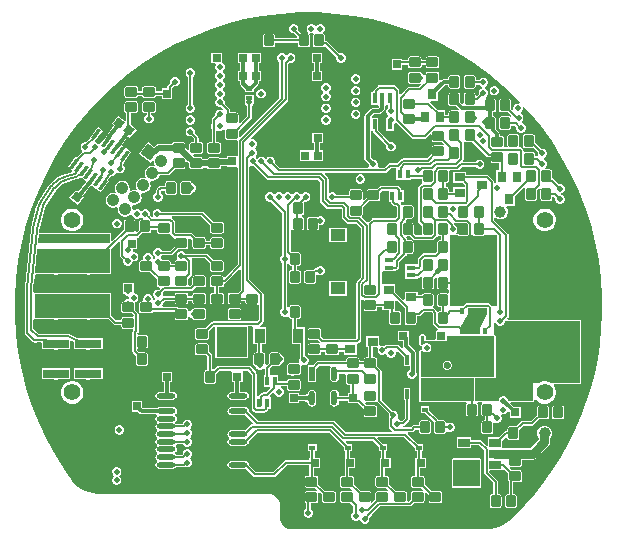
<source format=gbl>
G04*
G04 #@! TF.GenerationSoftware,Altium Limited,Altium Designer,24.4.1 (13)*
G04*
G04 Layer_Physical_Order=4*
G04 Layer_Color=16711680*
%FSLAX44Y44*%
%MOMM*%
G71*
G04*
G04 #@! TF.SameCoordinates,740DF4E5-9B0E-41A3-91D6-8293D7FF8DF9*
G04*
G04*
G04 #@! TF.FilePolarity,Positive*
G04*
G01*
G75*
%ADD10C,0.2000*%
G04:AMPARAMS|DCode=19|XSize=0.95mm|YSize=0.8mm|CornerRadius=0.1mm|HoleSize=0mm|Usage=FLASHONLY|Rotation=90.000|XOffset=0mm|YOffset=0mm|HoleType=Round|Shape=RoundedRectangle|*
%AMROUNDEDRECTD19*
21,1,0.9500,0.6000,0,0,90.0*
21,1,0.7500,0.8000,0,0,90.0*
1,1,0.2000,0.3000,0.3750*
1,1,0.2000,0.3000,-0.3750*
1,1,0.2000,-0.3000,-0.3750*
1,1,0.2000,-0.3000,0.3750*
%
%ADD19ROUNDEDRECTD19*%
%ADD21R,0.3000X0.8500*%
%ADD22R,0.8500X0.3000*%
%ADD25R,0.7154X0.6725*%
%ADD26R,0.6725X0.7154*%
%ADD32R,1.2500X1.0000*%
%ADD34R,0.3500X0.5000*%
G04:AMPARAMS|DCode=43|XSize=0.95mm|YSize=0.8mm|CornerRadius=0.1mm|HoleSize=0mm|Usage=FLASHONLY|Rotation=0.000|XOffset=0mm|YOffset=0mm|HoleType=Round|Shape=RoundedRectangle|*
%AMROUNDEDRECTD43*
21,1,0.9500,0.6000,0,0,0.0*
21,1,0.7500,0.8000,0,0,0.0*
1,1,0.2000,0.3750,-0.3000*
1,1,0.2000,-0.3750,-0.3000*
1,1,0.2000,-0.3750,0.3000*
1,1,0.2000,0.3750,0.3000*
%
%ADD43ROUNDEDRECTD43*%
%ADD45R,1.0000X1.8000*%
%ADD74C,0.3000*%
%ADD81C,1.4000*%
%ADD82R,2.5500X2.5500*%
%ADD83C,2.5500*%
%ADD84C,1.5080*%
%ADD85C,1.0600*%
%ADD86P,1.4991X4X98.0*%
%ADD87C,0.5000*%
%ADD88C,1.0000*%
%ADD89C,2.0000*%
%ADD90C,0.7000*%
%ADD91C,0.5000*%
%ADD92C,0.7500*%
%ADD94C,0.2000*%
%ADD95R,0.4800X0.4000*%
%ADD96O,1.6000X0.4500*%
%ADD97R,0.4000X0.9000*%
%ADD98R,0.7000X0.9000*%
G04:AMPARAMS|DCode=99|XSize=0.7154mm|YSize=0.6725mm|CornerRadius=0mm|HoleSize=0mm|Usage=FLASHONLY|Rotation=143.000|XOffset=0mm|YOffset=0mm|HoleType=Round|Shape=Rectangle|*
%AMROTATEDRECTD99*
4,1,4,0.4880,0.0533,0.0833,-0.4838,-0.4880,-0.0533,-0.0833,0.4838,0.4880,0.0533,0.0*
%
%ADD99ROTATEDRECTD99*%

%ADD100R,1.0000X0.7000*%
%ADD101R,0.9000X0.7000*%
%AMCUSTOMSHAPE102*
4,1,28,1.2250,-1.1400,1.2250,-0.7250,1.6050,-0.7250,1.6050,-0.2950,1.2250,-0.2950,1.2250,0.8400,1.1750,0.8400,1.1750,1.1400,0.7750,1.1400,0.7750,0.8400,0.5250,0.8400,0.5250,1.1400,0.1250,1.1400,0.1250,0.8400,-0.1250,0.8400,-0.1250,1.1400,-0.5250,1.1400,-0.5250,0.8400,-0.7750,0.8400,-0.7750,1.1400,-1.1750,1.1400,-1.1750,0.8400,-1.2250,0.8400,-1.2250,-0.2950,-1.6050,-0.2950,-1.6050,-0.7250,-1.2250,-0.7250,-1.2250,-1.1400,1.2250,-1.1400,0.0*%
%ADD102CUSTOMSHAPE102*%

%AMCUSTOMSHAPE103*
4,1,28,-1.2250,1.1400,-1.2250,0.7250,-1.6050,0.7250,-1.6050,0.2950,-1.2250,0.2950,-1.2250,-0.8400,-1.1750,-0.8400,-1.1750,-1.1400,-0.7750,-1.1400,-0.7750,-0.8400,-0.5250,-0.8400,-0.5250,-1.1400,-0.1250,-1.1400,-0.1250,-0.8400,0.1250,-0.8400,0.1250,-1.1400,0.5250,-1.1400,0.5250,-0.8400,0.7750,-0.8400,0.7750,-1.1400,1.1750,-1.1400,1.1750,-0.8400,1.2250,-0.8400,1.2250,0.2950,1.6050,0.2950,1.6050,0.7250,1.2250,0.7250,1.2250,1.1400,-1.2250,1.1400,0.0*%
%ADD103CUSTOMSHAPE103*%

G04:AMPARAMS|DCode=104|XSize=0.9779mm|YSize=0.3048mm|CornerRadius=0mm|HoleSize=0mm|Usage=FLASHONLY|Rotation=233.000|XOffset=0mm|YOffset=0mm|HoleType=Round|Shape=Rectangle|*
%AMROTATEDRECTD104*
4,1,4,0.1725,0.4822,0.4160,0.2988,-0.1725,-0.4822,-0.4160,-0.2988,0.1725,0.4822,0.0*
%
%ADD104ROTATEDRECTD104*%

%ADD105R,0.5000X0.4000*%
%ADD106R,0.4000X0.8000*%
%ADD107R,0.8000X0.4000*%
%ADD108R,0.5000X0.3000*%
%ADD109R,0.5298X1.2052*%
G04:AMPARAMS|DCode=110|XSize=1.2052mm|YSize=0.5298mm|CornerRadius=0.2649mm|HoleSize=0mm|Usage=FLASHONLY|Rotation=270.000|XOffset=0mm|YOffset=0mm|HoleType=Round|Shape=RoundedRectangle|*
%AMROUNDEDRECTD110*
21,1,1.2052,0.0000,0,0,270.0*
21,1,0.6754,0.5298,0,0,270.0*
1,1,0.5298,0.0000,-0.3377*
1,1,0.5298,0.0000,0.3377*
1,1,0.5298,0.0000,0.3377*
1,1,0.5298,0.0000,-0.3377*
%
%ADD110ROUNDEDRECTD110*%
%ADD111R,0.9100X1.2200*%
%ADD112R,2.2200X0.7400*%
%ADD113R,1.3000X0.8000*%
G36*
X23338Y247741D02*
X38851Y245786D01*
X54211Y242861D01*
X69356Y238977D01*
X84228Y234149D01*
X98767Y228397D01*
X112917Y221743D01*
X126620Y214214D01*
X139824Y205838D01*
X152475Y196651D01*
X164524Y186686D01*
X175924Y175985D01*
X179197Y172501D01*
X178458Y171433D01*
X178296Y171500D01*
X176704D01*
X175234Y170891D01*
X174109Y169766D01*
X173500Y168296D01*
Y167080D01*
X172422Y166489D01*
X171556Y167215D01*
Y173750D01*
X171399Y174537D01*
X170954Y175203D01*
X170287Y175649D01*
X169500Y175805D01*
X163500D01*
X162713Y175649D01*
X162047Y175203D01*
X161601Y174537D01*
X161444Y173750D01*
Y166250D01*
X161601Y165463D01*
X162047Y164797D01*
X162713Y164351D01*
X163500Y164195D01*
X168649D01*
X171432Y161411D01*
X170622Y160425D01*
X170287Y160649D01*
X169500Y160805D01*
X163500D01*
X162713Y160649D01*
X162047Y160203D01*
X161601Y159537D01*
X161444Y158750D01*
Y151250D01*
X161601Y150463D01*
X162047Y149796D01*
X162713Y149351D01*
X163500Y149194D01*
X169500D01*
X170287Y149351D01*
X170954Y149796D01*
X171399Y150463D01*
X171556Y151250D01*
Y152944D01*
X174578D01*
X176000Y151522D01*
Y150204D01*
X176609Y148734D01*
X177734Y147609D01*
X179204Y147000D01*
X180796D01*
X182266Y147609D01*
X183391Y148734D01*
X184000Y150204D01*
Y151796D01*
X183391Y153266D01*
X182266Y154391D01*
X180810Y154994D01*
X180566Y155494D01*
X180427Y156270D01*
X181391Y157234D01*
X182000Y158704D01*
Y160296D01*
X181391Y161766D01*
X180266Y162891D01*
X180205Y162916D01*
X180066Y163295D01*
X180023Y164366D01*
X180891Y165234D01*
X181500Y166704D01*
Y168195D01*
X181756Y168410D01*
X182659Y168815D01*
X186630Y164589D01*
X196598Y152543D01*
X205790Y139894D01*
X214170Y126694D01*
X221704Y112993D01*
X228363Y98846D01*
X234120Y84308D01*
X238953Y69438D01*
X242842Y54294D01*
X245773Y38935D01*
X247733Y23422D01*
X248715Y7818D01*
Y-0D01*
X248715Y-6372D01*
X248062Y-19099D01*
X246759Y-31775D01*
X244808Y-44368D01*
X242215Y-56845D01*
X238987Y-69172D01*
X235132Y-81319D01*
X230659Y-93252D01*
X225582Y-104939D01*
X219913Y-116353D01*
X213667Y-127460D01*
X206860Y-138233D01*
X199511Y-148644D01*
X191638Y-158665D01*
X183263Y-168269D01*
X174406Y-177432D01*
X169893Y-181647D01*
X169815Y-181695D01*
X169707Y-181797D01*
X169577Y-181869D01*
X167661Y-183498D01*
X163319Y-186037D01*
X158602Y-187783D01*
X153654Y-188682D01*
X151139Y-188694D01*
X151044Y-188714D01*
X151004Y-188710D01*
X151000Y-188709D01*
X150996D01*
X150947Y-188704D01*
X150899Y-188709D01*
X-15000Y-188715D01*
X-15858Y-188715D01*
X-17542Y-188380D01*
X-19128Y-187723D01*
X-20555Y-186769D01*
X-21769Y-185555D01*
X-22723Y-184128D01*
X-23380Y-182542D01*
X-23715Y-180858D01*
Y-170000D01*
X-23725Y-169950D01*
X-23717Y-169900D01*
X-23762Y-168994D01*
X-23798Y-168848D01*
X-23798Y-168696D01*
X-24152Y-166919D01*
X-24228Y-166734D01*
X-24268Y-166537D01*
X-24961Y-164863D01*
X-25072Y-164696D01*
X-25149Y-164510D01*
X-26155Y-163004D01*
X-26297Y-162862D01*
X-26409Y-162695D01*
X-27689Y-161413D01*
X-27856Y-161302D01*
X-27998Y-161160D01*
X-29504Y-160153D01*
X-29690Y-160076D01*
X-29857Y-159964D01*
X-31530Y-159270D01*
X-31727Y-159231D01*
X-31913Y-159154D01*
X-33689Y-158799D01*
X-33840Y-158799D01*
X-33987Y-158762D01*
X-34893Y-158717D01*
X-34944Y-158725D01*
X-34994Y-158715D01*
X-177508Y-158715D01*
X-179233Y-158714D01*
X-182656Y-158301D01*
X-186006Y-157480D01*
X-189233Y-156265D01*
X-192292Y-154672D01*
X-195138Y-152725D01*
X-197731Y-150451D01*
X-200033Y-147883D01*
X-201022Y-146470D01*
X-201035Y-146458D01*
X-201042Y-146441D01*
X-205694Y-140037D01*
X-214083Y-126841D01*
X-221627Y-113145D01*
X-228295Y-99003D01*
X-234062Y-84469D01*
X-238905Y-69602D01*
X-242805Y-54461D01*
X-245746Y-39104D01*
X-247717Y-23593D01*
X-248709Y-7989D01*
X-248720Y7647D01*
X-247749Y23252D01*
X-245799Y38766D01*
X-242879Y54127D01*
X-239001Y69274D01*
X-234178Y84148D01*
X-228431Y98689D01*
X-221782Y112840D01*
X-214257Y126546D01*
X-205886Y139753D01*
X-196703Y152408D01*
X-186743Y164460D01*
X-176046Y175864D01*
X-164653Y186573D01*
X-152610Y196546D01*
X-139965Y205742D01*
X-126768Y214126D01*
X-113069Y221665D01*
X-98924Y228329D01*
X-84389Y234091D01*
X-69521Y238929D01*
X-54377Y242824D01*
X-39020Y245759D01*
X-23508Y247725D01*
X-7903Y248712D01*
X7732Y248717D01*
X23338Y247741D01*
D02*
G37*
%LPC*%
G36*
X10796Y239000D02*
X9204D01*
X7734Y238391D01*
X7073Y237730D01*
X6250Y237407D01*
X5427Y237730D01*
X4766Y238391D01*
X3296Y239000D01*
X1704D01*
X234Y238391D01*
X-891Y237266D01*
X-1500Y235796D01*
Y234204D01*
X-891Y232734D01*
X-73Y231916D01*
X-698Y230746D01*
X-1000Y230805D01*
X-6149D01*
X-8807Y233464D01*
X-8500Y234204D01*
Y235796D01*
X-9109Y237266D01*
X-10234Y238391D01*
X-11704Y239000D01*
X-13296D01*
X-14766Y238391D01*
X-15891Y237266D01*
X-16500Y235796D01*
Y234204D01*
X-15891Y232734D01*
X-14766Y231609D01*
X-13296Y231000D01*
X-12157D01*
X-9482Y228326D01*
X-10008Y227055D01*
X-28444D01*
Y228750D01*
X-28601Y229537D01*
X-29047Y230203D01*
X-29713Y230649D01*
X-30500Y230805D01*
X-36500D01*
X-37287Y230649D01*
X-37954Y230203D01*
X-38399Y229537D01*
X-38556Y228750D01*
Y221250D01*
X-38399Y220463D01*
X-37954Y219797D01*
X-37287Y219351D01*
X-36500Y219195D01*
X-30500D01*
X-29713Y219351D01*
X-29047Y219797D01*
X-28601Y220463D01*
X-28444Y221250D01*
Y222945D01*
X-9056D01*
Y221250D01*
X-8899Y220463D01*
X-8454Y219797D01*
X-7787Y219351D01*
X-7000Y219195D01*
X-1000D01*
X-213Y219351D01*
X453Y219797D01*
X899Y220463D01*
X1055Y221250D01*
Y228750D01*
X899Y229537D01*
X509Y230121D01*
X532Y230211D01*
X1656Y231020D01*
X1704Y231000D01*
X3296D01*
X3344Y231020D01*
X4467Y230211D01*
X4491Y230121D01*
X4101Y229537D01*
X3945Y228750D01*
Y221250D01*
X4101Y220463D01*
X4547Y219797D01*
X5213Y219351D01*
X6000Y219195D01*
X12000D01*
X12787Y219351D01*
X13453Y219797D01*
X14907Y219686D01*
X23587Y211006D01*
X23500Y210796D01*
Y209204D01*
X24109Y207734D01*
X25234Y206609D01*
X26704Y206000D01*
X28296D01*
X29766Y206609D01*
X30891Y207734D01*
X31500Y209204D01*
Y210796D01*
X30891Y212266D01*
X29766Y213391D01*
X28296Y214000D01*
X26704D01*
X26494Y213913D01*
X16467Y223939D01*
X15801Y224385D01*
X15014Y224541D01*
X14056Y225312D01*
Y228750D01*
X13899Y229537D01*
X13453Y230203D01*
X12894Y230578D01*
X12866Y230624D01*
X12722Y231198D01*
X12632Y231975D01*
X13391Y232734D01*
X14000Y234204D01*
Y235796D01*
X13391Y237266D01*
X12266Y238391D01*
X10796Y239000D01*
D02*
G37*
G36*
X108750Y211556D02*
X101250D01*
X100463Y211399D01*
X99796Y210954D01*
X99351Y210287D01*
X99194Y209500D01*
Y208556D01*
X95806D01*
Y209500D01*
X95649Y210287D01*
X95204Y210954D01*
X94537Y211399D01*
X93750Y211556D01*
X86250D01*
X85463Y211399D01*
X84797Y210954D01*
X84351Y210287D01*
X84194Y209500D01*
Y208556D01*
X79378D01*
Y209378D01*
X70622D01*
Y200193D01*
X79378D01*
Y204445D01*
X84194D01*
Y203500D01*
X84351Y202713D01*
X84797Y202047D01*
X85463Y201601D01*
X86250Y201444D01*
X93750D01*
X94537Y201601D01*
X95204Y202047D01*
X95649Y202713D01*
X95806Y203500D01*
Y204445D01*
X99194D01*
Y203500D01*
X99351Y202713D01*
X99796Y202047D01*
X100463Y201601D01*
X101250Y201444D01*
X108750D01*
X109537Y201601D01*
X110204Y202047D01*
X110649Y202713D01*
X110806Y203500D01*
Y209500D01*
X110649Y210287D01*
X110204Y210954D01*
X109537Y211399D01*
X108750Y211556D01*
D02*
G37*
G36*
X-73122Y214378D02*
X-82307D01*
Y205622D01*
X-79195D01*
X-78563Y204352D01*
X-79000Y203296D01*
Y201704D01*
X-78391Y200234D01*
X-77730Y199573D01*
X-77407Y198750D01*
X-77730Y197927D01*
X-78391Y197266D01*
X-79000Y195796D01*
Y194204D01*
X-78391Y192734D01*
X-77730Y192073D01*
X-77407Y191250D01*
X-77730Y190427D01*
X-78391Y189766D01*
X-79000Y188296D01*
Y186704D01*
X-78391Y185234D01*
X-77730Y184573D01*
X-77407Y183750D01*
X-77730Y182927D01*
X-78391Y182266D01*
X-79000Y180796D01*
Y179204D01*
X-78391Y177734D01*
X-77749Y177092D01*
X-77440Y176208D01*
X-77769Y175452D01*
X-78455Y174766D01*
X-79064Y173296D01*
Y171704D01*
X-78455Y170234D01*
X-77330Y169109D01*
X-75860Y168500D01*
X-74268D01*
X-74013Y168606D01*
X-72584Y167177D01*
X-73303Y166100D01*
X-74268Y166500D01*
X-75860D01*
X-77330Y165891D01*
X-78455Y164766D01*
X-79064Y163296D01*
Y161704D01*
X-78958Y161449D01*
X-81454Y158954D01*
X-81899Y158287D01*
X-82056Y157500D01*
X-82056Y157500D01*
Y154893D01*
X-82120Y154571D01*
X-82120Y154571D01*
Y150429D01*
X-82120Y150429D01*
X-82056Y150107D01*
Y139056D01*
X-83750D01*
X-84537Y138899D01*
X-85204Y138454D01*
X-85649Y137787D01*
X-85806Y137000D01*
Y131000D01*
X-85649Y130213D01*
X-85204Y129547D01*
X-84537Y129101D01*
X-83750Y128945D01*
X-76250D01*
X-75463Y129101D01*
X-74797Y129547D01*
X-74351Y130213D01*
X-74194Y131000D01*
Y137000D01*
X-74351Y137787D01*
X-74797Y138454D01*
X-75463Y138899D01*
X-76250Y139056D01*
X-77944D01*
Y148064D01*
X-76674Y148837D01*
X-75860Y148500D01*
X-74268D01*
X-72798Y149109D01*
X-71961Y149946D01*
X-71900Y150007D01*
X-70705Y149505D01*
X-70743Y149314D01*
X-70806Y149000D01*
Y143000D01*
X-70649Y142213D01*
X-70203Y141547D01*
X-69537Y141101D01*
X-68750Y140944D01*
X-61250D01*
X-61227Y140949D01*
X-60707Y140634D01*
X-60072Y139952D01*
Y128349D01*
X-60622Y127307D01*
X-61342Y127307D01*
X-69378D01*
Y125442D01*
X-74789D01*
X-74797Y125454D01*
X-75463Y125899D01*
X-76250Y126055D01*
X-83750D01*
X-84537Y125899D01*
X-85204Y125454D01*
X-85649Y124787D01*
X-85689Y124585D01*
X-89311D01*
X-89351Y124787D01*
X-89796Y125454D01*
X-90463Y125899D01*
X-91250Y126055D01*
X-94746D01*
X-94894Y126085D01*
X-96265D01*
X-97855Y127675D01*
X-97329Y128945D01*
X-91250D01*
X-90463Y129101D01*
X-89796Y129547D01*
X-89351Y130213D01*
X-89194Y131000D01*
Y137000D01*
X-89351Y137787D01*
X-89796Y138454D01*
X-90463Y138899D01*
X-91250Y139056D01*
X-92944D01*
Y142789D01*
X-92944Y142789D01*
X-93101Y143576D01*
X-93546Y144242D01*
X-96039Y146735D01*
X-95952Y146945D01*
Y148537D01*
X-96561Y150007D01*
X-97686Y151132D01*
X-99156Y151741D01*
X-100748D01*
X-102218Y151132D01*
X-103343Y150007D01*
X-103952Y148537D01*
Y146945D01*
X-103343Y145475D01*
X-102218Y144350D01*
X-100748Y143741D01*
X-99156D01*
X-98946Y143828D01*
X-97056Y141938D01*
Y139056D01*
X-98750D01*
X-99537Y138899D01*
X-100204Y138454D01*
X-100649Y137787D01*
X-100806Y137000D01*
Y132421D01*
X-102076Y131895D01*
X-104194Y134014D01*
Y137000D01*
X-104351Y137787D01*
X-104796Y138453D01*
X-105463Y138899D01*
X-106250Y139056D01*
X-113750D01*
X-114537Y138899D01*
X-115204Y138453D01*
X-115649Y137787D01*
X-115689Y137585D01*
X-126862D01*
X-128234Y137312D01*
X-129397Y136535D01*
X-130736Y135196D01*
X-135957Y139131D01*
X-143559Y129042D01*
X-133471Y121440D01*
X-132202Y123124D01*
X-132035Y123108D01*
X-130953Y122671D01*
X-130651Y120519D01*
X-130242Y119825D01*
X-131069Y118727D01*
X-131849Y118929D01*
X-134337Y118579D01*
X-136502Y117304D01*
X-138014Y115297D01*
X-138644Y112865D01*
X-138294Y110377D01*
X-137885Y109683D01*
X-138712Y108585D01*
X-139492Y108786D01*
X-141980Y108437D01*
X-144145Y107161D01*
X-145658Y105155D01*
X-146287Y102722D01*
X-145937Y100234D01*
X-145528Y99540D01*
X-146355Y98442D01*
X-147135Y98644D01*
X-149623Y98294D01*
X-150317Y97885D01*
X-151415Y98713D01*
X-151214Y99492D01*
X-151563Y101980D01*
X-152839Y104145D01*
X-154845Y105658D01*
X-157278Y106287D01*
X-159766Y105937D01*
X-161931Y104662D01*
X-163443Y102655D01*
X-164072Y100222D01*
X-163723Y97734D01*
X-163314Y97040D01*
X-164141Y95942D01*
X-164921Y96144D01*
X-167409Y95794D01*
X-169574Y94519D01*
X-171086Y92512D01*
X-171716Y90080D01*
X-171366Y87591D01*
X-170091Y85427D01*
X-168084Y83914D01*
X-165651Y83285D01*
X-163163Y83635D01*
X-162469Y84044D01*
X-161371Y83216D01*
X-161573Y82437D01*
X-161223Y79949D01*
X-159948Y77783D01*
X-157941Y76271D01*
X-155508Y75642D01*
X-153020Y75992D01*
X-150855Y77267D01*
X-150270Y78044D01*
X-149000Y77619D01*
Y77204D01*
X-148391Y75734D01*
X-147266Y74609D01*
X-145796Y74000D01*
X-144204D01*
X-142734Y74609D01*
X-142330Y75013D01*
X-141500Y75651D01*
X-140670Y75013D01*
X-140266Y74609D01*
X-140185Y74576D01*
X-140438Y73306D01*
X-141500D01*
X-142287Y73149D01*
X-142953Y72703D01*
X-143399Y72037D01*
X-143555Y71250D01*
Y64601D01*
X-145334Y62823D01*
X-146504Y63449D01*
X-146445Y63750D01*
Y71250D01*
X-146601Y72037D01*
X-147046Y72703D01*
X-147713Y73149D01*
X-148500Y73306D01*
X-154500D01*
X-155287Y73149D01*
X-155953Y72703D01*
X-156399Y72037D01*
X-156556Y71250D01*
Y64601D01*
X-165977Y55180D01*
X-167150Y55666D01*
Y60850D01*
X-167472Y61628D01*
X-168250Y61950D01*
X-184872D01*
X-185355Y62150D01*
X-187345D01*
X-187828Y61950D01*
X-212172D01*
X-212656Y62150D01*
X-214645D01*
X-215128Y61950D01*
X-227293D01*
X-228145Y62891D01*
X-228094Y63403D01*
X-227884Y64621D01*
X-227876Y64640D01*
X-227666Y65862D01*
X-223392Y82944D01*
X-223383Y82978D01*
X-222997Y84153D01*
X-222997Y84153D01*
X-222410Y85178D01*
X-214097Y97645D01*
X-214084Y97665D01*
X-213329Y98624D01*
X-213318Y98652D01*
X-213329Y98764D01*
X-209742Y102345D01*
X-208774Y103171D01*
X-207705Y103657D01*
X-203953Y105043D01*
X-202734Y105400D01*
X-202725Y105403D01*
X-201536Y105843D01*
X-196186Y107410D01*
X-196185Y107408D01*
X-194627Y108054D01*
X-193158Y109181D01*
X-193002Y109385D01*
X-191848Y108516D01*
X-188610Y106076D01*
X-188433Y104818D01*
X-194706Y96493D01*
X-197211Y98381D01*
X-202481Y91387D01*
X-195145Y85859D01*
X-189875Y92853D01*
X-190609Y93406D01*
X-183795Y102448D01*
X-179866Y99487D01*
Y99487D01*
X-175809Y96429D01*
X-168701Y105862D01*
X-169584Y106528D01*
X-167210Y110027D01*
X-166184D01*
X-164714Y110636D01*
X-163589Y111761D01*
X-163172Y112767D01*
X-161944Y113154D01*
X-161748Y113139D01*
X-161745Y113136D01*
X-160275Y112527D01*
X-158684D01*
X-157214Y113136D01*
X-156088Y114261D01*
X-155479Y115731D01*
Y117323D01*
X-156088Y118793D01*
X-156652Y119356D01*
X-155716Y123094D01*
X-150128Y130509D01*
X-153108Y132754D01*
X-154122Y133519D01*
X-155137Y134283D01*
X-158078Y136499D01*
X-152490Y143915D01*
X-150719Y142581D01*
X-145449Y149574D01*
X-150332Y153254D01*
Y163444D01*
X-146250D01*
X-145463Y163601D01*
X-144796Y164046D01*
X-144351Y164713D01*
X-144194Y165500D01*
Y171500D01*
X-144351Y172287D01*
X-144796Y172953D01*
X-145463Y173399D01*
X-146250Y173556D01*
X-153750D01*
X-154537Y173399D01*
X-155204Y172953D01*
X-155649Y172287D01*
X-155806Y171500D01*
Y165500D01*
X-155649Y164713D01*
X-155204Y164046D01*
X-154537Y163601D01*
X-154443Y163582D01*
Y157775D01*
X-155580Y157208D01*
X-161113Y161378D01*
X-166383Y154385D01*
X-164613Y153051D01*
X-171716Y143626D01*
X-171719Y143617D01*
X-171726Y143611D01*
X-173747Y140890D01*
X-173801Y140777D01*
X-176377Y137358D01*
X-177853Y137510D01*
X-178734Y138391D01*
X-179830Y138845D01*
X-180307Y139921D01*
X-180346Y140270D01*
X-178335Y142939D01*
X-178222Y143052D01*
X-178222Y143052D01*
X-178006Y143376D01*
X-174093Y148568D01*
X-178150Y151625D01*
X-185258Y142192D01*
Y142192D01*
X-185235Y141853D01*
X-188113Y138975D01*
X-188172Y139000D01*
X-189764D01*
X-191234Y138391D01*
X-192359Y137266D01*
X-192968Y135796D01*
Y134204D01*
X-192359Y132734D01*
X-191982Y132357D01*
X-191926Y130625D01*
X-196067Y126484D01*
X-196723Y126978D01*
X-203831Y117546D01*
X-200366Y114935D01*
X-200621Y113537D01*
X-204774Y112320D01*
X-204839Y112294D01*
X-205226Y112170D01*
X-206019Y111877D01*
X-210251Y110314D01*
X-211434Y109916D01*
X-211434Y109916D01*
X-211434Y109915D01*
X-211450Y109886D01*
X-212430Y109423D01*
X-212468Y109393D01*
X-213894Y108299D01*
X-213881Y108284D01*
X-217596Y104574D01*
X-218451Y103738D01*
X-218484Y103771D01*
X-218487Y103769D01*
X-218520Y103719D01*
X-219247Y102731D01*
X-219322Y102656D01*
X-229027Y88102D01*
X-229061Y88020D01*
X-229280Y87734D01*
X-229989Y86024D01*
X-230004Y85906D01*
X-230305Y84675D01*
X-234884Y66372D01*
X-234885Y66372D01*
X-234891Y66374D01*
X-235059Y65378D01*
X-235081Y65157D01*
X-235081Y65156D01*
Y65156D01*
X-239981Y16157D01*
X-240037Y15604D01*
X-240090Y14923D01*
X-240077Y14923D01*
X-240072Y14916D01*
Y-23092D01*
X-240066Y-23120D01*
X-240071Y-23149D01*
X-239988Y-23513D01*
X-239915Y-23879D01*
X-239899Y-23903D01*
X-239893Y-23931D01*
X-239677Y-24235D01*
X-239470Y-24546D01*
X-239446Y-24562D01*
X-239429Y-24585D01*
X-233496Y-30199D01*
X-233472Y-30215D01*
X-233455Y-30238D01*
X-233133Y-30428D01*
X-232817Y-30626D01*
X-232789Y-30631D01*
X-232764Y-30646D01*
X-232395Y-30698D01*
X-232027Y-30761D01*
X-231999Y-30755D01*
X-231970Y-30759D01*
X-226893Y-30479D01*
X-225766Y-30894D01*
Y-36466D01*
X-215330D01*
X-214645Y-36750D01*
X-212656D01*
X-211970Y-36466D01*
X-201534D01*
Y-29882D01*
X-200443Y-29231D01*
X-198466Y-30298D01*
Y-36466D01*
X-188030D01*
X-187345Y-36750D01*
X-185355D01*
X-184670Y-36466D01*
X-174234D01*
Y-27034D01*
X-184670D01*
X-185355Y-26750D01*
X-187345D01*
X-188030Y-27034D01*
X-195858D01*
X-202511Y-23445D01*
X-202612Y-23414D01*
X-202701Y-23355D01*
X-202993Y-23297D01*
X-203278Y-23209D01*
X-203383Y-23219D01*
X-203487Y-23198D01*
X-224254D01*
X-224311Y-23210D01*
X-224368Y-23201D01*
X-228297Y-23418D01*
X-232945Y-19020D01*
Y-12030D01*
X-231750Y-11150D01*
X-231674Y-11150D01*
X-215128D01*
X-214645Y-11350D01*
X-212656D01*
X-212172Y-11150D01*
X-187828D01*
X-187345Y-11350D01*
X-185355D01*
X-184872Y-11150D01*
X-169257D01*
X-164953Y-15453D01*
X-164953Y-15453D01*
X-164287Y-15899D01*
X-163500Y-16056D01*
X-158306D01*
Y-17000D01*
X-158149Y-17787D01*
X-157704Y-18454D01*
X-157037Y-18899D01*
X-156250Y-19056D01*
X-148750D01*
X-148615Y-19188D01*
X-148469Y-20679D01*
X-148915Y-21346D01*
X-149072Y-22133D01*
X-149072Y-22133D01*
Y-38234D01*
X-149072Y-38234D01*
X-148915Y-39021D01*
X-148469Y-39688D01*
X-146055Y-42101D01*
Y-48750D01*
X-145899Y-49537D01*
X-145454Y-50203D01*
X-144787Y-50649D01*
X-144000Y-50806D01*
X-138000D01*
X-137213Y-50649D01*
X-136547Y-50203D01*
X-136101Y-49537D01*
X-135944Y-48750D01*
Y-41250D01*
X-136101Y-40463D01*
X-136547Y-39797D01*
X-137213Y-39351D01*
X-138000Y-39195D01*
X-143149D01*
X-144960Y-37383D01*
Y-36909D01*
X-144000Y-35805D01*
X-138000D01*
X-137213Y-35649D01*
X-136547Y-35203D01*
X-136101Y-34537D01*
X-135944Y-33750D01*
Y-26250D01*
X-136101Y-25463D01*
X-136547Y-24797D01*
X-137213Y-24351D01*
X-138000Y-24195D01*
X-144000D01*
X-144960Y-23091D01*
Y-22984D01*
X-144281Y-22304D01*
X-143835Y-21637D01*
X-143679Y-20851D01*
X-143679Y-20851D01*
Y-7016D01*
X-143679Y-7016D01*
X-143835Y-6229D01*
X-144281Y-5562D01*
X-146694Y-3149D01*
Y2000D01*
X-146851Y2787D01*
X-146726Y3198D01*
X-145734Y3609D01*
X-144609Y4734D01*
X-144000Y6204D01*
Y7796D01*
X-144609Y9266D01*
X-145734Y10391D01*
X-147204Y11000D01*
X-148122D01*
Y19807D01*
X-156878D01*
Y10622D01*
X-156052D01*
X-155891Y10234D01*
X-154766Y9109D01*
X-153296Y8500D01*
X-152471D01*
X-152000Y7796D01*
Y7173D01*
X-152174Y6174D01*
X-153173Y6000D01*
X-153796D01*
X-155266Y5391D01*
X-156391Y4266D01*
X-156499Y4006D01*
X-157037Y3899D01*
X-157704Y3453D01*
X-158149Y2787D01*
X-158306Y2000D01*
Y-4000D01*
X-158149Y-4787D01*
X-157704Y-5454D01*
X-157037Y-5899D01*
X-156250Y-6055D01*
X-149601D01*
X-147789Y-7867D01*
X-148750Y-8945D01*
X-156250D01*
X-157037Y-9101D01*
X-157704Y-9546D01*
X-158149Y-10213D01*
X-158306Y-11000D01*
Y-11945D01*
X-162649D01*
X-167150Y-7443D01*
Y10050D01*
X-167472Y10828D01*
X-168250Y11150D01*
X-184872D01*
X-185355Y11350D01*
X-187345D01*
X-187828Y11150D01*
X-212172D01*
X-212656Y11350D01*
X-214645D01*
X-215128Y11150D01*
X-231674D01*
X-231750Y11150D01*
X-232945Y12030D01*
Y13632D01*
X-232851Y14885D01*
X-232846Y14899D01*
X-232818Y16161D01*
X-231837Y25975D01*
X-231831Y25988D01*
X-231082Y26787D01*
X-230872Y26950D01*
X-215128D01*
X-214645Y26750D01*
X-212656D01*
X-212172Y26950D01*
X-187828D01*
X-187345Y26750D01*
X-185355D01*
X-184872Y26950D01*
X-168250D01*
X-167472Y27272D01*
X-167150Y28050D01*
Y48150D01*
X-167163Y48180D01*
X-160826Y54518D01*
X-159556Y53991D01*
Y42708D01*
X-159556Y42708D01*
X-159399Y41921D01*
X-158954Y41254D01*
X-156888Y39188D01*
X-157076Y38735D01*
Y37144D01*
X-156467Y35674D01*
X-155342Y34548D01*
X-153871Y33939D01*
X-152280D01*
X-150810Y34548D01*
X-149685Y35674D01*
X-149076Y37144D01*
Y37813D01*
X-148796Y38000D01*
X-147204D01*
X-145734Y38609D01*
X-144609Y39734D01*
X-144000Y41204D01*
Y42796D01*
X-144609Y44266D01*
X-145734Y45391D01*
X-147204Y46000D01*
X-148029D01*
X-148500Y46704D01*
Y48122D01*
X-145193D01*
Y56760D01*
X-145193Y56878D01*
X-144879Y58018D01*
X-144463Y58101D01*
X-143797Y58547D01*
X-140649Y61694D01*
X-135500D01*
X-134713Y61851D01*
X-134046Y62297D01*
X-133601Y62963D01*
X-133444Y63750D01*
Y64570D01*
X-128306D01*
Y63500D01*
X-128149Y62713D01*
X-127704Y62046D01*
X-127037Y61601D01*
X-126250Y61445D01*
X-118750D01*
X-118075Y61579D01*
X-116899Y61213D01*
X-116454Y60546D01*
X-114453Y58547D01*
X-114453Y58547D01*
X-113787Y58101D01*
X-113149Y57287D01*
X-113306Y56500D01*
Y51351D01*
X-117601Y47056D01*
X-124022D01*
X-124109Y47266D01*
X-125234Y48391D01*
X-126704Y49000D01*
X-128296D01*
X-129766Y48391D01*
X-130891Y47266D01*
X-131500Y45796D01*
Y44204D01*
X-130891Y42734D01*
X-130230Y42073D01*
X-129907Y41250D01*
X-130185Y40542D01*
X-130735Y40303D01*
X-132000Y41080D01*
Y41699D01*
X-132609Y43169D01*
X-133734Y44294D01*
X-135204Y44903D01*
X-136796D01*
X-138266Y44294D01*
X-139391Y43169D01*
X-140000Y41699D01*
Y40107D01*
X-140703Y39056D01*
X-141250D01*
X-142037Y38899D01*
X-142704Y38453D01*
X-143149Y37787D01*
X-143306Y37000D01*
Y31000D01*
X-143149Y30213D01*
X-142704Y29546D01*
X-142037Y29101D01*
X-141250Y28944D01*
X-134500D01*
X-134500Y28944D01*
X-134101D01*
X-128306Y23149D01*
Y18000D01*
X-128149Y17213D01*
X-127704Y16546D01*
X-127037Y16101D01*
X-126250Y15944D01*
X-126122D01*
X-125636Y14771D01*
X-126494Y13913D01*
X-126704Y14000D01*
X-128296D01*
X-129766Y13391D01*
X-130891Y12266D01*
X-131500Y10796D01*
Y9204D01*
X-130891Y7734D01*
X-130230Y7073D01*
X-129907Y6250D01*
X-130185Y5542D01*
X-130735Y5303D01*
X-132000Y6080D01*
Y6699D01*
X-132609Y8169D01*
X-133734Y9294D01*
X-135204Y9903D01*
X-136796D01*
X-138266Y9294D01*
X-139391Y8169D01*
X-140000Y6699D01*
Y5107D01*
X-140703Y4056D01*
X-141250D01*
X-142037Y3899D01*
X-142704Y3453D01*
X-143149Y2787D01*
X-143306Y2000D01*
Y-4000D01*
X-143149Y-4787D01*
X-142704Y-5454D01*
X-142037Y-5899D01*
X-141250Y-6055D01*
X-133750D01*
X-132963Y-5899D01*
X-132296Y-5454D01*
X-131851Y-4787D01*
X-131805Y-4555D01*
X-113306D01*
Y-9500D01*
X-113149Y-10287D01*
X-112704Y-10954D01*
X-112037Y-11399D01*
X-111250Y-11556D01*
X-103750D01*
X-102963Y-11399D01*
X-102296Y-10954D01*
X-101851Y-10287D01*
X-101694Y-9500D01*
Y-9372D01*
X-101446Y-9229D01*
X-100424Y-8982D01*
X-99516Y-9891D01*
X-98046Y-10500D01*
X-98006D01*
X-97704Y-10953D01*
X-97037Y-11399D01*
X-96250Y-11556D01*
X-88750D01*
X-87963Y-11399D01*
X-87296Y-10953D01*
X-86851Y-10287D01*
X-86694Y-9500D01*
Y-3500D01*
X-86851Y-2713D01*
X-87296Y-2046D01*
X-87963Y-1601D01*
X-88750Y-1444D01*
X-96250D01*
X-97037Y-1601D01*
X-97704Y-2046D01*
X-98006Y-2500D01*
X-98046D01*
X-99516Y-3109D01*
X-100424Y-4018D01*
X-101446Y-3771D01*
X-101694Y-3628D01*
Y-3500D01*
X-101851Y-2713D01*
X-102296Y-2047D01*
X-102963Y-1601D01*
X-103750Y-1444D01*
X-110399D01*
X-110796Y-1046D01*
X-111463Y-601D01*
X-112250Y-444D01*
X-112250Y-444D01*
X-123128D01*
X-123864Y825D01*
X-123500Y1704D01*
Y2781D01*
X-121837Y4444D01*
X-113306D01*
Y3500D01*
X-113149Y2713D01*
X-112704Y2046D01*
X-112037Y1601D01*
X-111250Y1444D01*
X-103750D01*
X-102963Y1601D01*
X-102296Y2046D01*
X-101851Y2713D01*
X-101694Y3500D01*
Y4444D01*
X-98306D01*
Y3500D01*
X-98149Y2713D01*
X-97704Y2047D01*
X-97037Y1601D01*
X-96250Y1444D01*
X-88750D01*
X-87963Y1601D01*
X-87296Y2047D01*
X-86851Y2713D01*
X-86694Y3500D01*
Y9500D01*
X-86851Y10287D01*
X-87296Y10954D01*
X-87963Y11399D01*
X-88750Y11556D01*
X-96250D01*
X-97037Y11399D01*
X-97704Y10954D01*
X-98149Y10287D01*
X-98306Y9500D01*
Y8555D01*
X-101694D01*
Y9500D01*
X-101851Y10287D01*
X-102296Y10953D01*
X-102963Y11399D01*
X-103750Y11556D01*
X-111250D01*
X-112037Y11399D01*
X-112704Y10953D01*
X-113149Y10287D01*
X-113306Y9500D01*
Y8555D01*
X-122394D01*
X-122901Y8853D01*
X-123500Y9689D01*
Y10796D01*
X-123587Y11006D01*
X-121665Y12929D01*
X-102501D01*
X-102501Y12928D01*
X-102420Y12945D01*
X-99250D01*
X-99250Y12945D01*
X-98463Y13101D01*
X-97796Y13547D01*
X-95399Y15944D01*
X-88750D01*
X-87963Y16101D01*
X-87296Y16547D01*
X-86851Y17213D01*
X-86694Y18000D01*
Y24000D01*
X-86851Y24787D01*
X-87296Y25454D01*
X-87963Y25899D01*
X-88750Y26056D01*
X-96250D01*
X-97037Y25899D01*
X-97704Y25454D01*
X-98149Y24787D01*
X-98306Y24000D01*
Y18851D01*
X-100101Y17055D01*
X-100588D01*
X-101694Y18000D01*
Y23149D01*
X-99281Y25563D01*
X-98835Y26229D01*
X-98679Y27016D01*
X-98679Y27016D01*
Y38249D01*
X-98835Y39036D01*
X-98928Y39174D01*
X-98279Y40444D01*
X-87601D01*
X-83306Y36149D01*
Y31000D01*
X-83149Y30213D01*
X-82704Y29546D01*
X-82037Y29101D01*
X-81250Y28944D01*
X-73750D01*
X-72963Y29101D01*
X-72297Y29546D01*
X-71851Y30213D01*
X-71694Y31000D01*
Y37000D01*
X-71851Y37787D01*
X-72297Y38453D01*
X-72963Y38899D01*
X-73750Y39056D01*
X-80399D01*
X-85296Y43953D01*
X-85963Y44399D01*
X-86750Y44556D01*
X-86750Y44556D01*
X-104022D01*
X-104109Y44766D01*
X-105234Y45891D01*
X-106704Y46500D01*
X-108296D01*
X-109766Y45891D01*
X-110891Y44766D01*
X-111500Y43296D01*
Y41704D01*
X-110891Y40234D01*
X-111018Y39818D01*
X-111466Y39013D01*
X-112037Y38899D01*
X-112704Y38454D01*
X-113149Y37787D01*
X-113306Y37000D01*
Y36056D01*
X-116694D01*
Y37000D01*
X-116851Y37787D01*
X-117296Y38453D01*
X-117963Y38899D01*
X-118750Y39056D01*
X-123815D01*
X-124109Y39766D01*
X-124770Y40427D01*
X-125093Y41250D01*
X-124770Y42073D01*
X-124109Y42734D01*
X-124022Y42944D01*
X-116750D01*
X-116750Y42944D01*
X-115963Y43101D01*
X-115296Y43547D01*
X-110399Y48444D01*
X-103750D01*
X-102963Y48601D01*
X-102296Y49047D01*
X-101851Y49713D01*
X-101694Y50500D01*
Y56500D01*
X-100616Y57121D01*
X-99852Y57196D01*
X-98306Y55649D01*
Y50500D01*
X-98149Y49713D01*
X-97704Y49047D01*
X-97037Y48601D01*
X-96250Y48444D01*
X-88750D01*
X-87963Y48601D01*
X-87296Y49047D01*
X-86851Y49713D01*
X-86694Y50500D01*
Y51445D01*
X-83306D01*
Y50500D01*
X-83149Y49713D01*
X-82704Y49047D01*
X-82037Y48601D01*
X-81250Y48444D01*
X-73750D01*
X-72963Y48601D01*
X-72297Y49047D01*
X-71851Y49713D01*
X-71694Y50500D01*
Y56500D01*
X-71851Y57287D01*
X-72297Y57954D01*
X-72963Y58399D01*
X-73750Y58555D01*
X-81250D01*
X-82037Y58399D01*
X-82704Y57954D01*
X-83149Y57287D01*
X-83306Y56500D01*
Y55556D01*
X-86694D01*
Y56500D01*
X-86851Y57287D01*
X-87296Y57954D01*
X-87963Y58399D01*
X-88750Y58555D01*
X-95399D01*
X-98296Y61453D01*
X-98963Y61899D01*
X-99750Y62056D01*
X-99750Y62056D01*
X-112149D01*
X-112944Y62851D01*
Y71000D01*
X-113101Y71787D01*
X-113546Y72453D01*
X-113547Y72453D01*
X-115547Y74454D01*
X-115877Y74675D01*
X-115492Y75944D01*
X-90601D01*
X-83306Y68649D01*
Y63500D01*
X-83149Y62713D01*
X-82704Y62046D01*
X-82037Y61601D01*
X-81250Y61445D01*
X-73750D01*
X-72963Y61601D01*
X-72297Y62046D01*
X-71851Y62713D01*
X-71694Y63500D01*
Y69500D01*
X-71851Y70287D01*
X-72297Y70953D01*
X-72963Y71399D01*
X-73750Y71556D01*
X-80399D01*
X-88296Y79454D01*
X-88963Y79899D01*
X-89750Y80056D01*
X-89750Y80056D01*
X-124522D01*
X-124609Y80266D01*
X-125734Y81391D01*
X-127204Y82000D01*
X-128796D01*
X-130266Y81391D01*
X-131391Y80266D01*
X-132000Y78796D01*
Y77204D01*
X-131656Y76375D01*
X-132733Y75655D01*
X-132797Y75719D01*
X-132843Y75750D01*
X-134087Y76994D01*
X-134000Y77204D01*
Y78796D01*
X-134609Y80266D01*
X-135734Y81391D01*
X-137204Y82000D01*
X-138796D01*
X-140266Y81391D01*
X-140670Y80986D01*
X-141500Y80350D01*
X-142330Y80986D01*
X-142734Y81391D01*
X-144204Y82000D01*
X-145796D01*
X-147266Y81391D01*
X-147560Y81097D01*
X-148602Y81648D01*
X-148718Y81735D01*
X-149064Y84195D01*
X-149473Y84889D01*
X-148645Y85987D01*
X-147865Y85785D01*
X-145377Y86135D01*
X-143212Y87410D01*
X-141700Y89417D01*
X-141071Y91849D01*
X-141421Y94337D01*
X-141830Y95031D01*
X-141002Y96129D01*
X-140222Y95928D01*
X-137734Y96277D01*
X-135569Y97552D01*
X-134057Y99559D01*
X-133428Y101992D01*
X-133778Y104480D01*
X-134186Y105174D01*
X-133359Y106272D01*
X-132579Y106070D01*
X-130091Y106420D01*
X-127926Y107695D01*
X-126414Y109702D01*
X-126105Y110897D01*
X-118797D01*
X-118797Y110897D01*
X-118011Y111054D01*
X-117344Y111499D01*
X-112899Y115944D01*
X-106250D01*
X-105463Y116101D01*
X-104796Y116546D01*
X-104351Y117213D01*
X-104194Y118000D01*
Y122079D01*
X-102924Y122605D01*
X-100806Y120486D01*
Y118000D01*
X-100649Y117213D01*
X-100204Y116547D01*
X-99537Y116101D01*
X-98750Y115944D01*
X-91250D01*
X-90463Y116101D01*
X-89796Y116547D01*
X-89351Y117213D01*
X-89311Y117415D01*
X-85689D01*
X-85649Y117213D01*
X-85204Y116547D01*
X-84537Y116101D01*
X-83750Y115944D01*
X-76250D01*
X-75463Y116101D01*
X-74797Y116547D01*
X-74351Y117213D01*
X-74194Y118000D01*
Y118272D01*
X-69378D01*
Y118122D01*
X-60622Y118122D01*
X-60072Y117079D01*
Y35335D01*
X-70567Y24840D01*
X-70912Y24826D01*
X-72077Y25126D01*
X-72297Y25453D01*
X-72963Y25899D01*
X-73750Y26056D01*
X-81250D01*
X-82037Y25899D01*
X-82704Y25453D01*
X-83149Y24787D01*
X-83306Y24000D01*
Y18000D01*
X-83149Y17213D01*
X-82704Y16546D01*
X-82037Y16101D01*
X-81250Y15944D01*
X-79556D01*
Y11556D01*
X-81250D01*
X-82037Y11399D01*
X-82704Y10953D01*
X-83149Y10287D01*
X-83306Y9500D01*
Y3500D01*
X-83149Y2713D01*
X-82704Y2046D01*
X-82037Y1601D01*
X-81250Y1444D01*
X-73750D01*
X-72963Y1601D01*
X-72297Y2046D01*
X-71851Y2713D01*
X-71694Y3500D01*
Y9500D01*
X-71851Y10287D01*
X-72297Y10953D01*
X-72963Y11399D01*
X-73750Y11556D01*
X-75444D01*
Y15944D01*
X-73750D01*
X-72963Y16101D01*
X-72297Y16546D01*
X-71851Y17213D01*
X-71694Y18000D01*
Y18628D01*
X-70922Y19523D01*
X-70135Y19679D01*
X-69468Y20125D01*
X-58229Y31364D01*
X-57056Y30878D01*
Y14102D01*
X-59601Y11556D01*
X-66250D01*
X-67037Y11399D01*
X-67703Y10954D01*
X-68149Y10287D01*
X-68306Y9500D01*
Y3500D01*
X-68149Y2713D01*
X-67703Y2047D01*
X-67037Y1601D01*
X-66250Y1444D01*
X-58750D01*
X-57963Y1601D01*
X-57297Y2047D01*
X-56851Y2713D01*
X-56694Y3500D01*
Y4444D01*
X-53306D01*
Y3500D01*
X-53149Y2713D01*
X-52703Y2046D01*
X-52037Y1601D01*
X-51250Y1444D01*
X-43750D01*
X-43326Y1529D01*
X-42321Y950D01*
X-42056Y680D01*
Y-11649D01*
X-43351Y-12945D01*
X-80750D01*
X-80750Y-12945D01*
X-81537Y-13101D01*
X-82204Y-13547D01*
X-87101Y-18444D01*
X-93750D01*
X-94537Y-18601D01*
X-95204Y-19046D01*
X-95649Y-19713D01*
X-95806Y-20500D01*
Y-26500D01*
X-95649Y-27287D01*
X-95204Y-27954D01*
X-94537Y-28399D01*
X-93750Y-28556D01*
X-86250D01*
X-85463Y-28399D01*
X-84796Y-27954D01*
X-84351Y-27287D01*
X-84194Y-26500D01*
Y-21351D01*
X-80036Y-17193D01*
X-78766Y-17387D01*
Y-43766D01*
X-51234D01*
Y-17055D01*
X-47843D01*
X-46916Y-17884D01*
X-46916Y-18326D01*
Y-32116D01*
X-43555D01*
Y-39195D01*
X-44500D01*
X-45287Y-39351D01*
X-45953Y-39797D01*
X-46399Y-40463D01*
X-46556Y-41250D01*
Y-48750D01*
X-46399Y-49537D01*
X-45953Y-50203D01*
X-45287Y-50649D01*
X-45136Y-50679D01*
Y-50910D01*
X-44527Y-52380D01*
X-43402Y-53505D01*
X-41932Y-54114D01*
X-40340D01*
X-38870Y-53505D01*
X-38326Y-52960D01*
X-37055Y-53486D01*
Y-57984D01*
X-38016D01*
Y-68016D01*
X-32719D01*
X-32193Y-69286D01*
X-35851Y-72944D01*
X-38500D01*
X-38500Y-72944D01*
X-39287Y-73101D01*
X-39953Y-73547D01*
X-39953Y-73547D01*
X-41954Y-75547D01*
X-42399Y-76213D01*
X-42552Y-76984D01*
X-43945D01*
Y-57000D01*
X-43945Y-57000D01*
X-44101Y-56213D01*
X-44546Y-55546D01*
X-44547Y-55546D01*
X-49047Y-51047D01*
X-49713Y-50601D01*
X-50500Y-50444D01*
X-50500Y-50444D01*
X-76000D01*
X-76000Y-50444D01*
X-76787Y-50601D01*
X-77453Y-51047D01*
X-77453Y-51047D01*
X-80175Y-53768D01*
X-81445Y-53242D01*
Y-42250D01*
X-81601Y-41463D01*
X-82046Y-40797D01*
X-82047Y-40796D01*
X-84194Y-38649D01*
Y-33500D01*
X-84351Y-32713D01*
X-84796Y-32046D01*
X-85463Y-31601D01*
X-86250Y-31444D01*
X-93750D01*
X-94537Y-31601D01*
X-95204Y-32046D01*
X-95649Y-32713D01*
X-95806Y-33500D01*
Y-39500D01*
X-95649Y-40287D01*
X-95204Y-40953D01*
X-94537Y-41399D01*
X-93750Y-41556D01*
X-87101D01*
X-85555Y-43101D01*
Y-54194D01*
X-86500D01*
X-87287Y-54351D01*
X-87953Y-54797D01*
X-88399Y-55463D01*
X-88555Y-56250D01*
Y-63750D01*
X-88399Y-64537D01*
X-87953Y-65203D01*
X-87287Y-65649D01*
X-86500Y-65806D01*
X-80500D01*
X-79713Y-65649D01*
X-79047Y-65203D01*
X-78601Y-64537D01*
X-78444Y-63750D01*
Y-57802D01*
X-78296Y-57703D01*
X-75149Y-54556D01*
X-65299D01*
X-64807Y-55622D01*
X-64807Y-55826D01*
Y-64378D01*
X-62780D01*
Y-72420D01*
X-65250D01*
X-66524Y-72674D01*
X-67605Y-73395D01*
X-68327Y-74476D01*
X-68580Y-75750D01*
X-68327Y-77024D01*
X-67605Y-78105D01*
X-66524Y-78826D01*
X-65250Y-79080D01*
X-53750D01*
X-52476Y-78826D01*
X-51395Y-78105D01*
X-50673Y-77024D01*
X-50420Y-75750D01*
X-50673Y-74476D01*
X-51395Y-73395D01*
X-52476Y-72674D01*
X-53750Y-72420D01*
X-57649D01*
Y-64378D01*
X-55622D01*
Y-55826D01*
X-55622Y-55622D01*
X-55129Y-54556D01*
X-51351D01*
X-48056Y-57851D01*
Y-86351D01*
X-48056Y-86351D01*
X-47899Y-87138D01*
X-47453Y-87804D01*
X-45789Y-89469D01*
X-45788Y-89469D01*
X-45122Y-89915D01*
X-44335Y-90071D01*
X-37337D01*
X-37337Y-90071D01*
X-36550Y-89915D01*
X-35883Y-89469D01*
X-34546Y-88133D01*
X-34101Y-87466D01*
X-34011Y-87016D01*
X-31984D01*
Y-76984D01*
X-32281D01*
X-32807Y-75714D01*
X-30173Y-73080D01*
X-28881Y-73584D01*
X-28391Y-74766D01*
X-27266Y-75891D01*
X-25796Y-76500D01*
X-24204D01*
X-22734Y-75891D01*
X-21609Y-74766D01*
X-21000Y-73296D01*
Y-71704D01*
X-21609Y-70234D01*
X-22734Y-69109D01*
X-23419Y-68825D01*
X-23166Y-67555D01*
X-18305D01*
Y-69500D01*
X-18149Y-70287D01*
X-17703Y-70953D01*
X-17037Y-71399D01*
X-16250Y-71556D01*
X-8750D01*
X-7963Y-71399D01*
X-7297Y-70953D01*
X-6851Y-70287D01*
X-6694Y-69500D01*
Y-63500D01*
X-6851Y-62713D01*
X-7297Y-62046D01*
X-7963Y-61601D01*
X-8750Y-61445D01*
X-16250D01*
X-17037Y-61601D01*
X-17703Y-62046D01*
X-18149Y-62713D01*
X-18295Y-63444D01*
X-25484D01*
Y-57984D01*
X-32046Y-57984D01*
X-32945Y-57086D01*
Y-53101D01*
X-30649Y-50806D01*
X-25500D01*
X-24713Y-50649D01*
X-24047Y-50203D01*
X-23601Y-49537D01*
X-23475Y-48905D01*
X-22234Y-48391D01*
X-21109Y-47266D01*
X-20500Y-45796D01*
Y-44204D01*
X-21109Y-42734D01*
X-22234Y-41609D01*
X-23475Y-41095D01*
X-23601Y-40463D01*
X-24047Y-39797D01*
X-24713Y-39351D01*
X-25500Y-39195D01*
X-31500D01*
X-32287Y-39351D01*
X-32954Y-39797D01*
X-33399Y-40463D01*
X-33556Y-41250D01*
Y-47899D01*
X-35334Y-49677D01*
X-36504Y-49051D01*
X-36444Y-48750D01*
Y-41250D01*
X-36601Y-40463D01*
X-37047Y-39797D01*
X-37713Y-39351D01*
X-38500Y-39195D01*
X-39444D01*
Y-32116D01*
X-35784D01*
Y-17884D01*
X-40902D01*
X-41287Y-16614D01*
X-41047Y-16453D01*
X-38547Y-13953D01*
X-38101Y-13287D01*
X-37945Y-12500D01*
X-37945Y-12500D01*
Y10015D01*
X-37945Y10015D01*
X-38101Y10802D01*
X-38547Y11469D01*
X-38547Y11469D01*
X-49928Y22851D01*
Y118128D01*
X-48658Y118864D01*
X-47780Y118500D01*
X-46407D01*
X-35422Y107514D01*
X-34755Y107069D01*
X-33968Y106912D01*
X-33968Y106912D01*
X8165D01*
X9929Y105149D01*
Y89180D01*
X9929Y89180D01*
X10085Y88393D01*
X10531Y87726D01*
X15226Y83031D01*
X15893Y82585D01*
X16680Y82429D01*
X27883D01*
X28163Y82149D01*
Y75502D01*
X28163Y75501D01*
X28319Y74715D01*
X28765Y74048D01*
X32298Y70514D01*
X32965Y70069D01*
X33751Y69913D01*
X33752Y69913D01*
X40415D01*
X44412Y65915D01*
Y24319D01*
X41265Y21172D01*
X40819Y20505D01*
X40662Y19718D01*
X40662Y19718D01*
Y-27259D01*
X40461Y-27460D01*
X12617D01*
X10805Y-25649D01*
Y-20500D01*
X10649Y-19713D01*
X10203Y-19046D01*
X9537Y-18601D01*
X8750Y-18444D01*
X1250D01*
X463Y-18601D01*
X-203Y-19046D01*
X-649Y-19713D01*
X-806Y-20500D01*
Y-26500D01*
X-649Y-27287D01*
X-203Y-27954D01*
X463Y-28399D01*
X1250Y-28556D01*
X7899D01*
X9677Y-30334D01*
X9051Y-31504D01*
X8750Y-31444D01*
X1250D01*
X463Y-31601D01*
X-203Y-32046D01*
X-649Y-32713D01*
X-806Y-33500D01*
Y-39500D01*
X-649Y-40287D01*
X-203Y-40953D01*
X463Y-41399D01*
X1250Y-41556D01*
X8750D01*
X9537Y-41399D01*
X10203Y-40953D01*
X10649Y-40287D01*
X10805Y-39500D01*
Y-38556D01*
X14195D01*
Y-39500D01*
X14351Y-40287D01*
X14797Y-40953D01*
X15463Y-41399D01*
X16250Y-41556D01*
X23750D01*
X24537Y-41399D01*
X25203Y-40953D01*
X25649Y-40287D01*
X25805Y-39500D01*
Y-38556D01*
X29984D01*
Y-41016D01*
X41016D01*
Y-32785D01*
X41241Y-31862D01*
X42054Y-31424D01*
X42099Y-31415D01*
X42766Y-30970D01*
X44171Y-29564D01*
X44172Y-29564D01*
X44617Y-28897D01*
X44774Y-28110D01*
X44774Y-28110D01*
Y5152D01*
X46009Y5742D01*
X46724Y5264D01*
X46754Y4298D01*
X46694Y4000D01*
Y-2000D01*
X46851Y-2787D01*
X47297Y-3453D01*
X47963Y-3899D01*
X48750Y-4056D01*
X56250D01*
X57037Y-3899D01*
X57703Y-3453D01*
X58149Y-2787D01*
X58306Y-2000D01*
Y-1055D01*
X62484D01*
Y-3516D01*
X68444D01*
Y-7000D01*
X68444Y-7000D01*
X68444Y-7000D01*
Y-13750D01*
X68601Y-14537D01*
X69047Y-15203D01*
X69713Y-15649D01*
X70500Y-15805D01*
X76500D01*
X77287Y-15649D01*
X77953Y-15203D01*
X78399Y-14537D01*
X78555Y-13750D01*
Y-6250D01*
X78399Y-5463D01*
X77953Y-4796D01*
X77287Y-4351D01*
X76500Y-4195D01*
X74505D01*
X73516Y-3516D01*
X73516Y4550D01*
Y4592D01*
D01*
X73516Y4781D01*
X73839Y4915D01*
X74786Y5307D01*
X81445Y-1351D01*
Y-6485D01*
X81444Y-6485D01*
X81445Y-6485D01*
Y-13750D01*
X81601Y-14537D01*
X82046Y-15203D01*
X82713Y-15649D01*
X83500Y-15805D01*
X89500D01*
X90287Y-15649D01*
X90953Y-15203D01*
X91399Y-14537D01*
X91556Y-13750D01*
Y-8540D01*
X93500D01*
X93500Y-8540D01*
X94287Y-8384D01*
X94953Y-7938D01*
X97602Y-5289D01*
X104398D01*
X105444Y-6336D01*
Y-14515D01*
X105444Y-14515D01*
X105601Y-15302D01*
X106046Y-15969D01*
X109031Y-18953D01*
X109031Y-18953D01*
X109627Y-19352D01*
X109642Y-19445D01*
X109050Y-20622D01*
X107693D01*
Y-27105D01*
X107307Y-28279D01*
X99221D01*
Y-25000D01*
X98899Y-24222D01*
X98122Y-23900D01*
X95000D01*
X94222Y-24222D01*
X93900Y-25000D01*
Y-31843D01*
X94222Y-32621D01*
X94649Y-33047D01*
X94860Y-33135D01*
X95025Y-33293D01*
X95908Y-34119D01*
X96000Y-34884D01*
Y-35116D01*
X95908Y-35881D01*
X95025Y-36707D01*
X94860Y-36865D01*
X94649Y-36953D01*
X94222Y-37379D01*
X93900Y-38157D01*
Y-60000D01*
X94128Y-60550D01*
X93900Y-61100D01*
Y-80000D01*
X94222Y-80778D01*
X95000Y-81100D01*
X133552D01*
X133913Y-81973D01*
X133998Y-82370D01*
X133601Y-82963D01*
X133444Y-83750D01*
Y-91250D01*
X133601Y-92037D01*
X134046Y-92704D01*
X134713Y-93149D01*
X135500Y-93306D01*
X141500D01*
X142287Y-93149D01*
X142954Y-92704D01*
X143399Y-92037D01*
X143555Y-91250D01*
Y-83750D01*
X143399Y-82963D01*
X143002Y-82370D01*
X143087Y-81973D01*
X143448Y-81100D01*
X146552D01*
X146913Y-81973D01*
X146998Y-82370D01*
X146601Y-82963D01*
X146445Y-83750D01*
Y-91250D01*
X146601Y-92037D01*
X147046Y-92704D01*
X147713Y-93149D01*
X148500Y-93306D01*
X149445D01*
Y-96694D01*
X148500D01*
X147713Y-96851D01*
X147046Y-97296D01*
X146601Y-97963D01*
X146445Y-98750D01*
Y-106250D01*
X146601Y-107037D01*
X147046Y-107704D01*
X147713Y-108149D01*
X148500Y-108306D01*
X154500D01*
X155287Y-108149D01*
X155953Y-107704D01*
X156399Y-107037D01*
X156556Y-106250D01*
Y-99008D01*
X157278Y-98530D01*
X157734Y-98391D01*
X159204Y-99000D01*
X160796D01*
X162266Y-98391D01*
X163391Y-97266D01*
X164000Y-95796D01*
Y-94204D01*
X163391Y-92734D01*
X163262Y-92605D01*
X163981Y-91529D01*
X164119Y-91586D01*
X165710D01*
X167180Y-90976D01*
X168306Y-89851D01*
X168487Y-89413D01*
X169807Y-89094D01*
X170622Y-89777D01*
Y-94378D01*
X179807D01*
Y-85622D01*
X174249D01*
X172444Y-83816D01*
X172229Y-83493D01*
X171008Y-82273D01*
X171494Y-81100D01*
X190000D01*
X190778Y-80778D01*
X191100Y-80000D01*
Y-79174D01*
X192370Y-78834D01*
X192398Y-78883D01*
X194167Y-80652D01*
X196333Y-81903D01*
X198749Y-82550D01*
X201251D01*
X203667Y-81903D01*
X205833Y-80652D01*
X207602Y-78883D01*
X208853Y-76717D01*
X209500Y-74301D01*
Y-71799D01*
X208853Y-69383D01*
X207690Y-67370D01*
X208073Y-66100D01*
X230000D01*
X230778Y-65778D01*
X231100Y-65000D01*
Y-12500D01*
X230778Y-11722D01*
X230000Y-11400D01*
X168974D01*
X168487Y-10227D01*
X168953Y-9761D01*
X168953Y-9761D01*
X169399Y-9094D01*
X169555Y-8308D01*
Y60000D01*
X169399Y60787D01*
X168953Y61453D01*
X168953Y61453D01*
X157056Y73351D01*
Y74781D01*
X158326Y75307D01*
X158948Y74685D01*
X161253Y73730D01*
X163747D01*
X166052Y74685D01*
X167815Y76448D01*
X168770Y78753D01*
Y81247D01*
X167815Y83552D01*
X167556Y83811D01*
X168042Y84984D01*
X174516D01*
Y92421D01*
X174704Y92547D01*
X182666Y100509D01*
X182733Y100524D01*
X183380Y99909D01*
X183601Y99537D01*
X183596Y99512D01*
X183444Y98750D01*
Y91250D01*
X183601Y90463D01*
X184046Y89796D01*
X184713Y89351D01*
X185500Y89194D01*
X191500D01*
X192287Y89351D01*
X192953Y89796D01*
X193399Y90463D01*
X193556Y91250D01*
Y97899D01*
X195334Y99677D01*
X196504Y99052D01*
X196444Y98750D01*
Y91250D01*
X196601Y90463D01*
X197047Y89796D01*
X197713Y89351D01*
X198500Y89194D01*
X204500D01*
X205287Y89351D01*
X205954Y89796D01*
X206399Y90463D01*
X206556Y91250D01*
Y92517D01*
X207826Y92768D01*
X209087Y91506D01*
X209000Y91296D01*
Y89704D01*
X209609Y88234D01*
X210734Y87109D01*
X212204Y86500D01*
X213796D01*
X215266Y87109D01*
X216391Y88234D01*
X217000Y89704D01*
Y91296D01*
X216391Y92766D01*
X215266Y93891D01*
X214214Y94327D01*
Y95673D01*
X215266Y96109D01*
X216391Y97234D01*
X217000Y98704D01*
Y100296D01*
X216391Y101766D01*
X215266Y102891D01*
X213796Y103500D01*
X212204D01*
X211994Y103413D01*
X207657Y107750D01*
X206990Y108196D01*
X206556Y108282D01*
Y113750D01*
X206399Y114537D01*
X205954Y115204D01*
X205287Y115649D01*
X204500Y115806D01*
X200438D01*
X200185Y117076D01*
X200266Y117109D01*
X201391Y118234D01*
X202000Y119704D01*
Y121296D01*
X201391Y122766D01*
X200266Y123891D01*
X199214Y124327D01*
Y125673D01*
X200266Y126109D01*
X201391Y127234D01*
X202000Y128704D01*
Y130296D01*
X201391Y131766D01*
X200266Y132891D01*
X198796Y133500D01*
X197204D01*
X196994Y133413D01*
X192657Y137750D01*
X191990Y138196D01*
X191556Y138282D01*
Y143750D01*
X191399Y144537D01*
X190954Y145204D01*
X190287Y145649D01*
X189500Y145806D01*
X183500D01*
X182713Y145649D01*
X182047Y145204D01*
X181601Y144537D01*
X181444Y143750D01*
Y136250D01*
X181601Y135463D01*
X182047Y134796D01*
X182713Y134351D01*
X183500Y134194D01*
X189500D01*
X189734Y134241D01*
X190352D01*
X194087Y130506D01*
X194000Y130296D01*
Y128704D01*
X194205Y128210D01*
X193769Y127495D01*
X193308Y127056D01*
X191556D01*
Y128750D01*
X191399Y129537D01*
X190954Y130204D01*
X190287Y130649D01*
X189500Y130806D01*
X183500D01*
X183326Y130771D01*
X182318Y131213D01*
X181984Y131689D01*
X181899Y132115D01*
X181453Y132782D01*
X181453Y132782D01*
X180282Y133954D01*
X179615Y134399D01*
X179262Y134469D01*
X178656Y135167D01*
X178471Y135826D01*
X178556Y136250D01*
Y143750D01*
X178399Y144537D01*
X177953Y145204D01*
X177287Y145649D01*
X176500Y145806D01*
X170500D01*
X169713Y145649D01*
X169047Y145204D01*
X168601Y144537D01*
X168444Y143750D01*
Y136250D01*
X168529Y135826D01*
X167950Y134821D01*
X167795Y134668D01*
X166489Y134752D01*
X165771Y135826D01*
X165805Y136000D01*
Y142000D01*
X165649Y142787D01*
X165203Y143453D01*
X164537Y143899D01*
X163750Y144056D01*
X161823D01*
Y145743D01*
X161627Y146724D01*
X161071Y147557D01*
X158565Y150063D01*
Y152500D01*
X158555Y152549D01*
Y158750D01*
X158399Y159537D01*
X157954Y160203D01*
X157287Y160649D01*
X156500Y160805D01*
X156065D01*
Y164195D01*
X156500D01*
X157287Y164351D01*
X157954Y164797D01*
X158399Y165463D01*
X158555Y166250D01*
Y173750D01*
X158399Y174537D01*
X157954Y175203D01*
X157287Y175649D01*
X156500Y175805D01*
X150500D01*
X150414Y175788D01*
X150380Y175782D01*
X150214Y176328D01*
X150632Y177475D01*
X151391Y178234D01*
X152000Y179704D01*
Y181296D01*
X151391Y182766D01*
X150266Y183891D01*
X149214Y184327D01*
Y185673D01*
X150266Y186109D01*
X151391Y187234D01*
X152000Y188704D01*
Y190296D01*
X151391Y191766D01*
X150266Y192891D01*
X148796Y193500D01*
X147204D01*
X145734Y192891D01*
X144609Y191766D01*
X144522Y191556D01*
X141556D01*
Y193750D01*
X141399Y194537D01*
X140954Y195203D01*
X140287Y195649D01*
X139500Y195805D01*
X133500D01*
X132713Y195649D01*
X132047Y195203D01*
X131601Y194537D01*
X131445Y193750D01*
Y186250D01*
X131601Y185463D01*
X132047Y184797D01*
X132713Y184351D01*
X133500Y184195D01*
X139500D01*
X140287Y184351D01*
X140954Y184797D01*
X141399Y185463D01*
X141556Y186250D01*
Y187444D01*
X144522D01*
X144609Y187234D01*
X145734Y186109D01*
X146786Y185673D01*
Y184327D01*
X145734Y183891D01*
X144609Y182766D01*
X144000Y181296D01*
Y179704D01*
X144087Y179494D01*
X142825Y178232D01*
X141556Y178750D01*
X141399Y179537D01*
X140954Y180203D01*
X140287Y180649D01*
X139500Y180805D01*
X133500D01*
X132713Y180649D01*
X132047Y180203D01*
X131601Y179537D01*
X131445Y178750D01*
Y171730D01*
X130208Y171170D01*
X128555Y172822D01*
Y178750D01*
X128399Y179537D01*
X127954Y180203D01*
X127287Y180649D01*
X126500Y180805D01*
X120500D01*
X119713Y180649D01*
X119047Y180203D01*
X118601Y179537D01*
X118444Y178750D01*
Y171250D01*
X118601Y170463D01*
X119047Y169797D01*
X119713Y169351D01*
X120500Y169195D01*
X124928D01*
X127151Y166971D01*
X126526Y165800D01*
X126500Y165805D01*
X120500D01*
X119713Y165649D01*
X119046Y165203D01*
X118601Y164537D01*
X118444Y163750D01*
Y162055D01*
X116016D01*
Y166016D01*
X109891D01*
X103193Y172714D01*
X103443Y173652D01*
X103676Y173984D01*
X109516D01*
Y181388D01*
X115563Y187435D01*
X118444D01*
Y186250D01*
X118601Y185463D01*
X119047Y184797D01*
X119713Y184351D01*
X120500Y184195D01*
X126500D01*
X127287Y184351D01*
X127954Y184797D01*
X128399Y185463D01*
X128555Y186250D01*
Y193750D01*
X128399Y194537D01*
X127954Y195203D01*
X127287Y195649D01*
X126500Y195805D01*
X120500D01*
X119713Y195649D01*
X119047Y195203D01*
X118601Y194537D01*
X118444Y193750D01*
Y192565D01*
X114500D01*
X113518Y192370D01*
X112686Y191814D01*
X112076Y191203D01*
X110806Y191729D01*
Y196500D01*
X110649Y197287D01*
X110204Y197953D01*
X109537Y198399D01*
X108750Y198556D01*
X101250D01*
X100463Y198399D01*
X99796Y197953D01*
X99351Y197287D01*
X99194Y196500D01*
Y196344D01*
X98816Y196141D01*
X97924Y195954D01*
X96988Y196891D01*
X95518Y197500D01*
X95506D01*
X95204Y197953D01*
X94537Y198399D01*
X93750Y198556D01*
X86250D01*
X85463Y198399D01*
X84797Y197953D01*
X84351Y197287D01*
X84194Y196500D01*
Y190500D01*
X84351Y189713D01*
X84797Y189047D01*
X85463Y188601D01*
X86250Y188444D01*
X93750D01*
X94537Y188601D01*
X94872Y188825D01*
X95682Y187839D01*
X93377Y185534D01*
X85256D01*
X85256Y185534D01*
X84469Y185377D01*
X83802Y184932D01*
X78229Y179358D01*
X77056Y179844D01*
Y182500D01*
X77056Y182500D01*
X76899Y183287D01*
X76453Y183953D01*
X73953Y186453D01*
X73287Y186899D01*
X72500Y187055D01*
X72500Y187055D01*
X60000D01*
X59213Y186899D01*
X58547Y186453D01*
X58547Y186453D01*
X55546Y183454D01*
X55101Y182787D01*
X54945Y182000D01*
X53857Y181516D01*
X52984D01*
Y170484D01*
X59016D01*
X59435Y169387D01*
Y168063D01*
X58937Y167565D01*
X54257D01*
X53276Y167370D01*
X52443Y166814D01*
X48186Y162557D01*
X47630Y161724D01*
X47435Y160743D01*
Y125000D01*
X47630Y124018D01*
X48186Y123186D01*
X51000Y120372D01*
Y119204D01*
X51364Y118326D01*
X50628Y117056D01*
X-24149D01*
X-28587Y121494D01*
X-28500Y121704D01*
Y123296D01*
X-29109Y124766D01*
X-30234Y125891D01*
X-31704Y126500D01*
X-33296D01*
X-34766Y125891D01*
X-35427Y125230D01*
X-36250Y124907D01*
X-37073Y125230D01*
X-37734Y125891D01*
X-39204Y126500D01*
X-40796D01*
X-42266Y125891D01*
X-42662Y125494D01*
X-43492Y124845D01*
X-44322Y125494D01*
X-44506Y125678D01*
X-44714Y125945D01*
X-44619Y127225D01*
X-44109Y127734D01*
X-43500Y129204D01*
Y130796D01*
X-44109Y132266D01*
X-44770Y132927D01*
X-45093Y133750D01*
X-44770Y134573D01*
X-44109Y135234D01*
X-43500Y136704D01*
Y138296D01*
X-44109Y139766D01*
X-45234Y140891D01*
X-46704Y141500D01*
X-47797D01*
X-48342Y142751D01*
X-17547Y173547D01*
X-17546Y173547D01*
X-17101Y174213D01*
X-16945Y175000D01*
Y205149D01*
X-16006Y206087D01*
X-15796Y206000D01*
X-14204D01*
X-12734Y206609D01*
X-11609Y207734D01*
X-11000Y209204D01*
Y210796D01*
X-11609Y212266D01*
X-12734Y213391D01*
X-14204Y214000D01*
X-15796D01*
X-17266Y213391D01*
X-17927Y212730D01*
X-18750Y212407D01*
X-19573Y212730D01*
X-20234Y213391D01*
X-21704Y214000D01*
X-23296D01*
X-24766Y213391D01*
X-25891Y212266D01*
X-26500Y210796D01*
Y209204D01*
X-25891Y207734D01*
X-24766Y206609D01*
X-24555Y206522D01*
Y176617D01*
X-57924Y143248D01*
X-59194Y143774D01*
Y148149D01*
X-48547Y158797D01*
X-48547Y158797D01*
X-48101Y159463D01*
X-47944Y160250D01*
X-47944Y160250D01*
Y169022D01*
X-47734Y169109D01*
X-46609Y170234D01*
X-46000Y171704D01*
Y173296D01*
X-46484Y174464D01*
Y179016D01*
X-53516D01*
Y174464D01*
X-54000Y173296D01*
Y171704D01*
X-53391Y170234D01*
X-52266Y169109D01*
X-52056Y169022D01*
Y161101D01*
X-58084Y155073D01*
X-59254Y155698D01*
X-59194Y156000D01*
Y162000D01*
X-59351Y162787D01*
X-59797Y163454D01*
X-60463Y163899D01*
X-61250Y164056D01*
X-66445D01*
Y166000D01*
X-66445Y166000D01*
X-66601Y166787D01*
X-67047Y167453D01*
X-71132Y171539D01*
X-71064Y171704D01*
Y173296D01*
X-71673Y174766D01*
X-72315Y175408D01*
X-72624Y176292D01*
X-72295Y177048D01*
X-71609Y177734D01*
X-71000Y179204D01*
Y180796D01*
X-71609Y182266D01*
X-72270Y182927D01*
X-72593Y183750D01*
X-72270Y184573D01*
X-71609Y185234D01*
X-71000Y186704D01*
Y188296D01*
X-71609Y189766D01*
X-72270Y190427D01*
X-72593Y191250D01*
X-72270Y192073D01*
X-71609Y192734D01*
X-71000Y194204D01*
Y195796D01*
X-71609Y197266D01*
X-72270Y197927D01*
X-72593Y198750D01*
X-72270Y199573D01*
X-71609Y200234D01*
X-71000Y201704D01*
Y203296D01*
X-71609Y204766D01*
X-72734Y205891D01*
X-73122Y206052D01*
Y214378D01*
D02*
G37*
G36*
X11878Y214378D02*
X2693D01*
Y205622D01*
X4720D01*
Y199378D01*
X2693D01*
Y190622D01*
X11878D01*
Y199378D01*
X9851D01*
Y205622D01*
X11878D01*
Y214378D01*
D02*
G37*
G36*
X40796Y196500D02*
X39204D01*
X37734Y195891D01*
X36609Y194766D01*
X36000Y193296D01*
Y191704D01*
X36609Y190234D01*
X37734Y189109D01*
X39204Y188500D01*
X40796D01*
X42266Y189109D01*
X43391Y190234D01*
X44000Y191704D01*
Y193296D01*
X43391Y194766D01*
X42266Y195891D01*
X40796Y196500D01*
D02*
G37*
G36*
X-112204Y194048D02*
X-113796D01*
X-115266Y193439D01*
X-116391Y192314D01*
X-117000Y190844D01*
Y189252D01*
X-116899Y189008D01*
X-119091Y186816D01*
X-119537Y186149D01*
X-119693Y185362D01*
X-120447Y184378D01*
X-124378D01*
Y181976D01*
X-129194D01*
Y184500D01*
X-129351Y185287D01*
X-129796Y185954D01*
X-130463Y186399D01*
X-131250Y186556D01*
X-138750D01*
X-139537Y186399D01*
X-140204Y185954D01*
X-140649Y185287D01*
X-140806Y184500D01*
Y181976D01*
X-144194D01*
Y184500D01*
X-144351Y185287D01*
X-144796Y185954D01*
X-145463Y186399D01*
X-146250Y186556D01*
X-153750D01*
X-154537Y186399D01*
X-155204Y185954D01*
X-155649Y185287D01*
X-155806Y184500D01*
Y178500D01*
X-155649Y177713D01*
X-155204Y177047D01*
X-154537Y176601D01*
X-153750Y176444D01*
X-146250D01*
X-145463Y176601D01*
X-144796Y177047D01*
X-144351Y177713D01*
X-144321Y177865D01*
X-140679D01*
X-140649Y177713D01*
X-140204Y177047D01*
X-139537Y176601D01*
X-138750Y176444D01*
X-131250D01*
X-130463Y176601D01*
X-129796Y177047D01*
X-129351Y177713D01*
X-129321Y177865D01*
X-124378D01*
Y175193D01*
X-115622D01*
Y181949D01*
X-115582Y182148D01*
X-115582Y182148D01*
Y184511D01*
X-113972Y186121D01*
X-113796Y186048D01*
X-112204D01*
X-110734Y186657D01*
X-109609Y187782D01*
X-109000Y189252D01*
Y190844D01*
X-109609Y192314D01*
X-110734Y193439D01*
X-112204Y194048D01*
D02*
G37*
G36*
X-50622Y214378D02*
X-50622Y214378D01*
X-59807D01*
Y205622D01*
X-57565D01*
Y199378D01*
X-59807D01*
Y190622D01*
X-57565D01*
Y188500D01*
X-57370Y187518D01*
X-56814Y186686D01*
X-53516Y183388D01*
Y180984D01*
X-46484D01*
Y183388D01*
X-42972Y186900D01*
X-42416Y187733D01*
X-42220Y188714D01*
Y190622D01*
X-40193D01*
Y199378D01*
X-42220D01*
Y205622D01*
X-40193D01*
Y214378D01*
X-49378D01*
X-49378Y214378D01*
Y214378D01*
X-50622D01*
Y214378D01*
D02*
G37*
G36*
X158296Y186500D02*
X156704D01*
X155234Y185891D01*
X154109Y184766D01*
X153500Y183296D01*
Y181704D01*
X154109Y180234D01*
X155234Y179109D01*
X156704Y178500D01*
X158296D01*
X159766Y179109D01*
X160891Y180234D01*
X161500Y181704D01*
Y183296D01*
X160891Y184766D01*
X159766Y185891D01*
X158296Y186500D01*
D02*
G37*
G36*
X40796D02*
X39204D01*
X37734Y185891D01*
X36609Y184766D01*
X36000Y183296D01*
Y181704D01*
X36609Y180234D01*
X37734Y179109D01*
X39204Y178500D01*
X40796D01*
X42266Y179109D01*
X43391Y180234D01*
X44000Y181704D01*
Y183296D01*
X43391Y184766D01*
X42266Y185891D01*
X40796Y186500D01*
D02*
G37*
G36*
X-39204Y184000D02*
X-40796D01*
X-42266Y183391D01*
X-43391Y182266D01*
X-44000Y180796D01*
Y179204D01*
X-43391Y177734D01*
X-42266Y176609D01*
X-40796Y176000D01*
X-39204D01*
X-37734Y176609D01*
X-36609Y177734D01*
X-36000Y179204D01*
Y180796D01*
X-36609Y182266D01*
X-37734Y183391D01*
X-39204Y184000D01*
D02*
G37*
G36*
X15796Y189000D02*
X14204D01*
X12734Y188391D01*
X11609Y187266D01*
X11000Y185796D01*
Y184204D01*
X11609Y182734D01*
X12270Y182073D01*
X12593Y181250D01*
X12270Y180427D01*
X11609Y179766D01*
X11000Y178296D01*
Y176704D01*
X11609Y175234D01*
X12734Y174109D01*
X14204Y173500D01*
X15796D01*
X17266Y174109D01*
X18391Y175234D01*
X19000Y176704D01*
Y178296D01*
X18391Y179766D01*
X17730Y180427D01*
X17407Y181250D01*
X17730Y182073D01*
X18391Y182734D01*
X19000Y184204D01*
Y185796D01*
X18391Y187266D01*
X17266Y188391D01*
X15796Y189000D01*
D02*
G37*
G36*
X40780Y176500D02*
X39188D01*
X37718Y175891D01*
X36593Y174766D01*
X35984Y173296D01*
Y171704D01*
X36593Y170234D01*
X37718Y169109D01*
X39188Y168500D01*
X40780D01*
X42250Y169109D01*
X43375Y170234D01*
X43984Y171704D01*
Y173296D01*
X43375Y174766D01*
X42250Y175891D01*
X40780Y176500D01*
D02*
G37*
G36*
X15796Y171500D02*
X14204D01*
X12734Y170891D01*
X11609Y169766D01*
X11000Y168296D01*
Y166704D01*
X11609Y165234D01*
X12734Y164109D01*
X14204Y163500D01*
X15796D01*
X17266Y164109D01*
X18391Y165234D01*
X19000Y166704D01*
Y168296D01*
X18391Y169766D01*
X17266Y170891D01*
X15796Y171500D01*
D02*
G37*
G36*
X-99204Y201500D02*
X-100796D01*
X-102266Y200891D01*
X-103391Y199766D01*
X-104000Y198296D01*
Y196704D01*
X-103391Y195234D01*
X-102266Y194109D01*
X-102056Y194022D01*
Y170978D01*
X-102266Y170891D01*
X-103391Y169766D01*
X-104000Y168296D01*
Y166704D01*
X-103391Y165234D01*
X-102266Y164109D01*
X-100796Y163500D01*
X-99204D01*
X-97734Y164109D01*
X-96609Y165234D01*
X-96000Y166704D01*
Y168296D01*
X-96609Y169766D01*
X-97734Y170891D01*
X-97944Y170978D01*
Y194022D01*
X-97734Y194109D01*
X-96609Y195234D01*
X-96000Y196704D01*
Y198296D01*
X-96609Y199766D01*
X-97734Y200891D01*
X-99204Y201500D01*
D02*
G37*
G36*
X40780Y166500D02*
X39188D01*
X37718Y165891D01*
X36593Y164766D01*
X35984Y163296D01*
Y161704D01*
X36593Y160234D01*
X37718Y159109D01*
X39188Y158500D01*
X40780D01*
X42250Y159109D01*
X43375Y160234D01*
X43984Y161704D01*
Y163296D01*
X43375Y164766D01*
X42250Y165891D01*
X40780Y166500D01*
D02*
G37*
G36*
X-131250Y173556D02*
X-138750D01*
X-139537Y173399D01*
X-140204Y172953D01*
X-140649Y172287D01*
X-140806Y171500D01*
Y165500D01*
X-140649Y164713D01*
X-140204Y164047D01*
X-139537Y163601D01*
X-138750Y163444D01*
X-137056D01*
Y162228D01*
X-137266Y162141D01*
X-138391Y161016D01*
X-139000Y159546D01*
Y157954D01*
X-138391Y156484D01*
X-137266Y155359D01*
X-135796Y154750D01*
X-134204D01*
X-132734Y155359D01*
X-131609Y156484D01*
X-131000Y157954D01*
Y159546D01*
X-131609Y161016D01*
X-132734Y162141D01*
X-132944Y162228D01*
Y163444D01*
X-131250D01*
X-130463Y163601D01*
X-129796Y164047D01*
X-129351Y164713D01*
X-129194Y165500D01*
Y171500D01*
X-129351Y172287D01*
X-129796Y172953D01*
X-130463Y173399D01*
X-131250Y173556D01*
D02*
G37*
G36*
X15796Y161500D02*
X14204D01*
X12734Y160891D01*
X11609Y159766D01*
X11000Y158296D01*
Y156704D01*
X11609Y155234D01*
X12734Y154109D01*
X14204Y153500D01*
X15796D01*
X17266Y154109D01*
X18391Y155234D01*
X19000Y156704D01*
Y158296D01*
X18391Y159766D01*
X17266Y160891D01*
X15796Y161500D01*
D02*
G37*
G36*
X-99204D02*
X-100796D01*
X-102266Y160891D01*
X-103391Y159766D01*
X-104000Y158296D01*
Y156704D01*
X-103391Y155234D01*
X-102266Y154109D01*
X-100796Y153500D01*
X-99204D01*
X-97734Y154109D01*
X-96609Y155234D01*
X-96000Y156704D01*
Y158296D01*
X-96609Y159766D01*
X-97734Y160891D01*
X-99204Y161500D01*
D02*
G37*
G36*
X12307Y146878D02*
X3122D01*
Y138122D01*
X4720D01*
Y131878D01*
X3148D01*
X3122Y131878D01*
X1878D01*
X1852Y131878D01*
X-7307D01*
Y123122D01*
X1852D01*
X1878Y123122D01*
X3122D01*
X3148Y123122D01*
X12307D01*
Y131878D01*
X9851D01*
Y138122D01*
X12307D01*
Y146878D01*
D02*
G37*
G36*
X-113500Y105806D02*
X-119500D01*
X-120287Y105649D01*
X-120954Y105204D01*
X-121399Y104537D01*
X-121556Y103750D01*
Y102056D01*
X-125000D01*
X-125000Y102056D01*
X-125787Y101899D01*
X-126454Y101454D01*
X-126454Y101453D01*
X-128454Y99453D01*
X-128899Y98787D01*
X-129056Y98000D01*
X-129056Y98000D01*
Y96185D01*
X-129766Y95891D01*
X-130891Y94766D01*
X-131500Y93296D01*
Y91704D01*
X-130891Y90234D01*
X-129766Y89109D01*
X-128296Y88500D01*
X-126704D01*
X-125234Y89109D01*
X-124109Y90234D01*
X-123500Y91704D01*
Y93296D01*
X-124109Y94766D01*
X-124944Y95601D01*
Y97149D01*
X-124149Y97944D01*
X-121556D01*
Y96250D01*
X-121399Y95463D01*
X-120954Y94796D01*
X-120287Y94351D01*
X-119500Y94194D01*
X-113500D01*
X-112713Y94351D01*
X-112046Y94796D01*
X-111601Y95463D01*
X-111445Y96250D01*
Y103750D01*
X-111601Y104537D01*
X-112046Y105204D01*
X-112713Y105649D01*
X-113500Y105806D01*
D02*
G37*
G36*
X-1704Y96500D02*
X-3296D01*
X-4766Y95891D01*
X-5427Y95230D01*
X-6250Y94907D01*
X-7073Y95230D01*
X-7734Y95891D01*
X-9204Y96500D01*
X-10796D01*
X-12266Y95891D01*
X-12927Y95230D01*
X-13750Y94907D01*
X-14573Y95230D01*
X-15234Y95891D01*
X-16704Y96500D01*
X-18296D01*
X-19766Y95891D01*
X-20427Y95230D01*
X-21250Y94907D01*
X-22073Y95230D01*
X-22734Y95891D01*
X-24204Y96500D01*
X-25796D01*
X-27266Y95891D01*
X-27927Y95230D01*
X-28750Y94907D01*
X-29573Y95230D01*
X-30234Y95891D01*
X-31704Y96500D01*
X-33296D01*
X-34766Y95891D01*
X-35891Y94766D01*
X-36500Y93296D01*
Y91704D01*
X-35891Y90234D01*
X-34766Y89109D01*
X-33296Y88500D01*
X-31704D01*
X-31494Y88587D01*
X-22055Y79149D01*
Y43478D01*
X-22266Y43391D01*
X-23391Y42266D01*
X-24000Y40796D01*
Y39204D01*
X-23391Y37734D01*
X-22266Y36609D01*
X-22055Y36522D01*
Y-1522D01*
X-22266Y-1609D01*
X-23391Y-2734D01*
X-24000Y-4204D01*
Y-5796D01*
X-23391Y-7266D01*
X-22266Y-8391D01*
X-20796Y-9000D01*
X-19204D01*
X-17734Y-8391D01*
X-17318Y-8518D01*
X-16513Y-8965D01*
X-16399Y-9537D01*
X-15953Y-10203D01*
X-15287Y-10649D01*
X-14500Y-10805D01*
X-13556D01*
Y-17884D01*
X-14216D01*
Y-32116D01*
X-7156D01*
Y-43499D01*
X-7355Y-43699D01*
X-7965Y-45169D01*
Y-46760D01*
X-7718Y-47355D01*
X-8632Y-48468D01*
X-8750Y-48444D01*
X-16250D01*
X-17037Y-48601D01*
X-17703Y-49047D01*
X-18149Y-49713D01*
X-18305Y-50500D01*
Y-56500D01*
X-18149Y-57287D01*
X-17703Y-57954D01*
X-17037Y-58399D01*
X-16250Y-58555D01*
X-15369D01*
X-14296Y-59000D01*
X-12704D01*
X-11631Y-58555D01*
X-8750D01*
X-7963Y-58399D01*
X-7297Y-57954D01*
X-6851Y-57287D01*
X-6694Y-56500D01*
Y-50500D01*
X-5573Y-49628D01*
X-4760Y-49964D01*
X-3169D01*
X-1699Y-49356D01*
X-1592Y-49405D01*
X-665Y-50118D01*
X-665Y-51155D01*
Y-64037D01*
X6665D01*
Y-52860D01*
X8970Y-50556D01*
X18111D01*
X18790Y-51825D01*
X18548Y-52188D01*
X18263Y-53618D01*
Y-60372D01*
X18548Y-61802D01*
X19358Y-63015D01*
X20570Y-63825D01*
X22000Y-64109D01*
X23430Y-63825D01*
X24642Y-63015D01*
X25452Y-61802D01*
X25737Y-60372D01*
Y-57056D01*
X30879D01*
X31729Y-58326D01*
X31695Y-58500D01*
Y-64500D01*
X31851Y-65287D01*
X32297Y-65953D01*
X32963Y-66399D01*
X33750Y-66556D01*
X35445D01*
Y-73122D01*
X33122D01*
Y-75804D01*
X25737D01*
Y-74628D01*
X25452Y-73198D01*
X24642Y-71985D01*
X23430Y-71175D01*
X22000Y-70891D01*
X20570Y-71175D01*
X19358Y-71985D01*
X18548Y-73198D01*
X18263Y-74628D01*
Y-81382D01*
X18548Y-82812D01*
X19358Y-84024D01*
X20570Y-84834D01*
X22000Y-85119D01*
X23430Y-84834D01*
X24642Y-84024D01*
X25452Y-82812D01*
X25737Y-81382D01*
Y-79915D01*
X33122D01*
Y-82307D01*
X39664D01*
X39862Y-82347D01*
X39862Y-82347D01*
X42190D01*
X46694Y-86851D01*
Y-92000D01*
X46851Y-92787D01*
X47297Y-93454D01*
X47963Y-93899D01*
X48750Y-94056D01*
X56250D01*
X57037Y-93899D01*
X57703Y-93454D01*
X58149Y-92787D01*
X58306Y-92000D01*
Y-86000D01*
X58149Y-85213D01*
X57703Y-84546D01*
X57037Y-84101D01*
X56250Y-83945D01*
X49601D01*
X47823Y-82166D01*
X48449Y-80996D01*
X48750Y-81055D01*
X56250D01*
X56836Y-80939D01*
X58001Y-80799D01*
X58476Y-81348D01*
X58547Y-81454D01*
X68222Y-91129D01*
X67984Y-91704D01*
Y-93296D01*
X68307Y-94076D01*
X68101Y-94385D01*
X67944Y-95172D01*
X67944Y-95172D01*
Y-101821D01*
X67944Y-101821D01*
X68101Y-102608D01*
X68547Y-103274D01*
X70665Y-105393D01*
X70139Y-106663D01*
X31500D01*
X22352Y-97514D01*
X21685Y-97069D01*
X20898Y-96912D01*
X20898Y-96912D01*
X-42681D01*
X-50490Y-89103D01*
X-50420Y-88750D01*
X-50673Y-87476D01*
X-51395Y-86395D01*
X-52476Y-85674D01*
X-53750Y-85420D01*
X-65250D01*
X-66524Y-85674D01*
X-67605Y-86395D01*
X-68327Y-87476D01*
X-68580Y-88750D01*
X-68327Y-90024D01*
X-67605Y-91105D01*
X-66524Y-91826D01*
X-65250Y-92080D01*
X-53750D01*
X-53397Y-92010D01*
X-46652Y-98755D01*
X-47138Y-99929D01*
X-47484D01*
X-47484Y-99929D01*
X-48271Y-100085D01*
X-48938Y-100531D01*
X-48938Y-100531D01*
X-53397Y-104990D01*
X-53750Y-104920D01*
X-65250D01*
X-66524Y-105174D01*
X-67605Y-105895D01*
X-68327Y-106976D01*
X-68580Y-108250D01*
X-68327Y-109524D01*
X-67605Y-110605D01*
X-67408Y-110736D01*
Y-112264D01*
X-67605Y-112395D01*
X-68327Y-113476D01*
X-68580Y-114750D01*
X-68327Y-116024D01*
X-67605Y-117105D01*
X-66524Y-117826D01*
X-65250Y-118080D01*
X-53750D01*
X-52476Y-117826D01*
X-51395Y-117105D01*
X-50673Y-116024D01*
X-50420Y-114750D01*
X-50462Y-114540D01*
X-42977Y-107056D01*
X17549D01*
X29984Y-119491D01*
Y-123016D01*
X31344D01*
Y-128122D01*
X30622D01*
Y-134664D01*
X30582Y-134862D01*
X30582Y-134862D01*
Y-143444D01*
X28750D01*
X27963Y-143601D01*
X27297Y-144046D01*
X26851Y-144713D01*
X26695Y-145500D01*
Y-151500D01*
X26851Y-152287D01*
X27297Y-152953D01*
X27963Y-153399D01*
X28750Y-153555D01*
X35399D01*
X37177Y-155334D01*
X36551Y-156504D01*
X36250Y-156445D01*
X28750D01*
X27963Y-156601D01*
X27297Y-157046D01*
X26851Y-157713D01*
X26695Y-158500D01*
Y-164500D01*
X26851Y-165287D01*
X27297Y-165953D01*
X27963Y-166399D01*
X28750Y-166556D01*
X35399D01*
X37945Y-169101D01*
Y-174022D01*
X37734Y-174109D01*
X36609Y-175234D01*
X36000Y-176704D01*
Y-178296D01*
X36609Y-179766D01*
X37734Y-180891D01*
X39204Y-181500D01*
X40796D01*
X42266Y-180891D01*
X42268Y-180888D01*
X42465Y-180874D01*
X43692Y-181260D01*
X44109Y-182266D01*
X45234Y-183391D01*
X46704Y-184000D01*
X48296D01*
X49766Y-183391D01*
X50891Y-182266D01*
X51500Y-180796D01*
Y-179204D01*
X51413Y-178994D01*
X53407Y-177000D01*
X53453Y-176970D01*
X60851Y-169571D01*
X85734D01*
X85734Y-169571D01*
X86521Y-169415D01*
X87188Y-168969D01*
X89601Y-166556D01*
X96250D01*
X97037Y-166399D01*
X97704Y-165953D01*
X98149Y-165287D01*
X98306Y-164500D01*
Y-158500D01*
X98245Y-158198D01*
X99416Y-157573D01*
X101694Y-159851D01*
Y-164500D01*
X101851Y-165287D01*
X102296Y-165954D01*
X102963Y-166399D01*
X103750Y-166556D01*
X111250D01*
X112037Y-166399D01*
X112704Y-165954D01*
X113149Y-165287D01*
X113306Y-164500D01*
Y-158500D01*
X113149Y-157713D01*
X112704Y-157046D01*
X112037Y-156601D01*
X111250Y-156445D01*
X104500D01*
X104500Y-156445D01*
X104500Y-156445D01*
X104101D01*
X98306Y-150649D01*
Y-145500D01*
X98149Y-144713D01*
X97704Y-144046D01*
X97037Y-143601D01*
X96250Y-143444D01*
X94693D01*
Y-136878D01*
X99807D01*
Y-128122D01*
X95856D01*
Y-123016D01*
X96816D01*
Y-116984D01*
X92891D01*
X83982Y-108076D01*
X84508Y-106805D01*
X87339D01*
X87339Y-106805D01*
X88126Y-106649D01*
X88793Y-106203D01*
X90441Y-104556D01*
X93444D01*
Y-106250D01*
X93601Y-107037D01*
X94046Y-107704D01*
X94713Y-108149D01*
X95500Y-108306D01*
X101500D01*
X102287Y-108149D01*
X102954Y-107704D01*
X103399Y-107037D01*
X103555Y-106250D01*
Y-98750D01*
X103399Y-97963D01*
X102954Y-97296D01*
X102287Y-96851D01*
X101500Y-96694D01*
X95500D01*
X94713Y-96851D01*
X94046Y-97296D01*
X93601Y-97963D01*
X93444Y-98750D01*
Y-100444D01*
X89590D01*
X89589Y-100444D01*
X88803Y-100601D01*
X88136Y-101046D01*
X86488Y-102695D01*
X80615D01*
X79881Y-101425D01*
X79992Y-101231D01*
X80083D01*
X80083Y-101231D01*
X80870Y-101075D01*
X81537Y-100629D01*
X84973Y-97193D01*
X84973Y-97193D01*
X85419Y-96526D01*
X85576Y-95739D01*
X85576Y-95739D01*
Y-79766D01*
X86036D01*
Y-69234D01*
X81004D01*
Y-79766D01*
X81465D01*
Y-94888D01*
X79232Y-97121D01*
X78027D01*
X77266Y-96359D01*
X76072Y-95865D01*
X75673Y-95236D01*
X75493Y-94480D01*
X75984Y-93296D01*
Y-91704D01*
X75375Y-90234D01*
X74250Y-89109D01*
X72780Y-88500D01*
X71407D01*
X62056Y-79149D01*
Y-55250D01*
X62056Y-55250D01*
X61899Y-54463D01*
X61453Y-53797D01*
X58306Y-50649D01*
Y-45500D01*
X58149Y-44713D01*
X57703Y-44047D01*
X57037Y-43601D01*
X56250Y-43444D01*
X54556D01*
Y-34516D01*
X58168D01*
X58880Y-35786D01*
X58500Y-36704D01*
Y-38296D01*
X59109Y-39766D01*
X60234Y-40891D01*
X61704Y-41500D01*
X63296D01*
X64766Y-40891D01*
X64827Y-40830D01*
X66309Y-41144D01*
X66609Y-41867D01*
X67734Y-42993D01*
X69204Y-43601D01*
X70796D01*
X72266Y-42993D01*
X73391Y-41867D01*
X74000Y-40397D01*
Y-38806D01*
X74858Y-37558D01*
X75356Y-37492D01*
X81004Y-43141D01*
Y-50766D01*
X85955D01*
Y-53811D01*
X85234Y-54109D01*
X84109Y-55234D01*
X83500Y-56704D01*
Y-58296D01*
X84109Y-59766D01*
X85234Y-60891D01*
X86704Y-61500D01*
X88296D01*
X89766Y-60891D01*
X90891Y-59766D01*
X91500Y-58296D01*
Y-56704D01*
X91085Y-55703D01*
Y-45500D01*
Y-39520D01*
X90890Y-38538D01*
X90334Y-37706D01*
X84856Y-32229D01*
Y-26862D01*
X84807Y-26614D01*
Y-20622D01*
X75622D01*
Y-29378D01*
X79726D01*
Y-33291D01*
X79921Y-34273D01*
X80274Y-34801D01*
X79288Y-35611D01*
X76825Y-33148D01*
X76158Y-32703D01*
X75371Y-32546D01*
X75371Y-32546D01*
X66210D01*
X66210Y-32546D01*
X65424Y-32703D01*
X64757Y-33148D01*
X64757Y-33148D01*
X64080Y-33825D01*
X63296Y-33500D01*
X61704D01*
X61286Y-33673D01*
X60016Y-32825D01*
Y-25484D01*
X48984D01*
Y-34516D01*
X50444D01*
Y-43444D01*
X48750D01*
X47963Y-43601D01*
X47297Y-44047D01*
X46851Y-44713D01*
X46694Y-45500D01*
Y-46445D01*
X43306D01*
Y-45500D01*
X43149Y-44713D01*
X42703Y-44047D01*
X42037Y-43601D01*
X41250Y-43444D01*
X33750D01*
X32963Y-43601D01*
X32297Y-44047D01*
X31851Y-44713D01*
X31695Y-45500D01*
Y-46445D01*
X8118D01*
X7331Y-46601D01*
X6665Y-47046D01*
X6665Y-47047D01*
X3758Y-49953D01*
X594D01*
X-500Y-49953D01*
X-1281Y-48938D01*
X-573Y-48230D01*
X36Y-46760D01*
Y-45169D01*
X-573Y-43699D01*
X-1699Y-42573D01*
X-3045Y-42016D01*
Y-28550D01*
X-3084Y-28351D01*
Y-17884D01*
X-9445D01*
Y-10805D01*
X-8500D01*
X-7713Y-10649D01*
X-7046Y-10203D01*
X-6601Y-9537D01*
X-6445Y-8750D01*
Y-1250D01*
X-6601Y-463D01*
X-7046Y203D01*
X-7713Y649D01*
X-8500Y806D01*
X-14500D01*
X-15287Y649D01*
X-15953Y203D01*
X-16399Y-463D01*
X-17706Y-523D01*
X-17913Y-402D01*
X-17945Y-345D01*
Y35345D01*
X-17913Y35402D01*
X-17706Y35523D01*
X-16399Y35463D01*
X-15954Y34797D01*
X-15287Y34351D01*
X-14500Y34195D01*
X-13556D01*
Y30805D01*
X-14500D01*
X-15287Y30649D01*
X-15953Y30203D01*
X-16399Y29537D01*
X-16556Y28750D01*
Y21250D01*
X-16399Y20463D01*
X-15953Y19797D01*
X-15287Y19351D01*
X-14500Y19195D01*
X-8500D01*
X-7713Y19351D01*
X-7046Y19797D01*
X-6601Y20463D01*
X-6445Y21250D01*
Y28750D01*
X-6601Y29537D01*
X-7046Y30203D01*
X-7713Y30649D01*
X-8500Y30805D01*
X-9445D01*
Y34195D01*
X-8500D01*
X-7713Y34351D01*
X-7046Y34797D01*
X-6601Y35463D01*
X-6445Y36250D01*
Y43750D01*
X-6601Y44537D01*
X-7046Y45203D01*
X-7713Y45649D01*
X-8500Y45806D01*
X-13649D01*
X-14928Y47085D01*
Y64718D01*
X-13658Y65104D01*
X-13453Y64797D01*
X-12787Y64351D01*
X-12000Y64194D01*
X-6000D01*
X-5213Y64351D01*
X-4547Y64797D01*
X-4101Y65463D01*
X-3945Y66250D01*
Y73750D01*
X-4101Y74537D01*
X-4547Y75203D01*
X-5213Y75649D01*
X-5503Y75707D01*
Y77002D01*
X-5158Y77070D01*
X-4491Y77516D01*
X-4045Y78183D01*
X-3889Y78969D01*
Y86469D01*
X-4045Y87256D01*
X-4354Y87717D01*
Y87739D01*
X-3506Y88587D01*
X-3296Y88500D01*
X-1704D01*
X-234Y89109D01*
X891Y90234D01*
X1500Y91704D01*
Y93296D01*
X891Y94766D01*
X-234Y95891D01*
X-1704Y96500D01*
D02*
G37*
G36*
X-100500Y105806D02*
X-106500D01*
X-107287Y105649D01*
X-107954Y105204D01*
X-108399Y104537D01*
X-108555Y103750D01*
Y96250D01*
X-108399Y95463D01*
X-107954Y94796D01*
X-107287Y94351D01*
X-106500Y94194D01*
X-100500D01*
X-99713Y94351D01*
X-99046Y94796D01*
X-98601Y95463D01*
X-98475Y96095D01*
X-97234Y96609D01*
X-96109Y97734D01*
X-95500Y99204D01*
Y100796D01*
X-96109Y102266D01*
X-97234Y103391D01*
X-98475Y103905D01*
X-98601Y104537D01*
X-99046Y105204D01*
X-99713Y105649D01*
X-100500Y105806D01*
D02*
G37*
G36*
X10796Y76500D02*
X9204D01*
X7734Y75891D01*
X7541Y75698D01*
X7000Y75806D01*
X1000D01*
X213Y75649D01*
X-453Y75203D01*
X-899Y74537D01*
X-1055Y73750D01*
Y66250D01*
X-899Y65463D01*
X-453Y64797D01*
X213Y64351D01*
X1000Y64194D01*
X7000D01*
X7787Y64351D01*
X8454Y64797D01*
X8899Y65463D01*
X9056Y66250D01*
Y68401D01*
X9204Y68500D01*
X10796D01*
X12266Y69109D01*
X13391Y70234D01*
X14000Y71704D01*
Y73296D01*
X13391Y74766D01*
X12266Y75891D01*
X10796Y76500D01*
D02*
G37*
G36*
X-161204Y74000D02*
X-162796D01*
X-164266Y73391D01*
X-165391Y72266D01*
X-166000Y70796D01*
Y69204D01*
X-165391Y67734D01*
X-164266Y66609D01*
X-162796Y66000D01*
X-161204D01*
X-159734Y66609D01*
X-158609Y67734D01*
X-158000Y69204D01*
Y70796D01*
X-158609Y72266D01*
X-159734Y73391D01*
X-161204Y74000D01*
D02*
G37*
G36*
X201251Y82550D02*
X198749D01*
X196333Y81903D01*
X194167Y80652D01*
X192398Y78883D01*
X191147Y76717D01*
X190500Y74301D01*
Y71799D01*
X191147Y69383D01*
X192398Y67217D01*
X194167Y65448D01*
X196333Y64197D01*
X198749Y63550D01*
X201251D01*
X203667Y64197D01*
X205833Y65448D01*
X207602Y67217D01*
X208853Y69383D01*
X209500Y71799D01*
Y74301D01*
X208853Y76717D01*
X207602Y78883D01*
X205833Y80652D01*
X203667Y81903D01*
X201251Y82550D01*
D02*
G37*
G36*
X-198749D02*
X-201251D01*
X-203667Y81903D01*
X-205833Y80652D01*
X-207602Y78883D01*
X-208853Y76717D01*
X-209500Y74301D01*
Y71799D01*
X-208853Y69383D01*
X-207602Y67217D01*
X-205833Y65448D01*
X-203667Y64197D01*
X-201251Y63550D01*
X-198749D01*
X-196333Y64197D01*
X-194167Y65448D01*
X-192398Y67217D01*
X-191147Y69383D01*
X-190500Y71799D01*
Y74301D01*
X-191147Y76717D01*
X-192398Y78883D01*
X-194167Y80652D01*
X-196333Y81903D01*
X-198749Y82550D01*
D02*
G37*
G36*
X32266Y66016D02*
X17734D01*
Y53984D01*
X32266D01*
Y66016D01*
D02*
G37*
G36*
X10796Y34000D02*
X9204D01*
X7734Y33391D01*
X6609Y32266D01*
X6522Y32055D01*
X5750D01*
X4963Y31899D01*
X4297Y31453D01*
X4297Y31453D01*
X3649Y30805D01*
X-1500D01*
X-2287Y30649D01*
X-2953Y30203D01*
X-3399Y29537D01*
X-3555Y28750D01*
Y21250D01*
X-3399Y20463D01*
X-2953Y19797D01*
X-2287Y19351D01*
X-1500Y19195D01*
X4500D01*
X5287Y19351D01*
X5954Y19797D01*
X6399Y20463D01*
X6556Y21250D01*
Y25992D01*
X7734Y26609D01*
X9204Y26000D01*
X10796D01*
X12266Y26609D01*
X13391Y27734D01*
X14000Y29204D01*
Y30796D01*
X13391Y32266D01*
X12266Y33391D01*
X10796Y34000D01*
D02*
G37*
G36*
X32266Y21016D02*
X17734D01*
Y8984D01*
X32266D01*
Y21016D01*
D02*
G37*
G36*
X-58750Y-1444D02*
X-66250D01*
X-67037Y-1601D01*
X-67703Y-2046D01*
X-68149Y-2713D01*
X-68306Y-3500D01*
Y-9500D01*
X-68149Y-10287D01*
X-67703Y-10953D01*
X-67037Y-11399D01*
X-66250Y-11556D01*
X-58750D01*
X-57963Y-11399D01*
X-57297Y-10953D01*
X-56851Y-10287D01*
X-56694Y-9500D01*
Y-3500D01*
X-56851Y-2713D01*
X-57297Y-2046D01*
X-57963Y-1601D01*
X-58750Y-1444D01*
D02*
G37*
G36*
X-185355Y-52150D02*
X-187345D01*
X-188030Y-52434D01*
X-198466D01*
Y-61866D01*
X-188030D01*
X-187345Y-62150D01*
X-185355D01*
X-184670Y-61866D01*
X-174234D01*
Y-52434D01*
X-184670D01*
X-185355Y-52150D01*
D02*
G37*
G36*
X-212656D02*
X-214645D01*
X-215330Y-52434D01*
X-225766D01*
Y-61866D01*
X-215330D01*
X-214645Y-62150D01*
X-212656D01*
X-211970Y-61866D01*
X-201534D01*
Y-52434D01*
X-211970D01*
X-212656Y-52150D01*
D02*
G37*
G36*
X3000Y-70891D02*
X1570Y-71175D01*
X358Y-71985D01*
X-452Y-73198D01*
X-628Y-74081D01*
X-1915Y-74614D01*
X-2595Y-75294D01*
X-8122D01*
Y-73122D01*
X-16878D01*
Y-82307D01*
X-8122D01*
Y-80425D01*
X-2886D01*
X-1915Y-81396D01*
X-628Y-81929D01*
X-452Y-82812D01*
X358Y-84024D01*
X1570Y-84834D01*
X3000Y-85119D01*
X4430Y-84834D01*
X5642Y-84024D01*
X6452Y-82812D01*
X6737Y-81382D01*
Y-74628D01*
X6452Y-73198D01*
X5642Y-71985D01*
X4430Y-71175D01*
X3000Y-70891D01*
D02*
G37*
G36*
X-115193Y-55622D02*
X-124378D01*
Y-64378D01*
X-122351D01*
Y-72420D01*
X-126250D01*
X-127524Y-72674D01*
X-128605Y-73395D01*
X-129326Y-74476D01*
X-129580Y-75750D01*
X-129326Y-77024D01*
X-128605Y-78105D01*
X-127524Y-78826D01*
X-126250Y-79080D01*
X-114750D01*
X-113476Y-78826D01*
X-112395Y-78105D01*
X-111673Y-77024D01*
X-111420Y-75750D01*
X-111673Y-74476D01*
X-112395Y-73395D01*
X-113476Y-72674D01*
X-114750Y-72420D01*
X-117220D01*
Y-64378D01*
X-115193D01*
Y-55622D01*
D02*
G37*
G36*
X-198749Y-63550D02*
X-201251D01*
X-203667Y-64197D01*
X-205833Y-65448D01*
X-207602Y-67217D01*
X-208853Y-69383D01*
X-209500Y-71799D01*
Y-74301D01*
X-208853Y-76717D01*
X-207602Y-78883D01*
X-205833Y-80652D01*
X-203667Y-81903D01*
X-201251Y-82550D01*
X-198749D01*
X-196333Y-81903D01*
X-194167Y-80652D01*
X-192398Y-78883D01*
X-191147Y-76717D01*
X-190500Y-74301D01*
Y-71799D01*
X-191147Y-69383D01*
X-192398Y-67217D01*
X-194167Y-65448D01*
X-196333Y-64197D01*
X-198749Y-63550D01*
D02*
G37*
G36*
X214500Y-84194D02*
X208500D01*
X207713Y-84351D01*
X207047Y-84796D01*
X206601Y-85463D01*
X206444Y-86250D01*
Y-93750D01*
X206601Y-94537D01*
X207047Y-95204D01*
X207713Y-95649D01*
X208500Y-95806D01*
X214500D01*
X215287Y-95649D01*
X215953Y-95204D01*
X216399Y-94537D01*
X216556Y-93750D01*
Y-86250D01*
X216399Y-85463D01*
X215953Y-84796D01*
X215287Y-84351D01*
X214500Y-84194D01*
D02*
G37*
G36*
X201500D02*
X195500D01*
X194713Y-84351D01*
X194046Y-84796D01*
X193601Y-85463D01*
X193444Y-86250D01*
Y-92198D01*
X193297Y-92296D01*
X188675Y-96918D01*
X181276D01*
X180490Y-97075D01*
X179823Y-97520D01*
X175649Y-101694D01*
X170500D01*
X169713Y-101851D01*
X169046Y-102296D01*
X168601Y-102963D01*
X168444Y-103750D01*
Y-104664D01*
X167500Y-105444D01*
X166713Y-105601D01*
X166047Y-106046D01*
X161109Y-110984D01*
X151984D01*
Y-117720D01*
X150811Y-118206D01*
X146651Y-114046D01*
X145985Y-113601D01*
X145198Y-113444D01*
X145198Y-113444D01*
X138016D01*
Y-110984D01*
X125984D01*
Y-120016D01*
X138016D01*
Y-117556D01*
X144347D01*
X148928Y-122137D01*
Y-140984D01*
X148928Y-140984D01*
X149085Y-141771D01*
X149530Y-142437D01*
X156445Y-149351D01*
Y-159194D01*
X155500D01*
X154713Y-159351D01*
X154047Y-159796D01*
X153601Y-160463D01*
X153444Y-161250D01*
Y-168750D01*
X153601Y-169537D01*
X154047Y-170203D01*
X154713Y-170649D01*
X155500Y-170805D01*
X161500D01*
X162287Y-170649D01*
X162953Y-170203D01*
X163399Y-169537D01*
X163556Y-168750D01*
Y-161250D01*
X163399Y-160463D01*
X162953Y-159796D01*
X162287Y-159351D01*
X161500Y-159194D01*
X160555D01*
Y-148500D01*
X160555Y-148500D01*
X160399Y-147713D01*
X159953Y-147046D01*
X159953Y-147046D01*
X153193Y-140286D01*
X153410Y-139016D01*
X164016D01*
Y-138332D01*
X165189Y-137846D01*
X169195Y-141851D01*
Y-147000D01*
X169351Y-147787D01*
X169445Y-147927D01*
Y-159194D01*
X168500D01*
X167713Y-159351D01*
X167047Y-159796D01*
X166601Y-160463D01*
X166444Y-161250D01*
Y-168750D01*
X166601Y-169537D01*
X167047Y-170203D01*
X167713Y-170649D01*
X168500Y-170805D01*
X174500D01*
X175287Y-170649D01*
X175954Y-170203D01*
X176399Y-169537D01*
X176556Y-168750D01*
Y-161250D01*
X176399Y-160463D01*
X175954Y-159796D01*
X175287Y-159351D01*
X174500Y-159194D01*
X173556D01*
Y-149056D01*
X178750D01*
X179537Y-148899D01*
X180203Y-148454D01*
X180649Y-147787D01*
X180805Y-147000D01*
Y-141000D01*
X180649Y-140213D01*
X180203Y-139547D01*
X179537Y-139101D01*
X178750Y-138945D01*
X172101D01*
X170323Y-137166D01*
X170949Y-135996D01*
X171250Y-136055D01*
X178750D01*
X179537Y-135899D01*
X180203Y-135454D01*
X180649Y-134787D01*
X180805Y-134000D01*
Y-129859D01*
X190000D01*
X191860Y-129489D01*
X193436Y-128436D01*
X203196Y-118677D01*
X204249Y-117100D01*
X204619Y-115240D01*
Y-111748D01*
X205315Y-111052D01*
X206270Y-108747D01*
Y-106253D01*
X205315Y-103948D01*
X203552Y-102185D01*
X201247Y-101230D01*
X198753D01*
X196448Y-102185D01*
X194685Y-103948D01*
X193730Y-106253D01*
Y-108747D01*
X194685Y-111052D01*
X194900Y-111267D01*
Y-113228D01*
X187987Y-120141D01*
X165234D01*
X164016Y-120016D01*
Y-113891D01*
X167174Y-110732D01*
X168444Y-111250D01*
X168601Y-112037D01*
X169046Y-112704D01*
X169713Y-113149D01*
X170500Y-113306D01*
X176500D01*
X177287Y-113149D01*
X177953Y-112704D01*
X178399Y-112037D01*
X178556Y-111250D01*
Y-104601D01*
X182128Y-101029D01*
X189526D01*
X189526Y-101029D01*
X190313Y-100873D01*
X190980Y-100427D01*
X195601Y-95806D01*
X201500D01*
X202287Y-95649D01*
X202953Y-95204D01*
X203399Y-94537D01*
X203556Y-93750D01*
Y-86250D01*
X203399Y-85463D01*
X202953Y-84796D01*
X202287Y-84351D01*
X201500Y-84194D01*
D02*
G37*
G36*
X101816Y-84484D02*
X94984D01*
Y-90516D01*
X98609D01*
X106445Y-98351D01*
Y-99500D01*
X106445Y-99500D01*
X106445Y-99500D01*
Y-106250D01*
X106601Y-107037D01*
X107046Y-107704D01*
X107713Y-108149D01*
X108500Y-108306D01*
X114500D01*
X115287Y-108149D01*
X115954Y-107704D01*
X116399Y-107037D01*
X116513Y-106466D01*
X117318Y-106018D01*
X117734Y-105891D01*
X119204Y-106500D01*
X120796D01*
X122266Y-105891D01*
X123391Y-104766D01*
X124000Y-103296D01*
Y-101704D01*
X123391Y-100234D01*
X122266Y-99109D01*
X120796Y-98500D01*
X119204D01*
X117734Y-99109D01*
X117318Y-98982D01*
X116513Y-98534D01*
X116399Y-97963D01*
X115954Y-97296D01*
X115287Y-96851D01*
X114500Y-96694D01*
X110386D01*
X109953Y-96046D01*
X109953Y-96046D01*
X101816Y-87909D01*
Y-84484D01*
D02*
G37*
G36*
X-159204Y-100786D02*
X-160796D01*
X-162266Y-101395D01*
X-163391Y-102520D01*
X-164000Y-103990D01*
Y-105581D01*
X-163391Y-107051D01*
X-162266Y-108177D01*
X-160796Y-108786D01*
X-159204D01*
X-157734Y-108177D01*
X-156609Y-107051D01*
X-156000Y-105581D01*
Y-103990D01*
X-156609Y-102520D01*
X-157734Y-101395D01*
X-159204Y-100786D01*
D02*
G37*
G36*
X-140622Y-80193D02*
X-149378D01*
Y-89378D01*
X-144249D01*
X-143064Y-90564D01*
X-142232Y-91120D01*
X-141250Y-91315D01*
X-129451D01*
X-129108Y-91707D01*
X-128605Y-92895D01*
X-129326Y-93976D01*
X-129580Y-95250D01*
X-129326Y-96524D01*
X-128605Y-97605D01*
X-128408Y-97736D01*
Y-99264D01*
X-128605Y-99395D01*
X-129326Y-100476D01*
X-129580Y-101750D01*
X-129326Y-103024D01*
X-128605Y-104105D01*
X-128408Y-104236D01*
Y-105764D01*
X-128605Y-105895D01*
X-129326Y-106976D01*
X-129580Y-108250D01*
X-129326Y-109524D01*
X-128605Y-110605D01*
X-128408Y-110736D01*
Y-112264D01*
X-128605Y-112395D01*
X-129326Y-113476D01*
X-129580Y-114750D01*
X-129326Y-116024D01*
X-128605Y-117105D01*
X-128408Y-117236D01*
Y-118764D01*
X-128605Y-118895D01*
X-129326Y-119976D01*
X-129580Y-121250D01*
X-129326Y-122524D01*
X-128605Y-123605D01*
X-128408Y-123736D01*
Y-125264D01*
X-128605Y-125395D01*
X-129326Y-126476D01*
X-129580Y-127750D01*
X-129326Y-129024D01*
X-128605Y-130105D01*
X-128408Y-130236D01*
Y-131764D01*
X-128605Y-131895D01*
X-129326Y-132976D01*
X-129580Y-134250D01*
X-129326Y-135524D01*
X-128605Y-136605D01*
X-127524Y-137326D01*
X-126250Y-137580D01*
X-114750D01*
X-113476Y-137326D01*
X-112395Y-136605D01*
X-112196Y-136306D01*
X-105062D01*
X-105062Y-136306D01*
X-104275Y-136149D01*
X-104225Y-136115D01*
X-103296Y-136500D01*
X-101704D01*
X-100234Y-135891D01*
X-99109Y-134766D01*
X-98500Y-133296D01*
Y-131704D01*
X-99109Y-130234D01*
X-99770Y-129573D01*
X-100093Y-128750D01*
X-99770Y-127927D01*
X-99109Y-127266D01*
X-98500Y-125796D01*
Y-124204D01*
X-99109Y-122734D01*
X-100234Y-121609D01*
X-101704Y-121000D01*
X-103296D01*
X-104766Y-121609D01*
X-105891Y-122734D01*
X-106500Y-124204D01*
Y-125281D01*
X-106913Y-125695D01*
X-112196D01*
X-112395Y-125395D01*
X-112592Y-125264D01*
Y-123736D01*
X-112395Y-123605D01*
X-111673Y-122524D01*
X-111420Y-121250D01*
X-111673Y-119976D01*
X-112395Y-118895D01*
X-112172Y-117651D01*
X-111449Y-116931D01*
X-106030D01*
X-105891Y-117266D01*
X-104766Y-118391D01*
X-103296Y-119000D01*
X-101704D01*
X-100234Y-118391D01*
X-99109Y-117266D01*
X-98500Y-115796D01*
Y-114204D01*
X-99109Y-112734D01*
X-99770Y-112073D01*
X-100093Y-111250D01*
X-99770Y-110427D01*
X-99109Y-109766D01*
X-98500Y-108296D01*
Y-106704D01*
X-99109Y-105234D01*
X-99770Y-104573D01*
X-100093Y-103750D01*
X-99770Y-102927D01*
X-99109Y-102266D01*
X-98500Y-100796D01*
Y-99204D01*
X-99109Y-97734D01*
X-100234Y-96609D01*
X-101704Y-96000D01*
X-103296D01*
X-104766Y-96609D01*
X-105891Y-97734D01*
X-106500Y-99204D01*
Y-99694D01*
X-112196D01*
X-112395Y-99395D01*
X-112592Y-99264D01*
Y-97736D01*
X-112395Y-97605D01*
X-111673Y-96524D01*
X-111420Y-95250D01*
X-111673Y-93976D01*
X-112395Y-92895D01*
X-112592Y-92764D01*
Y-91236D01*
X-112395Y-91105D01*
X-111673Y-90024D01*
X-111420Y-88750D01*
X-111673Y-87476D01*
X-112395Y-86395D01*
X-113476Y-85674D01*
X-114750Y-85420D01*
X-126250D01*
X-127524Y-85674D01*
X-128289Y-86185D01*
X-140187D01*
X-140622Y-85751D01*
Y-80193D01*
D02*
G37*
G36*
X6816Y-116984D02*
X-16D01*
Y-123016D01*
X1345D01*
Y-128122D01*
X622D01*
Y-130444D01*
X-19037D01*
X-19824Y-130601D01*
X-20490Y-131046D01*
X-20491Y-131047D01*
X-29888Y-140444D01*
X-44649D01*
X-50490Y-134603D01*
X-50420Y-134250D01*
X-50673Y-132976D01*
X-51395Y-131895D01*
X-52476Y-131173D01*
X-53750Y-130920D01*
X-65250D01*
X-66524Y-131173D01*
X-67605Y-131895D01*
X-68327Y-132976D01*
X-68580Y-134250D01*
X-68327Y-135524D01*
X-67605Y-136605D01*
X-66524Y-137326D01*
X-65250Y-137580D01*
X-53750D01*
X-53397Y-137510D01*
X-46954Y-143953D01*
X-46954Y-143954D01*
X-46287Y-144399D01*
X-45500Y-144556D01*
X-29037D01*
X-29037Y-144556D01*
X-28250Y-144399D01*
X-27583Y-143954D01*
X-18185Y-134556D01*
X-652D01*
X582Y-134862D01*
X582Y-134862D01*
Y-143444D01*
X-1250D01*
X-2037Y-143601D01*
X-2704Y-144046D01*
X-3149Y-144713D01*
X-3305Y-145500D01*
Y-151500D01*
X-3149Y-152287D01*
X-2704Y-152953D01*
X-2037Y-153399D01*
X-1250Y-153555D01*
X5398D01*
X7177Y-155334D01*
X6551Y-156504D01*
X6250Y-156445D01*
X-1250D01*
X-2037Y-156601D01*
X-2704Y-157046D01*
X-3149Y-157713D01*
X-3305Y-158500D01*
Y-164500D01*
X-3149Y-165287D01*
X-2704Y-165953D01*
X-2056Y-166386D01*
Y-171522D01*
X-2266Y-171609D01*
X-3391Y-172734D01*
X-4000Y-174204D01*
Y-175796D01*
X-3391Y-177266D01*
X-2266Y-178391D01*
X-796Y-179000D01*
X796D01*
X2266Y-178391D01*
X3391Y-177266D01*
X4000Y-175796D01*
Y-174204D01*
X3391Y-172734D01*
X2266Y-171609D01*
X2056Y-171522D01*
Y-166556D01*
X6250D01*
X7037Y-166399D01*
X7703Y-165953D01*
X8149Y-165287D01*
X8306Y-164500D01*
Y-158500D01*
X8245Y-158198D01*
X9416Y-157573D01*
X11695Y-159851D01*
Y-164500D01*
X11851Y-165287D01*
X12297Y-165954D01*
X12963Y-166399D01*
X13750Y-166556D01*
X21250D01*
X22037Y-166399D01*
X22703Y-165954D01*
X23149Y-165287D01*
X23305Y-164500D01*
Y-158500D01*
X23149Y-157713D01*
X22703Y-157046D01*
X22037Y-156601D01*
X21250Y-156445D01*
X14500D01*
X14500Y-156445D01*
X14500Y-156445D01*
X14101D01*
X8306Y-150649D01*
Y-145500D01*
X8149Y-144713D01*
X7703Y-144046D01*
X7037Y-143601D01*
X6250Y-143444D01*
X4693D01*
Y-136878D01*
X9807D01*
Y-128122D01*
X5455D01*
Y-123016D01*
X6816D01*
Y-116984D01*
D02*
G37*
G36*
X-161704Y-136000D02*
X-163296D01*
X-164766Y-136609D01*
X-165891Y-137734D01*
X-166500Y-139204D01*
Y-140796D01*
X-165891Y-142266D01*
X-165230Y-142927D01*
X-164907Y-143750D01*
X-165230Y-144573D01*
X-165891Y-145234D01*
X-166500Y-146704D01*
Y-148296D01*
X-165891Y-149766D01*
X-164766Y-150891D01*
X-163296Y-151500D01*
X-161704D01*
X-160234Y-150891D01*
X-159109Y-149766D01*
X-158500Y-148296D01*
Y-146704D01*
X-159109Y-145234D01*
X-159770Y-144573D01*
X-160093Y-143750D01*
X-159770Y-142927D01*
X-159109Y-142266D01*
X-158500Y-140796D01*
Y-139204D01*
X-159109Y-137734D01*
X-160234Y-136609D01*
X-161704Y-136000D01*
D02*
G37*
G36*
X145000Y-128900D02*
X122500D01*
X121722Y-129222D01*
X121400Y-130000D01*
Y-152500D01*
X121722Y-153278D01*
X122500Y-153600D01*
X145000D01*
X145778Y-153278D01*
X146100Y-152500D01*
Y-130000D01*
X145778Y-129222D01*
X145000Y-128900D01*
D02*
G37*
%LPD*%
G36*
X67445Y168101D02*
X66609Y167266D01*
X66000Y165796D01*
Y164204D01*
X66609Y162734D01*
X67270Y162073D01*
X67593Y161250D01*
X67270Y160427D01*
X66609Y159766D01*
X66505Y159516D01*
X65984D01*
Y148484D01*
X72016D01*
Y154005D01*
X72266Y154109D01*
X73052Y154895D01*
X73391Y155234D01*
X74642Y154936D01*
X87031Y142547D01*
X87031Y142547D01*
X87698Y142101D01*
X88485Y141945D01*
X88485Y141945D01*
X98500D01*
X98500Y141945D01*
X99287Y142101D01*
X99953Y142547D01*
X103021Y145614D01*
X104194Y145128D01*
Y141000D01*
X104351Y140213D01*
X104796Y139547D01*
X105463Y139101D01*
X106250Y138945D01*
X112899D01*
X114677Y137166D01*
X114052Y135996D01*
X113750Y136055D01*
X106250D01*
X105463Y135899D01*
X104796Y135454D01*
X104351Y134787D01*
X104194Y134000D01*
Y128851D01*
X100415Y125071D01*
X80000D01*
X79213Y124915D01*
X78547Y124469D01*
X78547Y124469D01*
X75133Y121055D01*
X69000D01*
X68213Y120899D01*
X67547Y120454D01*
X67547Y120453D01*
X64149Y117056D01*
X59372D01*
X58636Y118326D01*
X59000Y119204D01*
Y120796D01*
X58391Y122266D01*
X57266Y123391D01*
X55796Y124000D01*
X54628D01*
X52565Y126063D01*
Y147387D01*
X52984Y148484D01*
X53642Y148484D01*
X54816Y148129D01*
X54972Y147342D01*
X55418Y146675D01*
X66087Y136006D01*
X66000Y135796D01*
Y134204D01*
X66609Y132734D01*
X67734Y131609D01*
X69204Y131000D01*
X70796D01*
X72266Y131609D01*
X73391Y132734D01*
X74000Y134204D01*
Y135796D01*
X73391Y137266D01*
X72266Y138391D01*
X70796Y139000D01*
X69204D01*
X68994Y138913D01*
X59016Y148891D01*
Y159516D01*
X54197D01*
X53671Y160786D01*
X55320Y162435D01*
X60000D01*
X60982Y162630D01*
X61814Y163186D01*
X63814Y165186D01*
X64370Y166018D01*
X64565Y167000D01*
Y169713D01*
X65516Y170484D01*
X65984D01*
Y170484D01*
X67445D01*
Y168101D01*
D02*
G37*
G36*
X132713Y139351D02*
X133500Y139194D01*
X138649D01*
X151343Y126500D01*
X151343Y126500D01*
X152010Y126054D01*
X152797Y125898D01*
X152797Y125898D01*
X154194D01*
Y123000D01*
X154351Y122213D01*
X154796Y121546D01*
X155463Y121101D01*
X156250Y120944D01*
X161444D01*
Y115016D01*
X158984D01*
Y104921D01*
X158306Y104538D01*
X157056Y105267D01*
Y105351D01*
X156899Y106138D01*
X156454Y106805D01*
X152804Y110453D01*
X152138Y110899D01*
X151351Y111055D01*
X151351Y111055D01*
X133516D01*
Y113516D01*
X122484D01*
Y104484D01*
X130609D01*
X132460Y102633D01*
Y100516D01*
X122484D01*
Y97056D01*
X119056D01*
Y98750D01*
X118899Y99537D01*
X118454Y100204D01*
X117787Y100649D01*
X117000Y100806D01*
X116055D01*
Y104194D01*
X117000D01*
X117787Y104351D01*
X118454Y104796D01*
X118899Y105463D01*
X119056Y106250D01*
Y113750D01*
X120048Y114929D01*
X125764D01*
X125765Y114929D01*
X126551Y115085D01*
X127218Y115531D01*
X129632Y117944D01*
X141522D01*
X141609Y117734D01*
X142734Y116609D01*
X144204Y116000D01*
X145796D01*
X147266Y116609D01*
X148391Y117734D01*
X149000Y119204D01*
Y120796D01*
X148391Y122266D01*
X147266Y123391D01*
X145796Y124000D01*
X144204D01*
X142734Y123391D01*
X141609Y122266D01*
X141522Y122056D01*
X131137D01*
X130651Y123229D01*
X130969Y123547D01*
X130969Y123547D01*
X131415Y124214D01*
X131572Y125001D01*
X131572Y125001D01*
Y138234D01*
X131572Y138234D01*
X131491Y138640D01*
X132108Y139256D01*
X132506Y139474D01*
X132520Y139480D01*
X132713Y139351D01*
D02*
G37*
G36*
X74484Y106984D02*
X79714D01*
X80516Y106984D01*
Y106984D01*
X80984D01*
Y106984D01*
X87016D01*
Y107944D01*
X95944D01*
Y106250D01*
X96101Y105463D01*
X96382Y105043D01*
X96172Y104069D01*
X95964Y103665D01*
X95297Y103219D01*
X95297Y103219D01*
X93531Y101453D01*
X93085Y100786D01*
X92928Y99999D01*
X92928Y99999D01*
Y71766D01*
X92928Y71766D01*
X93085Y70979D01*
X93531Y70312D01*
X95944Y67899D01*
Y61250D01*
X94962Y60055D01*
X91101D01*
X89056Y62101D01*
Y68750D01*
X88899Y69537D01*
X88454Y70203D01*
X87787Y70649D01*
X87000Y70806D01*
X82872D01*
X82576Y71520D01*
X82473Y72076D01*
X82899Y72713D01*
X83055Y73500D01*
Y74194D01*
X87000D01*
X87787Y74351D01*
X88453Y74797D01*
X88899Y75463D01*
X89056Y76250D01*
Y83750D01*
X88899Y84537D01*
X88453Y85204D01*
X87787Y85649D01*
X87000Y85806D01*
X81000D01*
X80213Y85649D01*
X79003Y85777D01*
X78727Y86067D01*
X78470Y86453D01*
X78469Y86453D01*
X78112Y86811D01*
X78597Y87984D01*
X80516D01*
Y98016D01*
X78555D01*
Y98500D01*
X78399Y99287D01*
X77954Y99953D01*
X77953Y99953D01*
X76453Y101454D01*
X75787Y101899D01*
X75000Y102056D01*
X75000Y102056D01*
X61750D01*
X61750Y102056D01*
X60963Y101899D01*
X60297Y101454D01*
X57899Y99056D01*
X51250D01*
X50463Y98899D01*
X49797Y98453D01*
X49351Y97787D01*
X49194Y97000D01*
Y92351D01*
X46916Y90073D01*
X45746Y90698D01*
X45806Y91000D01*
Y97000D01*
X45649Y97787D01*
X45203Y98453D01*
X44537Y98899D01*
X43750Y99056D01*
X36250D01*
X35463Y98899D01*
X34797Y98453D01*
X34351Y97787D01*
X34195Y97000D01*
Y94556D01*
X23478D01*
X23391Y94766D01*
X22266Y95891D01*
X20796Y96500D01*
X19204D01*
X18326Y96136D01*
X17055Y96872D01*
Y107500D01*
X16899Y108287D01*
X16453Y108954D01*
X16453Y108954D01*
X13636Y111771D01*
X14122Y112944D01*
X65000D01*
X65000Y112944D01*
X65787Y113101D01*
X66453Y113546D01*
X69851Y116945D01*
X74484D01*
Y106984D01*
D02*
G37*
G36*
X67984Y87984D02*
X68739D01*
X69945Y87937D01*
X70101Y87151D01*
X70546Y86484D01*
X71718Y85313D01*
X71718Y85312D01*
X72385Y84867D01*
X73172Y84711D01*
X73172Y84711D01*
X74398D01*
X74960Y84148D01*
Y75852D01*
X73664Y74556D01*
X55000D01*
X55000Y74556D01*
X54213Y74399D01*
X53547Y73953D01*
X51047Y71453D01*
X50928Y71275D01*
X49589Y70997D01*
X49362Y71045D01*
X45314Y75093D01*
X45203Y76547D01*
X45649Y77213D01*
X45806Y78000D01*
Y83149D01*
X51601Y88945D01*
X52000D01*
X52000Y88944D01*
X52000Y88945D01*
X58750D01*
X59537Y89101D01*
X60203Y89546D01*
X60649Y90213D01*
X60806Y91000D01*
Y96149D01*
X62601Y97944D01*
X67984D01*
Y87984D01*
D02*
G37*
G36*
X124213Y70601D02*
X125000Y70444D01*
X133664D01*
X134960Y69148D01*
Y60852D01*
X134938Y60830D01*
X134812Y60778D01*
X134769Y60674D01*
X134675Y60611D01*
X134661Y60589D01*
X134358Y60387D01*
X133892Y60294D01*
X128108D01*
X127642Y60387D01*
X127339Y60589D01*
X127325Y60611D01*
X127231Y60674D01*
X127188Y60778D01*
X126892Y60900D01*
X126625Y61079D01*
X126515Y61057D01*
X126411Y61100D01*
X125553D01*
X125027Y62370D01*
X125391Y62734D01*
X126000Y64204D01*
Y65796D01*
X125391Y67266D01*
X124266Y68391D01*
X123454Y68727D01*
X123325Y69376D01*
X122879Y70043D01*
X123805Y70874D01*
X124213Y70601D01*
D02*
G37*
G36*
X160000Y59593D02*
Y0D01*
X155419D01*
X155415Y22D01*
X154970Y689D01*
X154969Y689D01*
X153788Y1869D01*
X153122Y2315D01*
X152991Y2341D01*
X152335Y2472D01*
X152335Y2472D01*
X134016D01*
X134016Y2472D01*
X133360Y2341D01*
X133229Y2315D01*
X132563Y1869D01*
X132563Y1869D01*
X130693Y0D01*
X120000D01*
Y60000D01*
X126411D01*
X126546Y59797D01*
X127213Y59351D01*
X128000Y59194D01*
X134000D01*
X134787Y59351D01*
X135454Y59797D01*
X135589Y60000D01*
X139411D01*
X139546Y59797D01*
X140213Y59351D01*
X141000Y59194D01*
X147000D01*
X147787Y59351D01*
X148453Y59797D01*
X148589Y60000D01*
X159593D01*
X160000Y59593D01*
D02*
G37*
G36*
X110213Y59351D02*
X111000Y59194D01*
X111945D01*
Y55806D01*
X111000D01*
X110213Y55649D01*
X109546Y55203D01*
X109101Y54537D01*
X108945Y53750D01*
Y47101D01*
X106773Y44930D01*
X97859D01*
X97073Y44774D01*
X96406Y44328D01*
X96406Y44328D01*
X93031Y40953D01*
X92585Y40286D01*
X92429Y39499D01*
X92429Y39499D01*
Y36615D01*
X92016Y35516D01*
X81984D01*
Y29484D01*
X81984D01*
Y29016D01*
X81984D01*
Y22984D01*
X92016D01*
Y23155D01*
X92829Y24023D01*
X93615Y24179D01*
X94282Y24625D01*
X95339Y25682D01*
X96325Y24872D01*
X96101Y24537D01*
X95944Y23750D01*
Y16250D01*
X96101Y15463D01*
X96546Y14797D01*
X97213Y14351D01*
X98000Y14195D01*
X104000D01*
X104787Y14351D01*
X105454Y14797D01*
X105899Y15463D01*
X106055Y16250D01*
Y22899D01*
X107834Y24677D01*
X109004Y24051D01*
X108945Y23750D01*
Y16250D01*
X109101Y15463D01*
X109546Y14797D01*
X110213Y14351D01*
X111000Y14195D01*
X117000D01*
X117630Y14320D01*
X117982Y14213D01*
X118900Y13568D01*
Y11432D01*
X117982Y10787D01*
X117630Y10680D01*
X117000Y10805D01*
X111000D01*
X110213Y10649D01*
X109546Y10203D01*
X109101Y9537D01*
X108945Y8750D01*
Y1250D01*
X109101Y463D01*
X109546Y-203D01*
X110213Y-649D01*
X111000Y-806D01*
X111945D01*
Y-4195D01*
X111000D01*
X110213Y-4351D01*
X109453Y-4675D01*
X108953Y-4031D01*
X108953Y-4031D01*
X106703Y-1780D01*
X106036Y-1335D01*
X105823Y-921D01*
X105618Y43D01*
X105899Y463D01*
X106055Y1250D01*
Y8750D01*
X105899Y9537D01*
X105454Y10203D01*
X104787Y10649D01*
X104000Y10805D01*
X98000D01*
X97213Y10649D01*
X96546Y10203D01*
X96114Y9556D01*
X92516D01*
Y12016D01*
X81484D01*
Y6082D01*
X80311Y5596D01*
X73516Y12391D01*
Y18516D01*
X69199D01*
X69000Y18556D01*
X68000D01*
X67801Y18516D01*
X62484D01*
X62056Y19609D01*
Y28660D01*
X62984Y29484D01*
X73016D01*
Y29576D01*
X73829Y30445D01*
X74615Y30601D01*
X75282Y31047D01*
X76453Y32218D01*
X76453Y32218D01*
X76899Y32885D01*
X77056Y33672D01*
X77056Y33672D01*
Y37149D01*
X82750Y42843D01*
X82750Y42843D01*
X83196Y43510D01*
X83332Y44194D01*
X87000D01*
X87787Y44351D01*
X88454Y44797D01*
X88899Y45463D01*
X89056Y46250D01*
Y53750D01*
X88899Y54537D01*
X88454Y55203D01*
X87787Y55649D01*
X87000Y55806D01*
X84995D01*
X83844Y56196D01*
X83688Y56982D01*
X83242Y57649D01*
X83242Y57649D01*
X82871Y58021D01*
X83357Y59194D01*
X86149D01*
X88797Y56547D01*
X88797Y56547D01*
X89463Y56101D01*
X90250Y55944D01*
X90250Y55944D01*
X105015D01*
X105015Y55944D01*
X105802Y56101D01*
X106469Y56547D01*
X108750Y58827D01*
X108750Y58828D01*
X108791Y58890D01*
X109284Y59482D01*
X110213Y59351D01*
D02*
G37*
G36*
X-168250Y53450D02*
X-228332D01*
X-229014Y54203D01*
X-228349Y60850D01*
X-168250D01*
Y53450D01*
D02*
G37*
G36*
Y28050D02*
X-230872D01*
X-231554Y28803D01*
X-229619Y48150D01*
X-168250D01*
Y28050D01*
D02*
G37*
G36*
Y-10050D02*
X-231750D01*
Y10050D01*
X-168250D01*
Y-10050D01*
D02*
G37*
G36*
X230000Y-65000D02*
X205057D01*
X203667Y-64197D01*
X201251Y-63550D01*
X198749D01*
X196333Y-64197D01*
X194943Y-65000D01*
X190000D01*
Y-80000D01*
X169000D01*
Y-79097D01*
X168391Y-77627D01*
X167266Y-76502D01*
X165796Y-75893D01*
X164204D01*
X162734Y-76502D01*
X161609Y-77627D01*
X161000Y-79097D01*
Y-80000D01*
X141100D01*
Y-61100D01*
X146484D01*
X146523Y-61084D01*
X157500D01*
X158278Y-60762D01*
X158600Y-59984D01*
Y-25000D01*
X158278Y-24222D01*
X157500Y-23900D01*
Y-14200D01*
X158770Y-13947D01*
X159109Y-14766D01*
X160234Y-15891D01*
X161704Y-16500D01*
X163296D01*
X164766Y-15891D01*
X165891Y-14766D01*
X166500Y-13296D01*
Y-12500D01*
X230000D01*
Y-65000D01*
D02*
G37*
G36*
X151461Y-6672D02*
X145000Y-18400D01*
Y-23400D01*
X128500D01*
Y-18400D01*
X135000Y-6600D01*
Y-1639D01*
X151461D01*
Y-6672D01*
D02*
G37*
G36*
X157500Y-59984D02*
X146484D01*
Y-60000D01*
X133516D01*
Y-59984D01*
X121484D01*
Y-60000D01*
X110261D01*
X110020Y-59900D01*
X97020D01*
X96779Y-60000D01*
X95000D01*
Y-38157D01*
X95427Y-37730D01*
X96250Y-37407D01*
X97073Y-37730D01*
X97734Y-38391D01*
X99204Y-39000D01*
X100796D01*
X102266Y-38391D01*
X103391Y-37266D01*
X104000Y-35796D01*
Y-34204D01*
X103391Y-32734D01*
X102266Y-31609D01*
X100796Y-31000D01*
X99204D01*
X97734Y-31609D01*
X97073Y-32270D01*
X96250Y-32593D01*
X95427Y-32270D01*
X95000Y-31843D01*
Y-25000D01*
X98122D01*
Y-29378D01*
X107307D01*
Y-29378D01*
X107693D01*
Y-29378D01*
X116878D01*
Y-25000D01*
X157500D01*
Y-59984D01*
D02*
G37*
G36*
X109840Y-61016D02*
X110058D01*
X110261Y-61100D01*
X121484D01*
X121523Y-61084D01*
X133477D01*
X133516Y-61100D01*
X140000D01*
Y-80000D01*
X95000D01*
Y-61100D01*
X96779D01*
X96981Y-61016D01*
X97200D01*
X97239Y-61000D01*
X109801D01*
X109840Y-61016D01*
D02*
G37*
%LPC*%
G36*
X44796Y111500D02*
X43204D01*
X41734Y110891D01*
X40609Y109766D01*
X40000Y108296D01*
Y106704D01*
X40609Y105234D01*
X41734Y104109D01*
X43204Y103500D01*
X44796D01*
X46266Y104109D01*
X47391Y105234D01*
X48000Y106704D01*
Y108296D01*
X47391Y109766D01*
X46266Y110891D01*
X44796Y111500D01*
D02*
G37*
G36*
X118296Y-46000D02*
X116704D01*
X115234Y-46609D01*
X114109Y-47734D01*
X113500Y-49204D01*
Y-50796D01*
X114109Y-52266D01*
X115234Y-53391D01*
X116704Y-54000D01*
X118296D01*
X119766Y-53391D01*
X120891Y-52266D01*
X121500Y-50796D01*
Y-49204D01*
X120891Y-47734D01*
X119766Y-46609D01*
X118296Y-46000D01*
D02*
G37*
%LPD*%
G36*
X119143Y-47541D02*
X119959Y-48357D01*
X120400Y-49423D01*
Y-50577D01*
X119959Y-51643D01*
X119143Y-52459D01*
X118077Y-52900D01*
X116923D01*
X115857Y-52459D01*
X115041Y-51643D01*
X114600Y-50577D01*
Y-49423D01*
X115041Y-48357D01*
X115857Y-47541D01*
X116923Y-47100D01*
X118077D01*
X119143Y-47541D01*
D02*
G37*
G36*
X89984Y-119891D02*
Y-123016D01*
X91744D01*
Y-128122D01*
X90622D01*
Y-134664D01*
X90582Y-134862D01*
X90582Y-134862D01*
Y-143444D01*
X88750D01*
X87963Y-143601D01*
X87296Y-144046D01*
X86851Y-144713D01*
X86694Y-145500D01*
Y-151500D01*
X86851Y-152287D01*
X87296Y-152953D01*
X87963Y-153399D01*
X88750Y-153555D01*
X95399D01*
X97177Y-155334D01*
X96552Y-156504D01*
X96250Y-156445D01*
X88750D01*
X87963Y-156601D01*
X87296Y-157046D01*
X86851Y-157713D01*
X86694Y-158500D01*
Y-163649D01*
X84883Y-165460D01*
X84409D01*
X83306Y-164500D01*
Y-158500D01*
X83149Y-157713D01*
X82704Y-157046D01*
X82037Y-156601D01*
X81250Y-156445D01*
X74500D01*
X74500Y-156445D01*
X74500Y-156445D01*
X74101D01*
X68306Y-150649D01*
Y-145500D01*
X68149Y-144713D01*
X67703Y-144046D01*
X67037Y-143601D01*
X66250Y-143444D01*
X64693D01*
Y-136878D01*
X69807D01*
Y-128122D01*
X65455D01*
Y-123016D01*
X66816D01*
Y-116984D01*
X63291D01*
X58254Y-111947D01*
X58740Y-110773D01*
X80867D01*
X89984Y-119891D01*
D02*
G37*
G36*
X59984Y-119491D02*
Y-123016D01*
X61344D01*
Y-128122D01*
X60622D01*
Y-134664D01*
X60582Y-134862D01*
X60582Y-134862D01*
Y-143444D01*
X58750D01*
X57963Y-143601D01*
X57297Y-144046D01*
X56851Y-144713D01*
X56694Y-145500D01*
Y-151500D01*
X56851Y-152287D01*
X57297Y-152953D01*
X57963Y-153399D01*
X58750Y-153555D01*
X65399D01*
X67177Y-155334D01*
X66551Y-156504D01*
X66250Y-156445D01*
X58750D01*
X57963Y-156601D01*
X57297Y-157046D01*
X56851Y-157713D01*
X56694Y-158500D01*
Y-163649D01*
X53911Y-166432D01*
X52925Y-165622D01*
X53149Y-165287D01*
X53306Y-164500D01*
Y-158500D01*
X53149Y-157713D01*
X52703Y-157046D01*
X52037Y-156601D01*
X51250Y-156445D01*
X44500D01*
X44500Y-156445D01*
X44500Y-156445D01*
X44101D01*
X38305Y-150649D01*
Y-145500D01*
X38149Y-144713D01*
X37703Y-144046D01*
X37037Y-143601D01*
X36250Y-143444D01*
X34693D01*
Y-136878D01*
X39807D01*
Y-128122D01*
X35456D01*
Y-123016D01*
X36816D01*
Y-116984D01*
X33291D01*
X31270Y-114963D01*
X31756Y-113790D01*
X54283D01*
X59984Y-119491D01*
D02*
G37*
G36*
X145000Y-152500D02*
X122500D01*
Y-130000D01*
X145000D01*
Y-152500D01*
D02*
G37*
D10*
X-197611Y112277D02*
G03*
X-197610Y112277I-563J1919D01*
G01*
X-196576Y112992D02*
G03*
X-196176Y114296I-1597J1204D01*
G01*
X-197610Y112277D02*
G03*
X-196576Y112992I-564J1919D01*
G01*
X-210678Y107964D02*
G03*
X-212427Y106830I1795J-4684D01*
G01*
X-217017Y102248D02*
G03*
X-217612Y101515I3578J-3516D01*
G01*
X-227337Y86932D02*
G03*
X-228004Y85405I4199J-2744D01*
G01*
X-237991Y15399D02*
G03*
X-237992Y15393I3001J-300D01*
G01*
X-193019Y111923D02*
G03*
X-194168Y111177I449J-1949D01*
G01*
X-196764Y109382D02*
G03*
X-194168Y111177I-1410J4814D01*
G01*
X-203349Y107453D02*
G03*
X-203476Y107410I573J-1916D01*
G01*
X-209589Y105152D02*
G03*
X-210294Y104698I706J-1871D01*
G01*
D02*
G03*
X-210296Y104696I1411J-1418D01*
G01*
X-214859Y100140D02*
G03*
X-215102Y99843I1420J-1408D01*
G01*
D02*
G03*
X-215103Y99842I1663J-1111D01*
G01*
X-224808Y85288D02*
G03*
X-225078Y84673I1670J-1100D01*
G01*
X-234990Y15099D02*
G03*
X-235000Y14910I1990J-199D01*
G01*
X-237992Y15393D02*
G03*
X-238016Y14916I4992J-493D01*
G01*
X-229966Y65135D02*
G03*
X-229965Y65141I-2924J738D01*
G01*
X-232890Y65873D02*
G03*
X-233014Y65174I4866J-1217D01*
G01*
X-229966Y65135D02*
G03*
X-230013Y64867I1942J-479D01*
G01*
X-227317Y86961D02*
G03*
X-227337Y86932I2509J-1673D01*
G01*
X-216990Y102275D02*
G03*
X-217017Y102248I2131J-2134D01*
G01*
X-210634Y107981D02*
G03*
X-210678Y107964I1045J-2829D01*
G01*
X-204196Y110348D02*
G03*
X-204241Y110334I848J-2894D01*
G01*
D02*
G03*
X-204514Y110242I1465J-4797D01*
G01*
X-12500Y234250D02*
X-4000Y225750D01*
Y225000D02*
Y225750D01*
X-12500Y234250D02*
Y235000D01*
X-33500Y225000D02*
X-4000D01*
X15014Y222486D02*
X27500Y210000D01*
X11500Y222486D02*
X15014D01*
X9000Y224986D02*
Y225000D01*
Y224986D02*
X11500Y222486D01*
X3400Y-130900D02*
X5000Y-132500D01*
X3400Y-130900D02*
Y-120000D01*
X33400Y-130900D02*
X35000Y-132500D01*
X33400Y-130900D02*
Y-120000D01*
X32000Y-119000D02*
Y-118600D01*
Y-119000D02*
X33000Y-120000D01*
X33400D01*
X-43828Y-105000D02*
X18400D01*
X-47484Y-101984D02*
X19649D01*
X29399Y-111734D01*
X30649Y-108718D02*
X81718D01*
X29399Y-111734D02*
X55134D01*
X18400Y-105000D02*
X32000Y-118600D01*
X-43532Y-98968D02*
X20898D01*
X30649Y-108718D01*
X63000Y-120000D02*
X63400D01*
X55134Y-111734D02*
X62000Y-118600D01*
Y-119000D02*
X63000Y-120000D01*
X62000Y-119000D02*
Y-118600D01*
X63400Y-130686D02*
Y-120000D01*
Y-130686D02*
X65214Y-132500D01*
X93800Y-131086D02*
X95214Y-132500D01*
X93800Y-131086D02*
Y-120000D01*
X81718Y-108718D02*
X93200Y-120200D01*
X93400Y-120000D02*
X93800D01*
X108500Y-99500D02*
Y-97500D01*
X99800Y-88800D02*
Y-88500D01*
X98500Y-87500D02*
X98800D01*
X108500Y-99500D02*
X111500Y-102500D01*
X99800Y-88800D02*
X108500Y-97500D01*
X98800Y-87500D02*
X99800Y-88500D01*
X-232083Y-28707D02*
X-226601Y-28404D01*
X-229067Y-25519D02*
X-224254Y-25254D01*
X-235000Y-19905D02*
Y14910D01*
X-238016Y-23092D02*
X-232083Y-28707D01*
X-238016Y-23092D02*
Y14916D01*
X-235000Y-19905D02*
X-229067Y-25519D01*
X-235000Y14910D02*
Y14910D01*
X-226601Y-28404D02*
X-224562Y-29050D01*
X-223750Y-29050D01*
X-222905D01*
X-197612Y112277D02*
X-197611Y112277D01*
X-203487Y-25254D02*
X-196450Y-29050D01*
X-224254Y-25254D02*
X-203487D01*
X40000Y-177500D02*
Y-168250D01*
X33250Y-161500D02*
X40000Y-168250D01*
X32500Y-161500D02*
X33250D01*
X51999Y-175516D02*
X59999Y-167516D01*
X85734D01*
X47500Y-180000D02*
X51984Y-175516D01*
X85734Y-167516D02*
X91750Y-161500D01*
X51984Y-175516D02*
X51999D01*
X91750Y-161500D02*
X92500D01*
X45000Y-172500D02*
X50750D01*
X61750Y-161500D02*
X62500D01*
X50750Y-172500D02*
X61750Y-161500D01*
X-76922Y21578D02*
X-70922D01*
X-58016Y34484D02*
Y140249D01*
X-77500Y21000D02*
X-76922Y21578D01*
X-70922D02*
X-58016Y34484D01*
X-55000Y13250D02*
Y139000D01*
X-61750Y6500D02*
X-55000Y13250D01*
X-62500Y6500D02*
X-61750D01*
X-59500Y-108250D02*
X-53750D01*
X-47484Y-101984D01*
X-53750Y-88750D02*
X-43532Y-98968D01*
X-53578Y-114750D02*
X-43828Y-105000D01*
X-32500Y92500D02*
X-20000Y80000D01*
X-16984Y46234D02*
X-11500Y40750D01*
X-20000Y-5000D02*
Y80000D01*
X-16984Y46234D02*
Y85695D01*
X-10179Y92500D01*
X-11500Y25000D02*
Y40000D01*
X-11500D02*
Y40750D01*
X1500Y70750D02*
X3250Y72500D01*
X10000D01*
X-8945Y82719D02*
X-6409Y85254D01*
Y88591D02*
X-2500Y92500D01*
X-6409Y85254D02*
Y88591D01*
X-10179Y92500D02*
X-10000D01*
X-8945Y82719D02*
Y83469D01*
X-9597Y70597D02*
Y82719D01*
Y70597D02*
X-9000Y70000D01*
X-19037Y-132500D02*
X5000D01*
X-59500Y-114750D02*
X-53578D01*
X-29037Y-142500D02*
X-19037Y-132500D01*
X-54000Y-134000D02*
X-45500Y-142500D01*
X-29037D01*
X-100000Y167500D02*
Y197500D01*
X-59500Y-88750D02*
X-53750D01*
X-58000Y-134000D02*
X-54000D01*
X0Y-164000D02*
X2500Y-161500D01*
X0Y-175000D02*
Y-164000D01*
X14500Y-158500D02*
X17500Y-161500D01*
X13250Y-158500D02*
X14500D01*
X3250Y-148500D02*
X13250Y-158500D01*
X2500Y-148500D02*
X3250D01*
X2500D02*
X2638Y-148362D01*
Y-134862D01*
X5000Y-132500D01*
X104500Y-158500D02*
X107500Y-161500D01*
X103250Y-158500D02*
X104500D01*
X93250Y-148500D02*
X103250Y-158500D01*
X92500Y-148500D02*
X93250D01*
X92500D02*
X92638Y-148362D01*
Y-134862D01*
X95000Y-132500D01*
X74500Y-158500D02*
X77500Y-161500D01*
X73250Y-158500D02*
X74500D01*
X63250Y-148500D02*
X73250Y-158500D01*
X62500Y-148500D02*
X63250D01*
X62500D02*
X62638Y-148362D01*
Y-134862D01*
X65000Y-132500D01*
X44500Y-158500D02*
X47500Y-161500D01*
X43250Y-158500D02*
X44500D01*
X33250Y-148500D02*
X43250Y-158500D01*
X32500Y-148500D02*
X33250D01*
X32500D02*
X32638Y-148362D01*
Y-134862D01*
X35000Y-132500D01*
X158500Y-165000D02*
Y-148500D01*
X150984Y-140984D02*
X158500Y-148500D01*
X150984Y-140984D02*
Y-121286D01*
X145198Y-115500D02*
X150984Y-121286D01*
X132000Y-115500D02*
X145198D01*
X158000Y-134500D02*
X158078Y-134578D01*
X164828D02*
X174250Y-144000D01*
X158078Y-134578D02*
X164828D01*
X171500Y-165000D02*
Y-147000D01*
X174500Y-144000D01*
X175000D01*
X174250D02*
X175000D01*
X-90000Y-23500D02*
X-89250D01*
X-80750Y-15000D01*
X-42500D01*
X-40000Y-12500D01*
Y10015D01*
X-51984Y21999D02*
X-40000Y10015D01*
X-51984Y21999D02*
Y125516D01*
X-47500Y130000D01*
X-46984Y121984D02*
Y122500D01*
Y121984D02*
X-33968Y108968D01*
X-58016Y140249D02*
X-22500Y175765D01*
X-55000Y139000D02*
X-19000Y175000D01*
X198500Y-90750D02*
Y-90000D01*
X195500Y-93750D02*
X198500Y-90750D01*
X189526Y-98974D02*
X194750Y-93750D01*
X181276Y-98974D02*
X189526D01*
X194750Y-93750D02*
X195500D01*
X173500Y-106750D02*
X181276Y-98974D01*
X173500Y-107500D02*
Y-106750D01*
X160000Y-115000D02*
Y-115000D01*
X167500Y-107500D01*
X173500D01*
X-44335Y-88016D02*
X-37337D01*
X-46000Y-86351D02*
X-44335Y-88016D01*
X-46000Y-86351D02*
Y-57000D01*
X-153076Y37940D02*
Y38283D01*
X-157500Y42708D02*
X-153076Y38283D01*
X-157500Y42708D02*
Y55000D01*
X-50500Y-52500D02*
X-46000Y-57000D01*
X152797Y127953D02*
X158546D01*
X163500Y123000D01*
X136500Y144250D02*
X152797Y127953D01*
X128780Y120000D02*
X145000D01*
X109969Y116984D02*
X125765D01*
X128780Y120000D01*
X-5100Y-44088D02*
X-3965Y-45224D01*
Y-45964D02*
Y-45224D01*
X-5100Y-44088D02*
Y-28550D01*
X-120000Y179786D02*
X-117638Y182148D01*
Y185362D02*
X-113000Y190000D01*
X-117638Y182148D02*
Y185362D01*
X-113000Y190000D02*
Y190048D01*
X-95000Y134000D02*
Y142789D01*
X-99952Y147741D02*
X-95000Y142789D01*
X57000Y177000D02*
Y182000D01*
X56000Y176000D02*
X57000Y177000D01*
Y182000D02*
X60000Y185000D01*
X72500D01*
X75000Y182500D01*
Y166462D02*
Y182500D01*
Y166462D02*
X75169Y166293D01*
X56000Y154000D02*
X56871Y153129D01*
Y148129D02*
X70000Y135000D01*
X56871Y148129D02*
Y153129D01*
X69500Y165500D02*
Y175500D01*
Y165500D02*
X70000Y165000D01*
X69000Y176000D02*
X69500Y175500D01*
X88485Y144000D02*
X98500D01*
X75169Y157316D02*
Y166293D01*
X78234Y164516D02*
Y176456D01*
Y164516D02*
X84250Y158500D01*
X75169Y157316D02*
X88485Y144000D01*
X78234Y176456D02*
X85256Y183478D01*
X118250Y124000D02*
X123500Y129250D01*
X107000Y124000D02*
X118250D01*
X93000Y115000D02*
X93812D01*
X95796Y116984D01*
X104984D01*
X103000Y120000D02*
X107000Y124000D01*
X101266Y123016D02*
X109250Y131000D01*
X81249Y120000D02*
X103000D01*
X80000Y123016D02*
X101266D01*
X104984Y116984D02*
X108213Y120213D01*
X107016Y114031D02*
X109969Y116984D01*
X124728Y120213D02*
X129516Y125001D01*
X108213Y120213D02*
X124728D01*
X123500Y144250D02*
X129516Y138234D01*
X123500Y144250D02*
Y145000D01*
X129516Y125001D02*
Y138234D01*
X107016Y104782D02*
Y114031D01*
X104000Y101766D02*
X107016Y104782D01*
X94984Y71766D02*
Y99999D01*
X96751Y101766D01*
X104000D01*
X101000Y65000D02*
Y65750D01*
X94984Y71766D02*
X101000Y65750D01*
X121426Y65574D02*
Y68589D01*
X107296Y72954D02*
X117062D01*
X121426Y65574D02*
X122000Y65000D01*
X117062Y72954D02*
X121426Y68589D01*
X101000Y79250D02*
X107296Y72954D01*
X105015Y58000D02*
X107296Y60281D01*
X101000Y79250D02*
Y80000D01*
X107296Y60281D02*
Y72954D01*
X84000Y64250D02*
X90250Y58000D01*
X84000Y64250D02*
Y65000D01*
X90250Y58000D02*
X105015D01*
X-146250Y179921D02*
X-122362D01*
X144651Y152500D02*
X153234Y143917D01*
X98500Y144000D02*
X107000Y152500D01*
X144651D01*
X177426Y160074D02*
X178000Y159500D01*
X166500Y169250D02*
X175676Y160074D01*
X177426D01*
X166500Y169250D02*
Y170000D01*
Y155000D02*
X175429D01*
X179429Y151000D01*
X180000D01*
X153234Y134751D02*
Y143917D01*
X134516Y88672D02*
Y103484D01*
X133344Y87500D02*
X134516Y88672D01*
X128000Y109000D02*
X129000D01*
X101000Y94250D02*
X107750Y87500D01*
X133344D01*
X125000Y53479D02*
X129521Y58000D01*
X110000Y29750D02*
Y30000D01*
X101000Y20750D02*
X110000Y29750D01*
X63312Y-37500D02*
X66210Y-34602D01*
X62500Y-37500D02*
X63312D01*
X125000Y72500D02*
X134515D01*
X116328Y77672D02*
X119828D01*
X125000Y72500D01*
X114000Y80000D02*
X116328Y77672D01*
X167500Y-8308D02*
Y60000D01*
X162500Y-5000D02*
Y60000D01*
X75000Y-99750D02*
X75574Y-99176D01*
X80083D01*
X70000Y-95172D02*
X72500Y-92672D01*
Y-92500D01*
X70000Y-101821D02*
Y-95172D01*
X71984Y-92500D02*
Y-91984D01*
X80083Y-99176D02*
X83520Y-95739D01*
X60000Y-80000D02*
X71984Y-91984D01*
X70000Y-101821D02*
X72929Y-104750D01*
X87339D01*
X83520Y-95739D02*
Y-74500D01*
X87339Y-104750D02*
X89589Y-102500D01*
X98500D01*
X75371Y-34602D02*
X83520Y-42750D01*
X66210Y-34602D02*
X75371D01*
X46468Y23468D02*
Y66767D01*
X41267Y71968D02*
X46468Y66767D01*
X42718Y-28110D02*
Y19718D01*
X45734Y9266D02*
X47500Y7500D01*
X49484Y22219D02*
Y68016D01*
X42718Y19718D02*
X46468Y23468D01*
X45734Y9266D02*
Y18469D01*
X49484Y22219D01*
X41312Y-29516D02*
X42718Y-28110D01*
X11766Y-29516D02*
X41312D01*
X5750Y-23500D02*
X11766Y-29516D01*
X5000Y-23500D02*
X5750D01*
X42516Y74984D02*
X49484Y68016D01*
X33751Y71968D02*
X41267D01*
X30218Y75501D02*
Y83000D01*
Y75501D02*
X33751Y71968D01*
X28734Y84484D02*
X30218Y83000D01*
X16680Y84484D02*
X28734D01*
X11984Y89180D02*
X16680Y84484D01*
X11984Y89180D02*
Y106000D01*
X9016Y108968D02*
X11984Y106000D01*
X-33968Y108968D02*
X9016D01*
X-40000Y122500D02*
X-29484Y111984D01*
X-32500Y122500D02*
X-25000Y115000D01*
X65000D01*
X-29484Y111984D02*
X10516D01*
X111500Y-102500D02*
X120000D01*
X-75000Y172500D02*
X-68500Y166000D01*
X-75064Y162436D02*
Y162500D01*
Y172500D02*
X-75000D01*
X-80000Y157500D02*
X-75064Y162436D01*
X-80064Y150429D02*
X-80000Y150365D01*
Y154635D02*
Y157500D01*
X-80064Y154571D02*
X-80000Y154635D01*
Y134000D02*
Y150365D01*
X-80064Y150429D02*
Y154571D01*
X-28500Y-45000D02*
X-24500D01*
X-35000Y-52250D02*
X-28500Y-45750D01*
Y-45000D01*
X-35000Y-65500D02*
Y-52250D01*
X-19000Y206000D02*
X-15000Y210000D01*
X-19000Y175000D02*
Y206000D01*
X-22500Y175765D02*
Y210000D01*
X-50000Y160250D02*
Y172500D01*
X-65000Y146000D02*
X-64250D01*
X-50000Y160250D01*
X-47500Y6500D02*
X-47500Y6500D01*
X-62500Y6500D02*
X-47500D01*
X-186350Y-6350D02*
X-171150D01*
X-105062Y-101750D02*
X-103312Y-100000D01*
X-102500D01*
X-120500Y-101750D02*
X-105062D01*
X-120125Y-107875D02*
X-102875D01*
X-120500Y-108250D02*
X-120125Y-107875D01*
X-102875D02*
X-102500Y-107500D01*
X-120375Y-114875D02*
X-102625D01*
X-120500Y-114750D02*
X-120375Y-114875D01*
X-102625D02*
X-102500Y-115000D01*
X-105062Y-134250D02*
X-103312Y-132500D01*
X-120500Y-134250D02*
X-105062D01*
X-103312Y-132500D02*
X-102500D01*
X-103312Y-125000D02*
X-102500D01*
X-120500Y-127750D02*
X-106062D01*
X-103312Y-125000D01*
X83520Y-45500D02*
Y-42750D01*
X151500Y-88203D02*
X154500Y-91203D01*
X156203D02*
X160000Y-95000D01*
X151500Y-88203D02*
Y-87500D01*
X154500Y-91203D02*
X156203D01*
X-29500Y-69500D02*
Y-66000D01*
X-35000Y-75000D02*
X-29500Y-69500D01*
X-38500Y-75000D02*
X-35000D01*
X-29500Y-66000D02*
X-28851Y-65351D01*
X-28500D02*
Y-63000D01*
X-28851Y-65351D02*
X-28500D01*
X60000Y10734D02*
Y42500D01*
X65000Y47500D02*
X68500D01*
X60000Y42500D02*
X65000Y47500D01*
X68500D02*
X71000Y50000D01*
X55000Y72500D02*
X74515D01*
X52500Y70000D02*
X55000Y72500D01*
X52500Y14000D02*
Y70000D01*
X30000Y87500D02*
X33234Y84266D01*
X35001Y74984D02*
X42516D01*
X17929Y87500D02*
X30000D01*
X33234Y76751D02*
X35001Y74984D01*
X33234Y76751D02*
Y84266D01*
X15000Y90429D02*
Y107500D01*
X10516Y111984D02*
X15000Y107500D01*
Y90429D02*
X17929Y87500D01*
X20000Y92500D02*
X38500D01*
X40000Y94000D01*
X59266Y9751D02*
Y10000D01*
X60000Y10734D01*
X57015Y7500D02*
X59266Y9751D01*
X47500Y7500D02*
X57015D01*
X73172Y86766D02*
X75249D01*
X72000Y87938D02*
Y92000D01*
X71000Y93000D02*
X72000Y92000D01*
Y87938D02*
X73172Y86766D01*
X75249D02*
X77016Y84999D01*
X65000Y115000D02*
X69000Y119000D01*
X75984D01*
X80000Y123016D01*
X78500Y113000D02*
Y117251D01*
X81249Y120000D01*
X77500Y112000D02*
X78500Y113000D01*
X109250Y131000D02*
X110000D01*
X-68500Y162000D02*
X-65500Y159000D01*
X-65000D01*
X-68500Y162000D02*
Y166000D01*
X-118797Y112953D02*
X-110750Y121000D01*
X-131761Y112953D02*
X-118797D01*
X-110750Y121000D02*
X-110000D01*
X-127500Y92500D02*
X-127000Y93000D01*
Y98000D01*
X-128000Y78000D02*
X-89750D01*
X-127000Y98000D02*
X-125000Y100000D01*
X-116500D01*
X-107500Y42500D02*
X-86750D01*
X-107500D02*
X-106926Y41926D01*
X-104411D01*
X-100734Y38249D01*
X-127500Y2500D02*
X-126688D01*
X-122688Y6500D01*
X-137500Y-1000D02*
X-136000Y500D01*
Y5903D01*
X-188968Y135213D02*
X-179676Y144505D01*
X-188968Y135000D02*
Y135213D01*
X-179676Y144505D02*
Y145380D01*
X-184344Y115126D02*
X-181980Y124027D01*
X-178277Y105684D02*
Y106974D01*
X-174574Y110678D01*
Y114426D01*
X-174000Y115000D01*
X-172883Y130565D02*
X-167693Y135755D01*
Y136351D01*
X-172949Y130565D02*
X-172883D01*
X-198248Y121396D02*
X-189644Y130000D01*
X-185192D02*
X-181000Y134192D01*
X-189644Y130000D02*
X-185192D01*
X-181000Y134192D02*
Y135000D01*
X-198248Y120733D02*
Y121396D01*
X-186266Y111704D02*
X-184344Y115126D01*
X-174283Y102674D02*
X-172361Y106096D01*
X-166980Y114027D01*
X-159480Y116527D02*
X-157633Y123899D01*
X-155711Y127321D01*
X-166980Y121527D02*
X-162454Y127533D01*
X-159705Y130331D01*
X137500Y-75000D02*
X138500Y-76000D01*
Y-87500D02*
Y-76000D01*
X151500Y-87500D02*
X151500Y-87500D01*
X151500Y-102500D02*
Y-87500D01*
X155485Y132500D02*
X178828D01*
X153234Y134751D02*
X155485Y132500D01*
X-196176Y114302D02*
X-196176Y114296D01*
X-204196Y110348D02*
X-197612Y112277D01*
X-216990Y102275D02*
X-212427Y106830D01*
X-227317Y86961D02*
X-217612Y101515D01*
X-232890Y65873D02*
X-228004Y85405D01*
X-237991Y15399D02*
X-233014Y65174D01*
X-222905Y-29050D02*
X-213650Y-31750D01*
X-193019Y111923D02*
X-190260Y114714D01*
X-203349Y107453D02*
X-196764Y109382D01*
X-203349Y107453D02*
Y107453D01*
X-209589Y105152D02*
X-203476Y107410D01*
X-210296Y104696D02*
X-210294Y104698D01*
X-214859Y100141D02*
X-210296Y104696D01*
X-215103Y99842D02*
X-215102Y99843D01*
X-224808Y85288D02*
X-215103Y99842D01*
X-229965Y65141D02*
X-225078Y84673D01*
X-234990Y15099D02*
X-230013Y64867D01*
X-11500Y-22150D02*
Y-5000D01*
Y-22150D02*
X-8650Y-25000D01*
X-5100Y-28550D01*
X-78250Y66500D02*
X-77500D01*
X-89750Y78000D02*
X-78250Y66500D01*
X-134266Y74266D02*
X-134251D01*
X-132985Y73000D02*
X-117000D01*
X-138000Y78000D02*
X-134266Y74266D01*
X-134251D02*
X-132985Y73000D01*
X-117000D02*
X-115000Y71000D01*
Y62000D02*
Y71000D01*
Y62000D02*
X-113000Y60000D01*
X-99750D02*
X-93250Y53500D01*
X-92500D01*
X-113000Y60000D02*
X-99750D01*
X-92500Y53500D02*
X-77500D01*
X-92500Y53500D02*
X-92500Y53500D01*
X-116750Y45000D02*
X-108250Y53500D01*
X-107500D01*
X-127500Y45000D02*
X-116750D01*
X-157500Y55000D02*
X-152500Y60000D01*
X-145250D02*
X-138500Y66750D01*
X-152500Y60000D02*
X-145250D01*
X-137625Y66625D02*
X-122625D01*
X-138500Y67500D02*
X-137625Y66625D01*
X-122625D02*
X-122500Y66500D01*
X-86750Y42500D02*
X-78250Y34000D01*
X-77500D01*
Y7500D02*
Y21000D01*
X55750Y94000D02*
X61750Y100000D01*
X75000D01*
X55000Y94000D02*
X55750D01*
X52000Y91000D02*
X55000Y94000D01*
X76500D02*
Y98500D01*
Y94000D02*
X77500Y93000D01*
X75000Y100000D02*
X76500Y98500D01*
X40750Y81000D02*
X50750Y91000D01*
X40000Y81000D02*
X40750D01*
X50750Y91000D02*
X52000D01*
X188500Y95750D02*
X195000Y102250D01*
X188500Y95000D02*
Y95750D01*
X195000Y102250D02*
Y115000D01*
X192500Y117500D02*
X195000Y115000D01*
X180000Y118672D02*
X181172Y117500D01*
X192500D01*
X180000Y118672D02*
Y131328D01*
X178828Y132500D02*
X180000Y131328D01*
X136500Y144250D02*
Y145000D01*
X123500Y129250D02*
Y130000D01*
X110750Y144000D02*
X120500Y134250D01*
Y133000D02*
X123500Y130000D01*
X110000Y144000D02*
X110750D01*
X120500Y133000D02*
Y134250D01*
X163500Y109500D02*
Y123000D01*
X170000Y90500D02*
Y91500D01*
X172500Y94000D02*
X173250D01*
X170000Y91500D02*
X172500Y94000D01*
X173250D02*
X188500Y109250D01*
Y110000D01*
X142500Y175000D02*
X148000Y180500D01*
X136500Y175000D02*
X142500D01*
X137000Y189500D02*
X148000D01*
X136500Y190000D02*
X137000Y189500D01*
X201500Y109297D02*
X204500Y106297D01*
X206203D02*
X213000Y99500D01*
X201500Y109297D02*
Y110000D01*
X204500Y106297D02*
X206203D01*
X186500Y139297D02*
Y140000D01*
X191203Y136297D02*
X198000Y129500D01*
X189500Y136297D02*
X191203D01*
X198000Y129500D02*
X198000D01*
X186500Y139297D02*
X189500Y136297D01*
X186500Y125000D02*
X193500D01*
X198000Y120500D01*
X208500Y95000D02*
X213000Y90500D01*
X201500Y95000D02*
X208500D01*
X76714Y206500D02*
X105000D01*
X105000Y206250D02*
Y206500D01*
X105000Y206500D01*
X112000Y160000D02*
X123500D01*
X111500Y160500D02*
X112000Y160000D01*
X94228Y183478D02*
X104250Y193500D01*
X85256Y183478D02*
X94228D01*
X101500Y171500D02*
X111500Y161500D01*
X85000Y171500D02*
X101500D01*
X111500Y160500D02*
Y161500D01*
X75000Y204786D02*
X76714Y206500D01*
X-152388Y152279D02*
Y165500D01*
X-150000Y168500D01*
X-152388Y152279D02*
X-151752Y148841D01*
X-150000Y181500D02*
X-146250Y179921D01*
X-122362D02*
X-120000Y179786D01*
X-135000Y158750D02*
Y168500D01*
X-196450Y-29050D02*
X-186350Y-31750D01*
X-210634Y107981D02*
X-204514Y110242D01*
X-196176Y114302D02*
X-194254Y117724D01*
X-132214Y112500D02*
X-131761Y112953D01*
X-13500Y-65500D02*
X-12500Y-66500D01*
X-29000Y-65500D02*
X-13500D01*
X-40500Y-83500D02*
Y-77000D01*
X-41500Y-84500D02*
X-40500Y-83500D01*
Y-77000D02*
X-38500Y-75000D01*
X-76000Y-52500D02*
X-50500D01*
X-35500Y-84500D02*
X-35000D01*
X-37337Y-88016D02*
X-36000Y-86679D01*
Y-85000D01*
X-35500Y-84500D01*
X-83500Y-59250D02*
Y-42250D01*
Y-60000D02*
Y-59250D01*
X-89250Y-36500D02*
X-83500Y-42250D01*
X-90000Y-36500D02*
X-89250D01*
X-80500Y-56250D02*
X-79750D01*
X-83500Y-59250D02*
X-80500Y-56250D01*
X-79750D02*
X-76000Y-52500D01*
X-41500Y-25150D02*
X-41350Y-25000D01*
X-41500Y-45000D02*
Y-25150D01*
X37500Y-48500D02*
X52500D01*
X8118D02*
X37500D01*
X3000Y-53618D02*
X8118Y-48500D01*
X60000Y-80000D02*
Y-55250D01*
X35500Y-36500D02*
X35500Y-36500D01*
X20000Y-36500D02*
X35500D01*
X5000D02*
X20000D01*
X5000Y-36500D02*
X5000Y-36500D01*
X52500Y-48500D02*
Y-32000D01*
X54500Y-30000D01*
X45250Y-55000D02*
X51750Y-61500D01*
X22000Y-56523D02*
X23523Y-55000D01*
X22000Y-56995D02*
Y-56523D01*
X23523Y-55000D02*
X45250D01*
X51750Y-61500D02*
X52500D01*
X52500Y-48500D02*
X52500Y-48500D01*
X3000Y-56995D02*
Y-53618D01*
X37500Y-77929D02*
X39862Y-80291D01*
X43041D02*
X51750Y-89000D01*
X37500Y-77929D02*
Y-77714D01*
X39862Y-80291D02*
X43041D01*
X51750Y-89000D02*
X52500D01*
X37500Y-77714D02*
Y-61500D01*
X22145Y-77860D02*
X37355D01*
X53250Y-48500D02*
X60000Y-55250D01*
X52500Y-48500D02*
X53250D01*
X-136000Y-2500D02*
X-112250D01*
X-108250Y-6500D02*
X-107500D01*
X-137500Y-1000D02*
X-136000Y-2500D01*
X-112250D02*
X-108250Y-6500D01*
X-122688Y6500D02*
X-92500D01*
X-122516Y14984D02*
X-102501D01*
X-102485Y15000D01*
X-99250D02*
X-93250Y21000D01*
X-102485Y15000D02*
X-99250D01*
X-127500Y10000D02*
X-122516Y14984D01*
X-141000Y-45000D02*
Y-44250D01*
X-147016Y-38234D02*
X-141000Y-44250D01*
X-147016Y-22133D02*
X-145734Y-20851D01*
X-147016Y-38234D02*
Y-22133D01*
X-145734Y-20851D02*
Y-7016D01*
X-151750Y-1000D02*
X-145734Y-7016D01*
X-152500Y-1000D02*
X-151750D01*
X-171100Y47150D02*
X-151500Y66750D01*
X-183650Y47150D02*
X-171100D01*
X-151500Y66750D02*
Y67500D01*
X-186350Y44450D02*
X-183650Y47150D01*
X-171150Y-6350D02*
X-163500Y-14000D01*
X-152500D01*
X-93250Y21000D02*
X-92500D01*
X-100734Y27016D02*
Y38249D01*
X-107500Y21000D02*
X-106750D01*
X-100734Y27016D01*
X-122500Y34000D02*
X-107500D01*
X-107500Y34000D01*
X-133250Y31000D02*
X-123250Y21000D01*
X-137500Y34000D02*
X-134500Y31000D01*
X-123250Y21000D02*
X-122500D01*
X-134500Y31000D02*
X-133250D01*
X-136000Y35500D02*
Y40903D01*
X-137500Y34000D02*
X-136000Y35500D01*
X129521Y58000D02*
X135015D01*
X134515Y72500D02*
X137016Y69999D01*
Y60001D02*
Y69999D01*
X135015Y58000D02*
X137016Y60001D01*
X5750Y30000D02*
X10000D01*
X1500Y25750D02*
X5750Y30000D01*
X1500Y25000D02*
Y25750D01*
X74515Y72500D02*
X77016Y75001D01*
Y84999D01*
X129000Y109000D02*
X134516Y103484D01*
X155000Y72500D02*
X167500Y60000D01*
X155000Y72500D02*
Y105351D01*
X151351Y109000D02*
X155000Y105351D01*
X128000Y109000D02*
X151351D01*
X84000Y111000D02*
X85000Y110000D01*
X101000D01*
X84000Y111000D02*
Y112000D01*
X114000Y95000D02*
Y110000D01*
X77984Y70484D02*
X81000Y73500D01*
Y77000D01*
X84000Y80000D01*
X77984Y60001D02*
Y70484D01*
X69000Y14000D02*
X83500Y-500D01*
X52500Y1000D02*
X68000D01*
X114000Y95000D02*
X126500D01*
X128000Y93500D01*
X163308Y-12500D02*
X167500Y-8308D01*
X162500Y-12500D02*
X163308D01*
X157500Y65000D02*
X162500Y60000D01*
X144000Y65000D02*
X157500D01*
X144000Y80000D02*
X144000Y80000D01*
X144000Y65000D02*
Y80000D01*
X131000Y80750D02*
X143500Y93250D01*
Y97500D02*
X146000Y100000D01*
X147000D01*
X131000Y80000D02*
Y80750D01*
X143500Y93250D02*
Y97500D01*
X101000Y94250D02*
Y95000D01*
X77984Y60001D02*
X81789Y56196D01*
Y52211D02*
Y56196D01*
Y52211D02*
X84000Y50000D01*
X74000Y59719D02*
Y62000D01*
X71000Y65000D02*
X74000Y62000D01*
Y59719D02*
X77016Y56703D01*
Y45001D02*
Y56703D01*
X85887Y26079D02*
X92828D01*
X101000Y34250D01*
X85809Y26000D02*
X85887Y26079D01*
X85970Y32500D02*
X93312D01*
X94484Y33672D01*
Y39499D01*
X72015Y40000D02*
X77016Y45001D01*
X69000Y40000D02*
X72015D01*
X68000Y39000D02*
X69000Y40000D01*
X81297Y47297D02*
X84000Y50000D01*
X75000Y33672D02*
Y38000D01*
X81297Y44297D02*
Y47297D01*
X75000Y38000D02*
X81297Y44297D01*
X73828Y32500D02*
X75000Y33672D01*
X68000Y32500D02*
X73828D01*
X98500Y7500D02*
X101000Y5000D01*
X87000Y7500D02*
X98500D01*
X70500Y-7000D02*
X73500Y-10000D01*
X69000Y1000D02*
X70500Y-500D01*
Y-7000D02*
Y-500D01*
X83500Y-6485D02*
Y-500D01*
X68000Y14000D02*
X69000D01*
X68000Y16500D02*
X69000D01*
X83500Y-6485D02*
X86500Y-9485D01*
X114000Y65000D02*
X114000Y65000D01*
X114000Y50000D02*
Y65000D01*
Y49250D02*
Y50000D01*
X107625Y42875D02*
X114000Y49250D01*
X97859Y42875D02*
X107625D01*
X94484Y39499D02*
X97859Y42875D01*
X101000Y34250D02*
Y35000D01*
X114000Y20000D02*
X125000D01*
X101000D02*
Y20750D01*
X129500Y-19400D02*
X130250Y-20150D01*
X127378Y-17500D02*
X129278Y-19400D01*
X107500Y-14515D02*
X110485Y-17500D01*
X127378D01*
X130250Y-20900D02*
Y-20150D01*
X129278Y-19400D02*
X129500D01*
X107500Y-14515D02*
Y-5485D01*
X105249Y-3234D02*
X107500Y-5485D01*
X96751Y-3234D02*
X105249D01*
X93500Y-6485D02*
X96751Y-3234D01*
X89500Y-6485D02*
X93500D01*
X86500Y-9485D02*
X89500Y-6485D01*
X114000Y-9250D02*
Y5000D01*
Y-9250D02*
X117000Y-6250D01*
X117750D02*
X119900Y-4100D01*
X114000Y-10000D02*
Y-9250D01*
X117000Y-6250D02*
X117750D01*
X119900Y-4100D02*
X130250D01*
X114000Y5000D02*
X114000Y5000D01*
X149750Y-20900D02*
Y-20150D01*
X153516Y-16384D01*
Y-765D01*
X152335Y416D02*
X153516Y-765D01*
X130250Y-3350D02*
X134016Y416D01*
X152335D01*
X130250Y-4100D02*
Y-3350D01*
D19*
X9000Y225000D02*
D03*
X-4000D02*
D03*
X-33500D02*
D03*
X-46500D02*
D03*
X-9000Y70000D02*
D03*
X4000D02*
D03*
X4056Y82719D02*
D03*
X-8945D02*
D03*
X1500Y40000D02*
D03*
X-11500D02*
D03*
X173500Y-107500D02*
D03*
X186500D02*
D03*
X111500Y-102500D02*
D03*
X98500D02*
D03*
X136500Y145000D02*
D03*
X123500D02*
D03*
X173500Y125000D02*
D03*
X186500D02*
D03*
X173500Y140000D02*
D03*
X186500D02*
D03*
X188500Y95000D02*
D03*
X201500D02*
D03*
X188500Y110000D02*
D03*
X201500D02*
D03*
X-83500Y-60000D02*
D03*
X-96500D02*
D03*
X-116500Y100000D02*
D03*
X-103500D02*
D03*
X-138500Y67500D02*
D03*
X-151500D02*
D03*
X211500Y-90000D02*
D03*
X198500D02*
D03*
X158500Y-165000D02*
D03*
X171500D02*
D03*
X-141000Y-45000D02*
D03*
X-154000D02*
D03*
X-141000Y-30000D02*
D03*
X-154000D02*
D03*
X114000Y80000D02*
D03*
X101000D02*
D03*
X114000Y20000D02*
D03*
X101000D02*
D03*
X131000Y65000D02*
D03*
X144000D02*
D03*
X131000Y80000D02*
D03*
X144000D02*
D03*
X1500Y25000D02*
D03*
X-11500D02*
D03*
X136500Y160000D02*
D03*
X123500D02*
D03*
X123500Y175000D02*
D03*
X136500D02*
D03*
X123500Y190000D02*
D03*
X136500D02*
D03*
X166500Y170000D02*
D03*
X153500D02*
D03*
X166500Y155000D02*
D03*
X153500D02*
D03*
X136500Y130000D02*
D03*
X123500D02*
D03*
X114000Y5000D02*
D03*
X101000D02*
D03*
X73500Y-10000D02*
D03*
X86500D02*
D03*
X114000Y95000D02*
D03*
X101000D02*
D03*
X114000Y110000D02*
D03*
X101000D02*
D03*
X114000Y35000D02*
D03*
X101000D02*
D03*
X84000Y50000D02*
D03*
X71000D02*
D03*
X71000Y80000D02*
D03*
X84000D02*
D03*
X101000Y50000D02*
D03*
X114000D02*
D03*
X114000Y65000D02*
D03*
X101000D02*
D03*
X84000D02*
D03*
X71000D02*
D03*
X101000Y-10000D02*
D03*
X114000D02*
D03*
X138500Y-87500D02*
D03*
X151500D02*
D03*
X-28500Y-45000D02*
D03*
X-41500D02*
D03*
X151500Y-102500D02*
D03*
X138500D02*
D03*
X-11500Y-5000D02*
D03*
X1500D02*
D03*
D21*
X83520Y-45500D02*
D03*
X88520D02*
D03*
X83520Y-74500D02*
D03*
X88520D02*
D03*
D22*
X76520Y-67500D02*
D03*
Y-62500D02*
D03*
Y-57500D02*
D03*
Y-52500D02*
D03*
D25*
X184786Y-90000D02*
D03*
X175214D02*
D03*
X104786Y-132500D02*
D03*
X95214D02*
D03*
X74786D02*
D03*
X65214D02*
D03*
X44786D02*
D03*
X35214D02*
D03*
X14786D02*
D03*
X5214D02*
D03*
X102714Y-25000D02*
D03*
X112286D02*
D03*
X-60214Y-60000D02*
D03*
X-69786D02*
D03*
X-119786D02*
D03*
X-110214D02*
D03*
X7286Y210000D02*
D03*
X-2286D02*
D03*
X-35214Y210000D02*
D03*
X-44786D02*
D03*
X-140214Y52500D02*
D03*
X-149786D02*
D03*
X7714Y142500D02*
D03*
X17286D02*
D03*
X7714Y127500D02*
D03*
X17286D02*
D03*
X-2714D02*
D03*
X-12286D02*
D03*
X-55214Y195000D02*
D03*
X-64786D02*
D03*
X-55214Y210000D02*
D03*
X-64786D02*
D03*
X-77714D02*
D03*
X-87286D02*
D03*
X7286Y195000D02*
D03*
X-2286D02*
D03*
X-44786D02*
D03*
X-35214D02*
D03*
X80214Y-25000D02*
D03*
X89786D02*
D03*
D26*
X-145000Y-84786D02*
D03*
Y-75214D02*
D03*
X-152500Y15214D02*
D03*
Y24786D02*
D03*
X-120000Y179786D02*
D03*
Y170214D02*
D03*
X75000Y204786D02*
D03*
Y195214D02*
D03*
X-65000Y122714D02*
D03*
Y132286D02*
D03*
X37500Y-77714D02*
D03*
Y-87286D02*
D03*
X-12500Y-77714D02*
D03*
Y-87286D02*
D03*
D32*
X25000Y-5000D02*
D03*
Y15000D02*
D03*
Y40000D02*
D03*
Y60000D02*
D03*
D34*
X130250Y-4100D02*
D03*
X136750D02*
D03*
X143250D02*
D03*
X149750D02*
D03*
Y-20900D02*
D03*
X143250D02*
D03*
X136750D02*
D03*
X130250D02*
D03*
D43*
X2500Y-161500D02*
D03*
Y-148500D02*
D03*
X32500Y-161500D02*
D03*
Y-148500D02*
D03*
X107500Y-161500D02*
D03*
Y-148500D02*
D03*
X62500Y-148500D02*
D03*
Y-161500D02*
D03*
X77500Y-161500D02*
D03*
Y-148500D02*
D03*
X47500D02*
D03*
Y-161500D02*
D03*
X-107500Y66500D02*
D03*
Y53500D02*
D03*
X160000Y126000D02*
D03*
Y139000D02*
D03*
X52500Y-48500D02*
D03*
Y-61500D02*
D03*
X17500Y-161500D02*
D03*
Y-148500D02*
D03*
X92500Y-161500D02*
D03*
Y-148500D02*
D03*
X-92500Y-6500D02*
D03*
Y6500D02*
D03*
X-152500Y-14000D02*
D03*
Y-1000D02*
D03*
X-122500Y53500D02*
D03*
Y66500D02*
D03*
X-107500Y21000D02*
D03*
Y34000D02*
D03*
X-122500Y34000D02*
D03*
Y21000D02*
D03*
X-107500Y6500D02*
D03*
Y-6500D02*
D03*
X-92500Y21000D02*
D03*
Y34000D02*
D03*
X-137500Y-1000D02*
D03*
Y-14000D02*
D03*
Y34000D02*
D03*
Y21000D02*
D03*
X-80000Y121000D02*
D03*
Y134000D02*
D03*
X-92500Y53500D02*
D03*
Y66500D02*
D03*
X175000Y-131000D02*
D03*
Y-144000D02*
D03*
X-77500Y6500D02*
D03*
Y-6500D02*
D03*
Y34000D02*
D03*
Y21000D02*
D03*
X-62500Y-6500D02*
D03*
Y6500D02*
D03*
X-47500Y6500D02*
D03*
Y-6500D02*
D03*
X-110000Y121000D02*
D03*
Y134000D02*
D03*
X-65000Y159000D02*
D03*
Y146000D02*
D03*
X85000Y158500D02*
D03*
Y171500D02*
D03*
X-150000Y168500D02*
D03*
Y181500D02*
D03*
X-135000Y181500D02*
D03*
Y168500D02*
D03*
X90000Y206500D02*
D03*
Y193500D02*
D03*
X105000Y206500D02*
D03*
Y193500D02*
D03*
X-77500Y53500D02*
D03*
Y66500D02*
D03*
X-95000Y134000D02*
D03*
Y121000D02*
D03*
X110000Y144000D02*
D03*
Y131000D02*
D03*
X40000Y81000D02*
D03*
Y94000D02*
D03*
X55000Y81000D02*
D03*
Y94000D02*
D03*
X52500Y1000D02*
D03*
Y14000D02*
D03*
X5000Y-36500D02*
D03*
Y-23500D02*
D03*
X20000Y-23500D02*
D03*
Y-36500D02*
D03*
X37500Y-48500D02*
D03*
Y-61500D02*
D03*
X52500Y-89000D02*
D03*
Y-76000D02*
D03*
X-12500Y-66500D02*
D03*
Y-53500D02*
D03*
X-90000Y-23500D02*
D03*
Y-36500D02*
D03*
D45*
X152500Y-70000D02*
D03*
X127500D02*
D03*
D74*
X153500Y155000D02*
Y170000D01*
X122750Y175000D02*
X130016Y167734D01*
X7286Y127714D02*
Y142500D01*
X-12355Y-77860D02*
X2855D01*
X170415Y-85414D02*
X175000Y-90000D01*
X170415Y-85414D02*
Y-85307D01*
X165000Y-79893D02*
X170415Y-85307D01*
X84250Y158500D02*
X96500D01*
X98500Y160500D02*
Y161500D01*
X99000Y162000D01*
X96500Y158500D02*
X98500Y160500D01*
X50000Y125000D02*
X55000Y120000D01*
X50000Y125000D02*
Y160743D01*
X54257Y165000D02*
X60000D01*
X50000Y160743D02*
X54257Y165000D01*
X60000D02*
X62000Y167000D01*
Y175500D02*
X62500Y176000D01*
X62000Y167000D02*
Y175500D01*
X159257Y139743D02*
Y145743D01*
X153500Y155000D02*
X156000Y152500D01*
X159257Y139743D02*
X160000Y139000D01*
X156000Y149000D02*
X159257Y145743D01*
X156000Y149000D02*
Y152500D01*
X122500Y175000D02*
X122750D01*
X151234Y167734D02*
X153500Y170000D01*
X130016Y167734D02*
X151234D01*
X87500Y-57500D02*
Y-56959D01*
X88520Y-55939D01*
Y-45500D02*
Y-39520D01*
Y-55939D02*
Y-45500D01*
X7286Y195000D02*
Y210000D01*
X105000Y180500D02*
X114500Y190000D01*
X105000Y179500D02*
Y180500D01*
X114500Y190000D02*
X123500D01*
X104250Y193500D02*
X105000D01*
X-184330Y106001D02*
X-182272Y108694D01*
X-194172Y92940D02*
X-184330Y106001D01*
X-196178Y92120D02*
X-194172Y92940D01*
X-161641Y136034D02*
X-153024Y147468D01*
X-163699Y133341D02*
X-161641Y136034D01*
X-153024Y147468D02*
X-151752Y148841D01*
X-169667Y142082D02*
X-161050Y153516D01*
X-160080Y155118D01*
X-171687Y139360D02*
X-169667Y142082D01*
X2855Y-77860D02*
X3000Y-78005D01*
X-12500Y-77714D02*
X-12355Y-77860D01*
X22000Y-78005D02*
X22145Y-77860D01*
X-60214Y-75057D02*
X-59521Y-75750D01*
X-59500D01*
X-60214Y-75057D02*
Y-60000D01*
X-120478Y-75750D02*
X-119786Y-75057D01*
X-120500Y-75750D02*
X-120478D01*
X-119786Y-75057D02*
Y-60000D01*
X-145000Y-85000D02*
X-141250Y-88750D01*
X-120500D01*
X-145000Y-85000D02*
Y-84786D01*
X7286Y127714D02*
X7500Y127500D01*
X-50000Y184000D02*
X-49500Y184500D01*
X-44786Y188714D02*
Y209786D01*
X-49500Y184500D02*
X-49000D01*
X-44786Y188714D01*
X-45000Y210000D02*
X-44786Y209786D01*
X-55000Y188500D02*
Y210000D01*
Y188500D02*
X-50500Y184000D01*
X-50000D01*
X82291Y-33291D02*
X88520Y-39520D01*
X82291Y-33291D02*
Y-26862D01*
X80429Y-25000D02*
X82291Y-26862D01*
X80214Y-25000D02*
X80429D01*
D81*
X200000Y-73050D02*
D03*
Y73050D02*
D03*
X-200000Y-73050D02*
D03*
Y73050D02*
D03*
X200000Y-73050D02*
D03*
Y73050D02*
D03*
X-200000Y-73050D02*
D03*
Y73050D02*
D03*
D82*
X-65000Y-30000D02*
D03*
D83*
X-115000D02*
D03*
D84*
X-145000Y-130000D02*
D03*
X-35000D02*
D03*
D85*
X-155143Y82072D02*
D03*
X-165286Y89715D02*
D03*
X-147500Y92214D02*
D03*
X-157643Y99857D02*
D03*
X-139857Y102357D02*
D03*
X-150000Y110000D02*
D03*
X-132214Y112500D02*
D03*
X-142357Y120143D02*
D03*
X-124571Y122642D02*
D03*
D86*
X-134714Y130285D02*
D03*
D87*
X-12500Y235000D02*
D03*
X27500Y210000D02*
D03*
X60000Y215000D02*
D03*
X40000Y-177500D02*
D03*
X-60000Y24000D02*
D03*
X-7500Y-110000D02*
D03*
X10000Y72500D02*
D03*
X-2500Y92500D02*
D03*
X-17500D02*
D03*
X40000Y-102500D02*
D03*
X-100000Y197500D02*
D03*
X140000Y-142500D02*
D03*
X127500D02*
D03*
X-7000Y-126000D02*
D03*
X77500Y-144500D02*
D03*
X51250D02*
D03*
X47500Y-180000D02*
D03*
X45000Y-172500D02*
D03*
X0Y-175000D02*
D03*
X211500Y-90000D02*
D03*
X-45000Y35000D02*
D03*
X-46984Y122500D02*
D03*
X-65000Y90000D02*
D03*
X-40000Y130000D02*
D03*
X-47500Y137500D02*
D03*
X165000Y-79893D02*
D03*
X-41136Y-50114D02*
D03*
X-41000Y-70000D02*
D03*
X100000Y130000D02*
D03*
X82500Y132500D02*
D03*
X-37500Y145000D02*
D03*
X-15000Y150000D02*
D03*
Y167500D02*
D03*
X7500D02*
D03*
X-47500Y130000D02*
D03*
X-185000Y85000D02*
D03*
X-47500Y-10000D02*
D03*
X-27500D02*
D03*
X25000Y-9786D02*
D03*
Y35000D02*
D03*
X-27500Y37500D02*
D03*
X-241000Y42000D02*
D03*
X-245000Y0D02*
D03*
X-242500Y22500D02*
D03*
X-215000Y87500D02*
D03*
X-210000Y122500D02*
D03*
X-25000D02*
D03*
X-10000Y202500D02*
D03*
X-27500D02*
D03*
X-32500Y180000D02*
D03*
X-5000Y235000D02*
D03*
X120000Y-110000D02*
D03*
X-182500Y-90000D02*
D03*
X-190000Y-127500D02*
D03*
X-102500Y-82500D02*
D03*
X-82500Y-127500D02*
D03*
X-40000Y90000D02*
D03*
X-72500D02*
D03*
X-153000Y2000D02*
D03*
X-148000Y7000D02*
D03*
X-142198Y9930D02*
D03*
X-153076Y37940D02*
D03*
X148000Y140000D02*
D03*
X145000Y120000D02*
D03*
X-106000Y66000D02*
D03*
X-3965Y-45964D02*
D03*
X99000Y162000D02*
D03*
X-97250Y66000D02*
D03*
X-113000Y190048D02*
D03*
X40000Y192500D02*
D03*
X-100000Y157500D02*
D03*
X-99500Y100000D02*
D03*
X-99952Y147741D02*
D03*
X70000Y165000D02*
D03*
Y157500D02*
D03*
Y135000D02*
D03*
X77500Y27500D02*
D03*
X22500Y70000D02*
D03*
X-120000Y170000D02*
D03*
X-135000Y150000D02*
D03*
X71000Y80000D02*
D03*
X60000Y130214D02*
D03*
X93000Y115000D02*
D03*
X149894Y156263D02*
D03*
X15000Y157500D02*
D03*
X146000Y127000D02*
D03*
X-77500Y209968D02*
D03*
X140500Y159500D02*
D03*
X177500Y167500D02*
D03*
X180000Y151000D02*
D03*
X94722Y193500D02*
D03*
X-196178Y92120D02*
D03*
X160000Y100214D02*
D03*
X2500Y235000D02*
D03*
X122000Y65000D02*
D03*
X122500Y82500D02*
D03*
X110000Y30000D02*
D03*
X62500Y-37500D02*
D03*
X-160000Y-104786D02*
D03*
X-40000Y180000D02*
D03*
X10000Y235000D02*
D03*
X157500Y182500D02*
D03*
X173500Y140000D02*
D03*
X162500Y-5000D02*
D03*
X75000Y-99750D02*
D03*
X71984Y-92500D02*
D03*
X87500Y-57500D02*
D03*
X117500Y-50000D02*
D03*
X70000Y-39602D02*
D03*
X40000Y182500D02*
D03*
X39984Y162500D02*
D03*
Y172500D02*
D03*
X92500Y-35000D02*
D03*
X120000Y-102500D02*
D03*
X-75064Y162500D02*
D03*
Y172500D02*
D03*
Y152500D02*
D03*
X-97250Y-6500D02*
D03*
X-24500Y-45000D02*
D03*
X-40000Y122500D02*
D03*
X-15000Y210000D02*
D03*
X-22500D02*
D03*
X-75000Y202500D02*
D03*
Y195000D02*
D03*
Y187500D02*
D03*
Y180000D02*
D03*
X100000Y-35000D02*
D03*
X55000Y120000D02*
D03*
X15000Y167500D02*
D03*
Y185000D02*
D03*
Y177500D02*
D03*
X-102500Y-132500D02*
D03*
Y-125000D02*
D03*
Y-115000D02*
D03*
Y-100000D02*
D03*
Y-107500D02*
D03*
X160000Y-95000D02*
D03*
X-25000Y-72500D02*
D03*
X20000Y100000D02*
D03*
Y92500D02*
D03*
X-32500Y122500D02*
D03*
Y92500D02*
D03*
X-10000D02*
D03*
X44000Y107500D02*
D03*
X-25000Y92500D02*
D03*
X-127500D02*
D03*
X-128000Y78000D02*
D03*
X-138000D02*
D03*
X-107500Y42500D02*
D03*
X-127500Y2500D02*
D03*
X-136000Y5903D02*
D03*
X-100000Y167500D02*
D03*
X-188968Y135000D02*
D03*
X-181980Y124027D02*
D03*
X-174000Y115000D02*
D03*
X-166980Y114027D02*
D03*
X-172949Y130565D02*
D03*
X-181000Y135000D02*
D03*
X-159480Y116527D02*
D03*
X-166980Y121527D02*
D03*
X7286Y210000D02*
D03*
X145000Y145000D02*
D03*
X-62500Y-6500D02*
D03*
X-162500Y-147500D02*
D03*
Y-140000D02*
D03*
X-20000Y40000D02*
D03*
X-127500Y45000D02*
D03*
X176500Y109500D02*
D03*
X173500Y125000D02*
D03*
X105000Y206250D02*
D03*
X148000Y189500D02*
D03*
Y180500D02*
D03*
X213000Y90500D02*
D03*
Y99500D02*
D03*
X198000Y120500D02*
D03*
Y129500D02*
D03*
X178000Y159500D02*
D03*
X-160080Y155118D02*
D03*
X-151752Y148841D02*
D03*
X-135000Y158750D02*
D03*
X-20000Y-5000D02*
D03*
X-13500Y-55000D02*
D03*
X52125Y-61500D02*
D03*
X52500Y-76000D02*
D03*
X351Y-78005D02*
D03*
X164914Y-87585D02*
D03*
X-119786Y-60000D02*
D03*
X-60214D02*
D03*
X-50000Y172500D02*
D03*
X-65000Y122500D02*
D03*
X-2714Y127500D02*
D03*
X7500D02*
D03*
X-45000Y210000D02*
D03*
X-55000D02*
D03*
X-145000Y78000D02*
D03*
X-162000Y70000D02*
D03*
X-141000Y-30000D02*
D03*
X-152500Y12500D02*
D03*
X-127500Y10000D02*
D03*
X-136000Y40903D02*
D03*
X-142198Y44930D02*
D03*
X-148000Y42000D02*
D03*
X-127500Y37500D02*
D03*
X-152500Y47500D02*
D03*
X131000Y65000D02*
D03*
X10000Y30000D02*
D03*
X25000Y15000D02*
D03*
Y60000D02*
D03*
X162500Y-12500D02*
D03*
X112286Y-25000D02*
D03*
X-135000Y191250D02*
D03*
X-5000Y55000D02*
D03*
X0Y50000D02*
D03*
Y60000D02*
D03*
X-10000D02*
D03*
Y50000D02*
D03*
X-5000Y10000D02*
D03*
X0Y5000D02*
D03*
Y15000D02*
D03*
X-10000D02*
D03*
Y5000D02*
D03*
D88*
X200000Y-107500D02*
D03*
X162500Y80000D02*
D03*
D89*
X140000Y45000D02*
D03*
D90*
X186350Y-57150D02*
D03*
X213650D02*
D03*
Y-44450D02*
D03*
X186350D02*
D03*
Y-31750D02*
D03*
X213650D02*
D03*
Y-19050D02*
D03*
X186350D02*
D03*
Y-6350D02*
D03*
X213650D02*
D03*
Y6350D02*
D03*
X186350D02*
D03*
Y19050D02*
D03*
X213650D02*
D03*
Y31750D02*
D03*
X186350D02*
D03*
Y44450D02*
D03*
X213650D02*
D03*
Y57150D02*
D03*
X186350D02*
D03*
X-213650D02*
D03*
X-186350D02*
D03*
Y44450D02*
D03*
X-213650D02*
D03*
Y31750D02*
D03*
X-186350D02*
D03*
Y19050D02*
D03*
X-213650D02*
D03*
Y6350D02*
D03*
X-186350D02*
D03*
Y-6350D02*
D03*
X-213650D02*
D03*
Y-19050D02*
D03*
X-186350D02*
D03*
Y-31750D02*
D03*
X-213650D02*
D03*
Y-44450D02*
D03*
X-186350D02*
D03*
Y-57150D02*
D03*
X-213650D02*
D03*
D91*
X-97750Y122500D02*
X-94894D01*
X-110000Y134000D02*
X-109250D01*
X-126862D02*
X-110000D01*
X-100928Y125678D02*
Y125678D01*
X-107750Y132500D02*
X-100928Y125678D01*
X-107750Y132500D02*
Y132500D01*
X-100928Y125678D02*
X-97750Y122500D01*
X-94894D02*
X-94542Y122148D01*
X-109250Y134000D02*
X-107750Y132500D01*
X-130577Y130285D02*
X-126862Y134000D01*
X-134714Y130285D02*
X-130577D01*
X-65643Y121857D02*
X-65000Y122500D01*
X-79143Y121857D02*
X-65643D01*
X-80000Y121000D02*
X-79143Y121857D01*
X-95000Y121000D02*
X-80000D01*
D92*
X190000Y-125000D02*
X199760Y-115240D01*
Y-107740D02*
X200000Y-107500D01*
X158000Y-125000D02*
X190000D01*
X199760Y-115240D02*
Y-107740D01*
D94*
X-232890Y65873D02*
D03*
D95*
X16600Y-120000D02*
D03*
X3400D02*
D03*
X46600D02*
D03*
X33400D02*
D03*
X76600D02*
D03*
X63400D02*
D03*
X106600D02*
D03*
X93400D02*
D03*
X111600Y-87500D02*
D03*
X98400D02*
D03*
D96*
X-120500Y-134250D02*
D03*
Y-127750D02*
D03*
Y-121250D02*
D03*
Y-114750D02*
D03*
Y-108250D02*
D03*
Y-101750D02*
D03*
Y-95250D02*
D03*
Y-88750D02*
D03*
Y-82250D02*
D03*
Y-75750D02*
D03*
X-59500Y-134250D02*
D03*
Y-127750D02*
D03*
Y-121250D02*
D03*
Y-114750D02*
D03*
Y-108250D02*
D03*
Y-101750D02*
D03*
Y-95250D02*
D03*
Y-88750D02*
D03*
Y-82250D02*
D03*
Y-75750D02*
D03*
D97*
X69000Y176000D02*
D03*
X62500D02*
D03*
X56000D02*
D03*
Y154000D02*
D03*
X62500D02*
D03*
X69000D02*
D03*
D98*
X163500Y109500D02*
D03*
X176500D02*
D03*
X170000Y90500D02*
D03*
X105000Y179500D02*
D03*
X98500Y160500D02*
D03*
X111500D02*
D03*
D99*
X-196178Y92120D02*
D03*
X-203822Y97880D02*
D03*
X-151752Y148841D02*
D03*
X-144108Y143081D02*
D03*
X-160080Y155118D02*
D03*
X-167724Y160878D02*
D03*
D100*
X132000Y-115500D02*
D03*
Y-125000D02*
D03*
Y-134500D02*
D03*
X158000D02*
D03*
Y-125000D02*
D03*
Y-115500D02*
D03*
D101*
X87000Y7500D02*
D03*
X68000Y14000D02*
D03*
Y1000D02*
D03*
X128000Y96000D02*
D03*
Y109000D02*
D03*
X147000Y102500D02*
D03*
X35500Y-36500D02*
D03*
Y-23500D02*
D03*
X54500Y-30000D02*
D03*
D102*
X140000Y15000D02*
D03*
D103*
Y-40000D02*
D03*
D104*
X-179676Y145380D02*
D03*
X-175682Y142370D02*
D03*
X-171687Y139360D02*
D03*
X-167693Y136351D02*
D03*
X-163699Y133341D02*
D03*
X-159705Y130331D02*
D03*
X-155711Y127321D02*
D03*
X-174283Y102674D02*
D03*
X-178277Y105684D02*
D03*
X-182272Y108694D02*
D03*
X-186266Y111704D02*
D03*
X-190260Y114714D02*
D03*
X-194254Y117724D02*
D03*
X-198248Y120733D02*
D03*
D105*
X-50000Y176000D02*
D03*
Y184000D02*
D03*
D106*
X71000Y112000D02*
D03*
X77500D02*
D03*
X84000D02*
D03*
Y93000D02*
D03*
X77500D02*
D03*
X71000D02*
D03*
X-28500Y-63000D02*
D03*
X-35000D02*
D03*
X-41500D02*
D03*
Y-82000D02*
D03*
X-35000D02*
D03*
X-28500D02*
D03*
D107*
X68000Y26000D02*
D03*
Y32500D02*
D03*
Y39000D02*
D03*
X87000D02*
D03*
Y32500D02*
D03*
Y26000D02*
D03*
D108*
X103480Y-63180D02*
D03*
Y-66990D02*
D03*
Y-56990D02*
D03*
Y-53180D02*
D03*
D109*
X3000Y-56995D02*
D03*
D110*
X12500D02*
D03*
X22000D02*
D03*
Y-78005D02*
D03*
X12500D02*
D03*
X3000D02*
D03*
D111*
X-8650Y-25000D02*
D03*
X-41350D02*
D03*
D112*
X213650Y-57150D02*
D03*
Y-44450D02*
D03*
Y-31750D02*
D03*
Y-19050D02*
D03*
Y-6350D02*
D03*
Y6350D02*
D03*
Y19050D02*
D03*
Y31750D02*
D03*
Y44450D02*
D03*
Y57150D02*
D03*
X186350Y-57150D02*
D03*
Y-44450D02*
D03*
Y-31750D02*
D03*
Y-19050D02*
D03*
Y-6350D02*
D03*
Y6350D02*
D03*
Y19050D02*
D03*
Y31750D02*
D03*
Y44450D02*
D03*
Y57150D02*
D03*
X-186350Y-57150D02*
D03*
Y-44450D02*
D03*
Y-31750D02*
D03*
Y-19050D02*
D03*
Y-6350D02*
D03*
Y6350D02*
D03*
Y19050D02*
D03*
Y31750D02*
D03*
Y44450D02*
D03*
Y57150D02*
D03*
X-213650Y-57150D02*
D03*
Y-44450D02*
D03*
Y-31750D02*
D03*
Y-19050D02*
D03*
Y-6350D02*
D03*
Y6350D02*
D03*
Y19050D02*
D03*
Y31750D02*
D03*
Y44450D02*
D03*
Y57150D02*
D03*
D113*
X103520Y-65000D02*
D03*
Y-55000D02*
D03*
M02*

</source>
